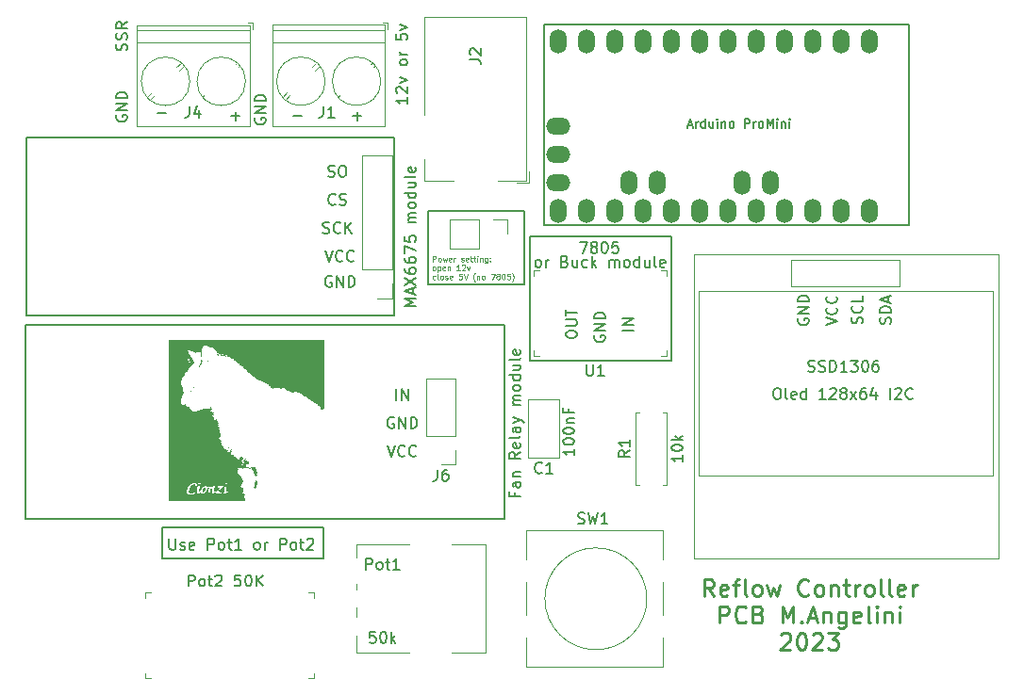
<source format=gbr>
%TF.GenerationSoftware,KiCad,Pcbnew,6.0.11-2627ca5db0~126~ubuntu20.04.1*%
%TF.CreationDate,2023-11-27T13:15:07+01:00*%
%TF.ProjectId,ironReflow,69726f6e-5265-4666-9c6f-772e6b696361,1.0*%
%TF.SameCoordinates,Original*%
%TF.FileFunction,Legend,Top*%
%TF.FilePolarity,Positive*%
%FSLAX46Y46*%
G04 Gerber Fmt 4.6, Leading zero omitted, Abs format (unit mm)*
G04 Created by KiCad (PCBNEW 6.0.11-2627ca5db0~126~ubuntu20.04.1) date 2023-11-27 13:15:07*
%MOMM*%
%LPD*%
G01*
G04 APERTURE LIST*
%ADD10C,0.150000*%
%ADD11C,0.250000*%
%ADD12C,0.125000*%
%ADD13C,0.300000*%
%ADD14C,0.160000*%
%ADD15C,0.120000*%
%ADD16C,0.100000*%
%ADD17O,1.501140X2.199640*%
%ADD18O,2.199640X1.501140*%
G04 APERTURE END LIST*
D10*
X146050000Y-120142000D02*
X158750000Y-120142000D01*
X158750000Y-120142000D02*
X158750000Y-131318000D01*
X158750000Y-131318000D02*
X146050000Y-131318000D01*
X146050000Y-131318000D02*
X146050000Y-120142000D01*
X146757142Y-122880380D02*
X146661904Y-122832761D01*
X146614285Y-122785142D01*
X146566666Y-122689904D01*
X146566666Y-122404190D01*
X146614285Y-122308952D01*
X146661904Y-122261333D01*
X146757142Y-122213714D01*
X146900000Y-122213714D01*
X146995238Y-122261333D01*
X147042857Y-122308952D01*
X147090476Y-122404190D01*
X147090476Y-122689904D01*
X147042857Y-122785142D01*
X146995238Y-122832761D01*
X146900000Y-122880380D01*
X146757142Y-122880380D01*
X147519047Y-122880380D02*
X147519047Y-122213714D01*
X147519047Y-122404190D02*
X147566666Y-122308952D01*
X147614285Y-122261333D01*
X147709523Y-122213714D01*
X147804761Y-122213714D01*
X149233333Y-122356571D02*
X149376190Y-122404190D01*
X149423809Y-122451809D01*
X149471428Y-122547047D01*
X149471428Y-122689904D01*
X149423809Y-122785142D01*
X149376190Y-122832761D01*
X149280952Y-122880380D01*
X148900000Y-122880380D01*
X148900000Y-121880380D01*
X149233333Y-121880380D01*
X149328571Y-121928000D01*
X149376190Y-121975619D01*
X149423809Y-122070857D01*
X149423809Y-122166095D01*
X149376190Y-122261333D01*
X149328571Y-122308952D01*
X149233333Y-122356571D01*
X148900000Y-122356571D01*
X150328571Y-122213714D02*
X150328571Y-122880380D01*
X149900000Y-122213714D02*
X149900000Y-122737523D01*
X149947619Y-122832761D01*
X150042857Y-122880380D01*
X150185714Y-122880380D01*
X150280952Y-122832761D01*
X150328571Y-122785142D01*
X151233333Y-122832761D02*
X151138095Y-122880380D01*
X150947619Y-122880380D01*
X150852380Y-122832761D01*
X150804761Y-122785142D01*
X150757142Y-122689904D01*
X150757142Y-122404190D01*
X150804761Y-122308952D01*
X150852380Y-122261333D01*
X150947619Y-122213714D01*
X151138095Y-122213714D01*
X151233333Y-122261333D01*
X151661904Y-122880380D02*
X151661904Y-121880380D01*
X151757142Y-122499428D02*
X152042857Y-122880380D01*
X152042857Y-122213714D02*
X151661904Y-122594666D01*
X153233333Y-122880380D02*
X153233333Y-122213714D01*
X153233333Y-122308952D02*
X153280952Y-122261333D01*
X153376190Y-122213714D01*
X153519047Y-122213714D01*
X153614285Y-122261333D01*
X153661904Y-122356571D01*
X153661904Y-122880380D01*
X153661904Y-122356571D02*
X153709523Y-122261333D01*
X153804761Y-122213714D01*
X153947619Y-122213714D01*
X154042857Y-122261333D01*
X154090476Y-122356571D01*
X154090476Y-122880380D01*
X154709523Y-122880380D02*
X154614285Y-122832761D01*
X154566666Y-122785142D01*
X154519047Y-122689904D01*
X154519047Y-122404190D01*
X154566666Y-122308952D01*
X154614285Y-122261333D01*
X154709523Y-122213714D01*
X154852380Y-122213714D01*
X154947619Y-122261333D01*
X154995238Y-122308952D01*
X155042857Y-122404190D01*
X155042857Y-122689904D01*
X154995238Y-122785142D01*
X154947619Y-122832761D01*
X154852380Y-122880380D01*
X154709523Y-122880380D01*
X155900000Y-122880380D02*
X155900000Y-121880380D01*
X155900000Y-122832761D02*
X155804761Y-122880380D01*
X155614285Y-122880380D01*
X155519047Y-122832761D01*
X155471428Y-122785142D01*
X155423809Y-122689904D01*
X155423809Y-122404190D01*
X155471428Y-122308952D01*
X155519047Y-122261333D01*
X155614285Y-122213714D01*
X155804761Y-122213714D01*
X155900000Y-122261333D01*
X156804761Y-122213714D02*
X156804761Y-122880380D01*
X156376190Y-122213714D02*
X156376190Y-122737523D01*
X156423809Y-122832761D01*
X156519047Y-122880380D01*
X156661904Y-122880380D01*
X156757142Y-122832761D01*
X156804761Y-122785142D01*
X157423809Y-122880380D02*
X157328571Y-122832761D01*
X157280952Y-122737523D01*
X157280952Y-121880380D01*
X158185714Y-122832761D02*
X158090476Y-122880380D01*
X157900000Y-122880380D01*
X157804761Y-122832761D01*
X157757142Y-122737523D01*
X157757142Y-122356571D01*
X157804761Y-122261333D01*
X157900000Y-122213714D01*
X158090476Y-122213714D01*
X158185714Y-122261333D01*
X158233333Y-122356571D01*
X158233333Y-122451809D01*
X157757142Y-122547047D01*
X136906000Y-117856000D02*
X145542000Y-117856000D01*
X145542000Y-117856000D02*
X145542000Y-124460000D01*
X145542000Y-124460000D02*
X136906000Y-124460000D01*
X136906000Y-124460000D02*
X136906000Y-117856000D01*
X113030000Y-146304000D02*
X127508000Y-146304000D01*
X127508000Y-146304000D02*
X127508000Y-149098000D01*
X127508000Y-149098000D02*
X113030000Y-149098000D01*
X113030000Y-149098000D02*
X113030000Y-146304000D01*
X113689619Y-147280380D02*
X113689619Y-148089904D01*
X113737238Y-148185142D01*
X113784857Y-148232761D01*
X113880095Y-148280380D01*
X114070571Y-148280380D01*
X114165809Y-148232761D01*
X114213428Y-148185142D01*
X114261047Y-148089904D01*
X114261047Y-147280380D01*
X114689619Y-148232761D02*
X114784857Y-148280380D01*
X114975333Y-148280380D01*
X115070571Y-148232761D01*
X115118190Y-148137523D01*
X115118190Y-148089904D01*
X115070571Y-147994666D01*
X114975333Y-147947047D01*
X114832476Y-147947047D01*
X114737238Y-147899428D01*
X114689619Y-147804190D01*
X114689619Y-147756571D01*
X114737238Y-147661333D01*
X114832476Y-147613714D01*
X114975333Y-147613714D01*
X115070571Y-147661333D01*
X115927714Y-148232761D02*
X115832476Y-148280380D01*
X115642000Y-148280380D01*
X115546761Y-148232761D01*
X115499142Y-148137523D01*
X115499142Y-147756571D01*
X115546761Y-147661333D01*
X115642000Y-147613714D01*
X115832476Y-147613714D01*
X115927714Y-147661333D01*
X115975333Y-147756571D01*
X115975333Y-147851809D01*
X115499142Y-147947047D01*
X117165809Y-148280380D02*
X117165809Y-147280380D01*
X117546761Y-147280380D01*
X117642000Y-147328000D01*
X117689619Y-147375619D01*
X117737238Y-147470857D01*
X117737238Y-147613714D01*
X117689619Y-147708952D01*
X117642000Y-147756571D01*
X117546761Y-147804190D01*
X117165809Y-147804190D01*
X118308666Y-148280380D02*
X118213428Y-148232761D01*
X118165809Y-148185142D01*
X118118190Y-148089904D01*
X118118190Y-147804190D01*
X118165809Y-147708952D01*
X118213428Y-147661333D01*
X118308666Y-147613714D01*
X118451523Y-147613714D01*
X118546761Y-147661333D01*
X118594380Y-147708952D01*
X118642000Y-147804190D01*
X118642000Y-148089904D01*
X118594380Y-148185142D01*
X118546761Y-148232761D01*
X118451523Y-148280380D01*
X118308666Y-148280380D01*
X118927714Y-147613714D02*
X119308666Y-147613714D01*
X119070571Y-147280380D02*
X119070571Y-148137523D01*
X119118190Y-148232761D01*
X119213428Y-148280380D01*
X119308666Y-148280380D01*
X120165809Y-148280380D02*
X119594380Y-148280380D01*
X119880095Y-148280380D02*
X119880095Y-147280380D01*
X119784857Y-147423238D01*
X119689619Y-147518476D01*
X119594380Y-147566095D01*
X121499142Y-148280380D02*
X121403904Y-148232761D01*
X121356285Y-148185142D01*
X121308666Y-148089904D01*
X121308666Y-147804190D01*
X121356285Y-147708952D01*
X121403904Y-147661333D01*
X121499142Y-147613714D01*
X121642000Y-147613714D01*
X121737238Y-147661333D01*
X121784857Y-147708952D01*
X121832476Y-147804190D01*
X121832476Y-148089904D01*
X121784857Y-148185142D01*
X121737238Y-148232761D01*
X121642000Y-148280380D01*
X121499142Y-148280380D01*
X122261047Y-148280380D02*
X122261047Y-147613714D01*
X122261047Y-147804190D02*
X122308666Y-147708952D01*
X122356285Y-147661333D01*
X122451523Y-147613714D01*
X122546761Y-147613714D01*
X123642000Y-148280380D02*
X123642000Y-147280380D01*
X124022952Y-147280380D01*
X124118190Y-147328000D01*
X124165809Y-147375619D01*
X124213428Y-147470857D01*
X124213428Y-147613714D01*
X124165809Y-147708952D01*
X124118190Y-147756571D01*
X124022952Y-147804190D01*
X123642000Y-147804190D01*
X124784857Y-148280380D02*
X124689619Y-148232761D01*
X124642000Y-148185142D01*
X124594380Y-148089904D01*
X124594380Y-147804190D01*
X124642000Y-147708952D01*
X124689619Y-147661333D01*
X124784857Y-147613714D01*
X124927714Y-147613714D01*
X125022952Y-147661333D01*
X125070571Y-147708952D01*
X125118190Y-147804190D01*
X125118190Y-148089904D01*
X125070571Y-148185142D01*
X125022952Y-148232761D01*
X124927714Y-148280380D01*
X124784857Y-148280380D01*
X125403904Y-147613714D02*
X125784857Y-147613714D01*
X125546761Y-147280380D02*
X125546761Y-148137523D01*
X125594380Y-148232761D01*
X125689619Y-148280380D01*
X125784857Y-148280380D01*
X126070571Y-147375619D02*
X126118190Y-147328000D01*
X126213428Y-147280380D01*
X126451523Y-147280380D01*
X126546761Y-147328000D01*
X126594380Y-147375619D01*
X126642000Y-147470857D01*
X126642000Y-147566095D01*
X126594380Y-147708952D01*
X126022952Y-148280380D01*
X126642000Y-148280380D01*
X178458761Y-127960285D02*
X178506380Y-127817428D01*
X178506380Y-127579333D01*
X178458761Y-127484095D01*
X178411142Y-127436476D01*
X178315904Y-127388857D01*
X178220666Y-127388857D01*
X178125428Y-127436476D01*
X178077809Y-127484095D01*
X178030190Y-127579333D01*
X177982571Y-127769809D01*
X177934952Y-127865047D01*
X177887333Y-127912666D01*
X177792095Y-127960285D01*
X177696857Y-127960285D01*
X177601619Y-127912666D01*
X177554000Y-127865047D01*
X177506380Y-127769809D01*
X177506380Y-127531714D01*
X177554000Y-127388857D01*
X178506380Y-126960285D02*
X177506380Y-126960285D01*
X177506380Y-126722190D01*
X177554000Y-126579333D01*
X177649238Y-126484095D01*
X177744476Y-126436476D01*
X177934952Y-126388857D01*
X178077809Y-126388857D01*
X178268285Y-126436476D01*
X178363523Y-126484095D01*
X178458761Y-126579333D01*
X178506380Y-126722190D01*
X178506380Y-126960285D01*
X178220666Y-126007904D02*
X178220666Y-125531714D01*
X178506380Y-126103142D02*
X177506380Y-125769809D01*
X178506380Y-125436476D01*
X175918761Y-127936476D02*
X175966380Y-127793619D01*
X175966380Y-127555523D01*
X175918761Y-127460285D01*
X175871142Y-127412666D01*
X175775904Y-127365047D01*
X175680666Y-127365047D01*
X175585428Y-127412666D01*
X175537809Y-127460285D01*
X175490190Y-127555523D01*
X175442571Y-127746000D01*
X175394952Y-127841238D01*
X175347333Y-127888857D01*
X175252095Y-127936476D01*
X175156857Y-127936476D01*
X175061619Y-127888857D01*
X175014000Y-127841238D01*
X174966380Y-127746000D01*
X174966380Y-127507904D01*
X175014000Y-127365047D01*
X175871142Y-126365047D02*
X175918761Y-126412666D01*
X175966380Y-126555523D01*
X175966380Y-126650761D01*
X175918761Y-126793619D01*
X175823523Y-126888857D01*
X175728285Y-126936476D01*
X175537809Y-126984095D01*
X175394952Y-126984095D01*
X175204476Y-126936476D01*
X175109238Y-126888857D01*
X175014000Y-126793619D01*
X174966380Y-126650761D01*
X174966380Y-126555523D01*
X175014000Y-126412666D01*
X175061619Y-126365047D01*
X175966380Y-125460285D02*
X175966380Y-125936476D01*
X174966380Y-125936476D01*
X172680380Y-128079333D02*
X173680380Y-127746000D01*
X172680380Y-127412666D01*
X173585142Y-126507904D02*
X173632761Y-126555523D01*
X173680380Y-126698380D01*
X173680380Y-126793619D01*
X173632761Y-126936476D01*
X173537523Y-127031714D01*
X173442285Y-127079333D01*
X173251809Y-127126952D01*
X173108952Y-127126952D01*
X172918476Y-127079333D01*
X172823238Y-127031714D01*
X172728000Y-126936476D01*
X172680380Y-126793619D01*
X172680380Y-126698380D01*
X172728000Y-126555523D01*
X172775619Y-126507904D01*
X173585142Y-125507904D02*
X173632761Y-125555523D01*
X173680380Y-125698380D01*
X173680380Y-125793619D01*
X173632761Y-125936476D01*
X173537523Y-126031714D01*
X173442285Y-126079333D01*
X173251809Y-126126952D01*
X173108952Y-126126952D01*
X172918476Y-126079333D01*
X172823238Y-126031714D01*
X172728000Y-125936476D01*
X172680380Y-125793619D01*
X172680380Y-125698380D01*
X172728000Y-125555523D01*
X172775619Y-125507904D01*
X170188000Y-127507904D02*
X170140380Y-127603142D01*
X170140380Y-127746000D01*
X170188000Y-127888857D01*
X170283238Y-127984095D01*
X170378476Y-128031714D01*
X170568952Y-128079333D01*
X170711809Y-128079333D01*
X170902285Y-128031714D01*
X170997523Y-127984095D01*
X171092761Y-127888857D01*
X171140380Y-127746000D01*
X171140380Y-127650761D01*
X171092761Y-127507904D01*
X171045142Y-127460285D01*
X170711809Y-127460285D01*
X170711809Y-127650761D01*
X171140380Y-127031714D02*
X170140380Y-127031714D01*
X171140380Y-126460285D01*
X170140380Y-126460285D01*
X171140380Y-125984095D02*
X170140380Y-125984095D01*
X170140380Y-125746000D01*
X170188000Y-125603142D01*
X170283238Y-125507904D01*
X170378476Y-125460285D01*
X170568952Y-125412666D01*
X170711809Y-125412666D01*
X170902285Y-125460285D01*
X170997523Y-125507904D01*
X171092761Y-125603142D01*
X171140380Y-125746000D01*
X171140380Y-125984095D01*
X134096190Y-134818380D02*
X134096190Y-133818380D01*
X134572380Y-134818380D02*
X134572380Y-133818380D01*
X135143809Y-134818380D01*
X135143809Y-133818380D01*
X133858095Y-136406000D02*
X133762857Y-136358380D01*
X133620000Y-136358380D01*
X133477142Y-136406000D01*
X133381904Y-136501238D01*
X133334285Y-136596476D01*
X133286666Y-136786952D01*
X133286666Y-136929809D01*
X133334285Y-137120285D01*
X133381904Y-137215523D01*
X133477142Y-137310761D01*
X133620000Y-137358380D01*
X133715238Y-137358380D01*
X133858095Y-137310761D01*
X133905714Y-137263142D01*
X133905714Y-136929809D01*
X133715238Y-136929809D01*
X134334285Y-137358380D02*
X134334285Y-136358380D01*
X134905714Y-137358380D01*
X134905714Y-136358380D01*
X135381904Y-137358380D02*
X135381904Y-136358380D01*
X135620000Y-136358380D01*
X135762857Y-136406000D01*
X135858095Y-136501238D01*
X135905714Y-136596476D01*
X135953333Y-136786952D01*
X135953333Y-136929809D01*
X135905714Y-137120285D01*
X135858095Y-137215523D01*
X135762857Y-137310761D01*
X135620000Y-137358380D01*
X135381904Y-137358380D01*
X133286666Y-138898380D02*
X133620000Y-139898380D01*
X133953333Y-138898380D01*
X134858095Y-139803142D02*
X134810476Y-139850761D01*
X134667619Y-139898380D01*
X134572380Y-139898380D01*
X134429523Y-139850761D01*
X134334285Y-139755523D01*
X134286666Y-139660285D01*
X134239047Y-139469809D01*
X134239047Y-139326952D01*
X134286666Y-139136476D01*
X134334285Y-139041238D01*
X134429523Y-138946000D01*
X134572380Y-138898380D01*
X134667619Y-138898380D01*
X134810476Y-138946000D01*
X134858095Y-138993619D01*
X135858095Y-139803142D02*
X135810476Y-139850761D01*
X135667619Y-139898380D01*
X135572380Y-139898380D01*
X135429523Y-139850761D01*
X135334285Y-139755523D01*
X135286666Y-139660285D01*
X135239047Y-139469809D01*
X135239047Y-139326952D01*
X135286666Y-139136476D01*
X135334285Y-139041238D01*
X135429523Y-138946000D01*
X135572380Y-138898380D01*
X135667619Y-138898380D01*
X135810476Y-138946000D01*
X135858095Y-138993619D01*
X127968476Y-114704761D02*
X128111333Y-114752380D01*
X128349428Y-114752380D01*
X128444666Y-114704761D01*
X128492285Y-114657142D01*
X128539904Y-114561904D01*
X128539904Y-114466666D01*
X128492285Y-114371428D01*
X128444666Y-114323809D01*
X128349428Y-114276190D01*
X128158952Y-114228571D01*
X128063714Y-114180952D01*
X128016095Y-114133333D01*
X127968476Y-114038095D01*
X127968476Y-113942857D01*
X128016095Y-113847619D01*
X128063714Y-113800000D01*
X128158952Y-113752380D01*
X128397047Y-113752380D01*
X128539904Y-113800000D01*
X129158952Y-113752380D02*
X129349428Y-113752380D01*
X129444666Y-113800000D01*
X129539904Y-113895238D01*
X129587523Y-114085714D01*
X129587523Y-114419047D01*
X129539904Y-114609523D01*
X129444666Y-114704761D01*
X129349428Y-114752380D01*
X129158952Y-114752380D01*
X129063714Y-114704761D01*
X128968476Y-114609523D01*
X128920857Y-114419047D01*
X128920857Y-114085714D01*
X128968476Y-113895238D01*
X129063714Y-113800000D01*
X129158952Y-113752380D01*
X128611333Y-117197142D02*
X128563714Y-117244761D01*
X128420857Y-117292380D01*
X128325619Y-117292380D01*
X128182761Y-117244761D01*
X128087523Y-117149523D01*
X128039904Y-117054285D01*
X127992285Y-116863809D01*
X127992285Y-116720952D01*
X128039904Y-116530476D01*
X128087523Y-116435238D01*
X128182761Y-116340000D01*
X128325619Y-116292380D01*
X128420857Y-116292380D01*
X128563714Y-116340000D01*
X128611333Y-116387619D01*
X128992285Y-117244761D02*
X129135142Y-117292380D01*
X129373238Y-117292380D01*
X129468476Y-117244761D01*
X129516095Y-117197142D01*
X129563714Y-117101904D01*
X129563714Y-117006666D01*
X129516095Y-116911428D01*
X129468476Y-116863809D01*
X129373238Y-116816190D01*
X129182761Y-116768571D01*
X129087523Y-116720952D01*
X129039904Y-116673333D01*
X128992285Y-116578095D01*
X128992285Y-116482857D01*
X129039904Y-116387619D01*
X129087523Y-116340000D01*
X129182761Y-116292380D01*
X129420857Y-116292380D01*
X129563714Y-116340000D01*
X127492285Y-119784761D02*
X127635142Y-119832380D01*
X127873238Y-119832380D01*
X127968476Y-119784761D01*
X128016095Y-119737142D01*
X128063714Y-119641904D01*
X128063714Y-119546666D01*
X128016095Y-119451428D01*
X127968476Y-119403809D01*
X127873238Y-119356190D01*
X127682761Y-119308571D01*
X127587523Y-119260952D01*
X127539904Y-119213333D01*
X127492285Y-119118095D01*
X127492285Y-119022857D01*
X127539904Y-118927619D01*
X127587523Y-118880000D01*
X127682761Y-118832380D01*
X127920857Y-118832380D01*
X128063714Y-118880000D01*
X129063714Y-119737142D02*
X129016095Y-119784761D01*
X128873238Y-119832380D01*
X128778000Y-119832380D01*
X128635142Y-119784761D01*
X128539904Y-119689523D01*
X128492285Y-119594285D01*
X128444666Y-119403809D01*
X128444666Y-119260952D01*
X128492285Y-119070476D01*
X128539904Y-118975238D01*
X128635142Y-118880000D01*
X128778000Y-118832380D01*
X128873238Y-118832380D01*
X129016095Y-118880000D01*
X129063714Y-118927619D01*
X129492285Y-119832380D02*
X129492285Y-118832380D01*
X130063714Y-119832380D02*
X129635142Y-119260952D01*
X130063714Y-118832380D02*
X129492285Y-119403809D01*
X127698666Y-121372380D02*
X128032000Y-122372380D01*
X128365333Y-121372380D01*
X129270095Y-122277142D02*
X129222476Y-122324761D01*
X129079619Y-122372380D01*
X128984380Y-122372380D01*
X128841523Y-122324761D01*
X128746285Y-122229523D01*
X128698666Y-122134285D01*
X128651047Y-121943809D01*
X128651047Y-121800952D01*
X128698666Y-121610476D01*
X128746285Y-121515238D01*
X128841523Y-121420000D01*
X128984380Y-121372380D01*
X129079619Y-121372380D01*
X129222476Y-121420000D01*
X129270095Y-121467619D01*
X130270095Y-122277142D02*
X130222476Y-122324761D01*
X130079619Y-122372380D01*
X129984380Y-122372380D01*
X129841523Y-122324761D01*
X129746285Y-122229523D01*
X129698666Y-122134285D01*
X129651047Y-121943809D01*
X129651047Y-121800952D01*
X129698666Y-121610476D01*
X129746285Y-121515238D01*
X129841523Y-121420000D01*
X129984380Y-121372380D01*
X130079619Y-121372380D01*
X130222476Y-121420000D01*
X130270095Y-121467619D01*
X128270095Y-123706000D02*
X128174857Y-123658380D01*
X128032000Y-123658380D01*
X127889142Y-123706000D01*
X127793904Y-123801238D01*
X127746285Y-123896476D01*
X127698666Y-124086952D01*
X127698666Y-124229809D01*
X127746285Y-124420285D01*
X127793904Y-124515523D01*
X127889142Y-124610761D01*
X128032000Y-124658380D01*
X128127238Y-124658380D01*
X128270095Y-124610761D01*
X128317714Y-124563142D01*
X128317714Y-124229809D01*
X128127238Y-124229809D01*
X128746285Y-124658380D02*
X128746285Y-123658380D01*
X129317714Y-124658380D01*
X129317714Y-123658380D01*
X129793904Y-124658380D02*
X129793904Y-123658380D01*
X130032000Y-123658380D01*
X130174857Y-123706000D01*
X130270095Y-123801238D01*
X130317714Y-123896476D01*
X130365333Y-124086952D01*
X130365333Y-124229809D01*
X130317714Y-124420285D01*
X130270095Y-124515523D01*
X130174857Y-124610761D01*
X130032000Y-124658380D01*
X129793904Y-124658380D01*
X151900000Y-129031904D02*
X151852380Y-129127142D01*
X151852380Y-129270000D01*
X151900000Y-129412857D01*
X151995238Y-129508095D01*
X152090476Y-129555714D01*
X152280952Y-129603333D01*
X152423809Y-129603333D01*
X152614285Y-129555714D01*
X152709523Y-129508095D01*
X152804761Y-129412857D01*
X152852380Y-129270000D01*
X152852380Y-129174761D01*
X152804761Y-129031904D01*
X152757142Y-128984285D01*
X152423809Y-128984285D01*
X152423809Y-129174761D01*
X152852380Y-128555714D02*
X151852380Y-128555714D01*
X152852380Y-127984285D01*
X151852380Y-127984285D01*
X152852380Y-127508095D02*
X151852380Y-127508095D01*
X151852380Y-127270000D01*
X151900000Y-127127142D01*
X151995238Y-127031904D01*
X152090476Y-126984285D01*
X152280952Y-126936666D01*
X152423809Y-126936666D01*
X152614285Y-126984285D01*
X152709523Y-127031904D01*
X152804761Y-127127142D01*
X152852380Y-127270000D01*
X152852380Y-127508095D01*
X149312380Y-129016000D02*
X149312380Y-128825523D01*
X149360000Y-128730285D01*
X149455238Y-128635047D01*
X149645714Y-128587428D01*
X149979047Y-128587428D01*
X150169523Y-128635047D01*
X150264761Y-128730285D01*
X150312380Y-128825523D01*
X150312380Y-129016000D01*
X150264761Y-129111238D01*
X150169523Y-129206476D01*
X149979047Y-129254095D01*
X149645714Y-129254095D01*
X149455238Y-129206476D01*
X149360000Y-129111238D01*
X149312380Y-129016000D01*
X149312380Y-128158857D02*
X150121904Y-128158857D01*
X150217142Y-128111238D01*
X150264761Y-128063619D01*
X150312380Y-127968380D01*
X150312380Y-127777904D01*
X150264761Y-127682666D01*
X150217142Y-127635047D01*
X150121904Y-127587428D01*
X149312380Y-127587428D01*
X149312380Y-127254095D02*
X149312380Y-126682666D01*
X150312380Y-126968380D02*
X149312380Y-126968380D01*
X155392380Y-128539809D02*
X154392380Y-128539809D01*
X155392380Y-128063619D02*
X154392380Y-128063619D01*
X155392380Y-127492190D01*
X154392380Y-127492190D01*
X130175047Y-109291428D02*
X130936952Y-109291428D01*
X130556000Y-109672380D02*
X130556000Y-108910476D01*
X124841047Y-109291428D02*
X125602952Y-109291428D01*
X121420000Y-109473904D02*
X121372380Y-109569142D01*
X121372380Y-109712000D01*
X121420000Y-109854857D01*
X121515238Y-109950095D01*
X121610476Y-109997714D01*
X121800952Y-110045333D01*
X121943809Y-110045333D01*
X122134285Y-109997714D01*
X122229523Y-109950095D01*
X122324761Y-109854857D01*
X122372380Y-109712000D01*
X122372380Y-109616761D01*
X122324761Y-109473904D01*
X122277142Y-109426285D01*
X121943809Y-109426285D01*
X121943809Y-109616761D01*
X122372380Y-108997714D02*
X121372380Y-108997714D01*
X122372380Y-108426285D01*
X121372380Y-108426285D01*
X122372380Y-107950095D02*
X121372380Y-107950095D01*
X121372380Y-107712000D01*
X121420000Y-107569142D01*
X121515238Y-107473904D01*
X121610476Y-107426285D01*
X121800952Y-107378666D01*
X121943809Y-107378666D01*
X122134285Y-107426285D01*
X122229523Y-107473904D01*
X122324761Y-107569142D01*
X122372380Y-107712000D01*
X122372380Y-107950095D01*
X112649047Y-109037428D02*
X113410952Y-109037428D01*
X108974000Y-109219904D02*
X108926380Y-109315142D01*
X108926380Y-109458000D01*
X108974000Y-109600857D01*
X109069238Y-109696095D01*
X109164476Y-109743714D01*
X109354952Y-109791333D01*
X109497809Y-109791333D01*
X109688285Y-109743714D01*
X109783523Y-109696095D01*
X109878761Y-109600857D01*
X109926380Y-109458000D01*
X109926380Y-109362761D01*
X109878761Y-109219904D01*
X109831142Y-109172285D01*
X109497809Y-109172285D01*
X109497809Y-109362761D01*
X109926380Y-108743714D02*
X108926380Y-108743714D01*
X109926380Y-108172285D01*
X108926380Y-108172285D01*
X109926380Y-107696095D02*
X108926380Y-107696095D01*
X108926380Y-107458000D01*
X108974000Y-107315142D01*
X109069238Y-107219904D01*
X109164476Y-107172285D01*
X109354952Y-107124666D01*
X109497809Y-107124666D01*
X109688285Y-107172285D01*
X109783523Y-107219904D01*
X109878761Y-107315142D01*
X109926380Y-107458000D01*
X109926380Y-107696095D01*
X119253047Y-109291428D02*
X120014952Y-109291428D01*
X119634000Y-109672380D02*
X119634000Y-108910476D01*
D11*
X162588857Y-152441571D02*
X162088857Y-151727285D01*
X161731714Y-152441571D02*
X161731714Y-150941571D01*
X162303142Y-150941571D01*
X162446000Y-151013000D01*
X162517428Y-151084428D01*
X162588857Y-151227285D01*
X162588857Y-151441571D01*
X162517428Y-151584428D01*
X162446000Y-151655857D01*
X162303142Y-151727285D01*
X161731714Y-151727285D01*
X163803142Y-152370142D02*
X163660285Y-152441571D01*
X163374571Y-152441571D01*
X163231714Y-152370142D01*
X163160285Y-152227285D01*
X163160285Y-151655857D01*
X163231714Y-151513000D01*
X163374571Y-151441571D01*
X163660285Y-151441571D01*
X163803142Y-151513000D01*
X163874571Y-151655857D01*
X163874571Y-151798714D01*
X163160285Y-151941571D01*
X164303142Y-151441571D02*
X164874571Y-151441571D01*
X164517428Y-152441571D02*
X164517428Y-151155857D01*
X164588857Y-151013000D01*
X164731714Y-150941571D01*
X164874571Y-150941571D01*
X165588857Y-152441571D02*
X165446000Y-152370142D01*
X165374571Y-152227285D01*
X165374571Y-150941571D01*
X166374571Y-152441571D02*
X166231714Y-152370142D01*
X166160285Y-152298714D01*
X166088857Y-152155857D01*
X166088857Y-151727285D01*
X166160285Y-151584428D01*
X166231714Y-151513000D01*
X166374571Y-151441571D01*
X166588857Y-151441571D01*
X166731714Y-151513000D01*
X166803142Y-151584428D01*
X166874571Y-151727285D01*
X166874571Y-152155857D01*
X166803142Y-152298714D01*
X166731714Y-152370142D01*
X166588857Y-152441571D01*
X166374571Y-152441571D01*
X167374571Y-151441571D02*
X167660285Y-152441571D01*
X167946000Y-151727285D01*
X168231714Y-152441571D01*
X168517428Y-151441571D01*
X171088857Y-152298714D02*
X171017428Y-152370142D01*
X170803142Y-152441571D01*
X170660285Y-152441571D01*
X170446000Y-152370142D01*
X170303142Y-152227285D01*
X170231714Y-152084428D01*
X170160285Y-151798714D01*
X170160285Y-151584428D01*
X170231714Y-151298714D01*
X170303142Y-151155857D01*
X170446000Y-151013000D01*
X170660285Y-150941571D01*
X170803142Y-150941571D01*
X171017428Y-151013000D01*
X171088857Y-151084428D01*
X171946000Y-152441571D02*
X171803142Y-152370142D01*
X171731714Y-152298714D01*
X171660285Y-152155857D01*
X171660285Y-151727285D01*
X171731714Y-151584428D01*
X171803142Y-151513000D01*
X171946000Y-151441571D01*
X172160285Y-151441571D01*
X172303142Y-151513000D01*
X172374571Y-151584428D01*
X172446000Y-151727285D01*
X172446000Y-152155857D01*
X172374571Y-152298714D01*
X172303142Y-152370142D01*
X172160285Y-152441571D01*
X171946000Y-152441571D01*
X173088857Y-151441571D02*
X173088857Y-152441571D01*
X173088857Y-151584428D02*
X173160285Y-151513000D01*
X173303142Y-151441571D01*
X173517428Y-151441571D01*
X173660285Y-151513000D01*
X173731714Y-151655857D01*
X173731714Y-152441571D01*
X174231714Y-151441571D02*
X174803142Y-151441571D01*
X174446000Y-150941571D02*
X174446000Y-152227285D01*
X174517428Y-152370142D01*
X174660285Y-152441571D01*
X174803142Y-152441571D01*
X175303142Y-152441571D02*
X175303142Y-151441571D01*
X175303142Y-151727285D02*
X175374571Y-151584428D01*
X175446000Y-151513000D01*
X175588857Y-151441571D01*
X175731714Y-151441571D01*
X176446000Y-152441571D02*
X176303142Y-152370142D01*
X176231714Y-152298714D01*
X176160285Y-152155857D01*
X176160285Y-151727285D01*
X176231714Y-151584428D01*
X176303142Y-151513000D01*
X176446000Y-151441571D01*
X176660285Y-151441571D01*
X176803142Y-151513000D01*
X176874571Y-151584428D01*
X176946000Y-151727285D01*
X176946000Y-152155857D01*
X176874571Y-152298714D01*
X176803142Y-152370142D01*
X176660285Y-152441571D01*
X176446000Y-152441571D01*
X177803142Y-152441571D02*
X177660285Y-152370142D01*
X177588857Y-152227285D01*
X177588857Y-150941571D01*
X178588857Y-152441571D02*
X178446000Y-152370142D01*
X178374571Y-152227285D01*
X178374571Y-150941571D01*
X179731714Y-152370142D02*
X179588857Y-152441571D01*
X179303142Y-152441571D01*
X179160285Y-152370142D01*
X179088857Y-152227285D01*
X179088857Y-151655857D01*
X179160285Y-151513000D01*
X179303142Y-151441571D01*
X179588857Y-151441571D01*
X179731714Y-151513000D01*
X179803142Y-151655857D01*
X179803142Y-151798714D01*
X179088857Y-151941571D01*
X180446000Y-152441571D02*
X180446000Y-151441571D01*
X180446000Y-151727285D02*
X180517428Y-151584428D01*
X180588857Y-151513000D01*
X180731714Y-151441571D01*
X180874571Y-151441571D01*
X163088857Y-154856571D02*
X163088857Y-153356571D01*
X163660285Y-153356571D01*
X163803142Y-153428000D01*
X163874571Y-153499428D01*
X163946000Y-153642285D01*
X163946000Y-153856571D01*
X163874571Y-153999428D01*
X163803142Y-154070857D01*
X163660285Y-154142285D01*
X163088857Y-154142285D01*
X165446000Y-154713714D02*
X165374571Y-154785142D01*
X165160285Y-154856571D01*
X165017428Y-154856571D01*
X164803142Y-154785142D01*
X164660285Y-154642285D01*
X164588857Y-154499428D01*
X164517428Y-154213714D01*
X164517428Y-153999428D01*
X164588857Y-153713714D01*
X164660285Y-153570857D01*
X164803142Y-153428000D01*
X165017428Y-153356571D01*
X165160285Y-153356571D01*
X165374571Y-153428000D01*
X165446000Y-153499428D01*
X166588857Y-154070857D02*
X166803142Y-154142285D01*
X166874571Y-154213714D01*
X166946000Y-154356571D01*
X166946000Y-154570857D01*
X166874571Y-154713714D01*
X166803142Y-154785142D01*
X166660285Y-154856571D01*
X166088857Y-154856571D01*
X166088857Y-153356571D01*
X166588857Y-153356571D01*
X166731714Y-153428000D01*
X166803142Y-153499428D01*
X166874571Y-153642285D01*
X166874571Y-153785142D01*
X166803142Y-153928000D01*
X166731714Y-153999428D01*
X166588857Y-154070857D01*
X166088857Y-154070857D01*
X168731714Y-154856571D02*
X168731714Y-153356571D01*
X169231714Y-154428000D01*
X169731714Y-153356571D01*
X169731714Y-154856571D01*
X170446000Y-154713714D02*
X170517428Y-154785142D01*
X170446000Y-154856571D01*
X170374571Y-154785142D01*
X170446000Y-154713714D01*
X170446000Y-154856571D01*
X171088857Y-154428000D02*
X171803142Y-154428000D01*
X170946000Y-154856571D02*
X171446000Y-153356571D01*
X171946000Y-154856571D01*
X172446000Y-153856571D02*
X172446000Y-154856571D01*
X172446000Y-153999428D02*
X172517428Y-153928000D01*
X172660285Y-153856571D01*
X172874571Y-153856571D01*
X173017428Y-153928000D01*
X173088857Y-154070857D01*
X173088857Y-154856571D01*
X174446000Y-153856571D02*
X174446000Y-155070857D01*
X174374571Y-155213714D01*
X174303142Y-155285142D01*
X174160285Y-155356571D01*
X173946000Y-155356571D01*
X173803142Y-155285142D01*
X174446000Y-154785142D02*
X174303142Y-154856571D01*
X174017428Y-154856571D01*
X173874571Y-154785142D01*
X173803142Y-154713714D01*
X173731714Y-154570857D01*
X173731714Y-154142285D01*
X173803142Y-153999428D01*
X173874571Y-153928000D01*
X174017428Y-153856571D01*
X174303142Y-153856571D01*
X174446000Y-153928000D01*
X175731714Y-154785142D02*
X175588857Y-154856571D01*
X175303142Y-154856571D01*
X175160285Y-154785142D01*
X175088857Y-154642285D01*
X175088857Y-154070857D01*
X175160285Y-153928000D01*
X175303142Y-153856571D01*
X175588857Y-153856571D01*
X175731714Y-153928000D01*
X175803142Y-154070857D01*
X175803142Y-154213714D01*
X175088857Y-154356571D01*
X176660285Y-154856571D02*
X176517428Y-154785142D01*
X176446000Y-154642285D01*
X176446000Y-153356571D01*
X177231714Y-154856571D02*
X177231714Y-153856571D01*
X177231714Y-153356571D02*
X177160285Y-153428000D01*
X177231714Y-153499428D01*
X177303142Y-153428000D01*
X177231714Y-153356571D01*
X177231714Y-153499428D01*
X177946000Y-153856571D02*
X177946000Y-154856571D01*
X177946000Y-153999428D02*
X178017428Y-153928000D01*
X178160285Y-153856571D01*
X178374571Y-153856571D01*
X178517428Y-153928000D01*
X178588857Y-154070857D01*
X178588857Y-154856571D01*
X179303142Y-154856571D02*
X179303142Y-153856571D01*
X179303142Y-153356571D02*
X179231714Y-153428000D01*
X179303142Y-153499428D01*
X179374571Y-153428000D01*
X179303142Y-153356571D01*
X179303142Y-153499428D01*
X168624571Y-155914428D02*
X168696000Y-155843000D01*
X168838857Y-155771571D01*
X169196000Y-155771571D01*
X169338857Y-155843000D01*
X169410285Y-155914428D01*
X169481714Y-156057285D01*
X169481714Y-156200142D01*
X169410285Y-156414428D01*
X168553142Y-157271571D01*
X169481714Y-157271571D01*
X170410285Y-155771571D02*
X170553142Y-155771571D01*
X170696000Y-155843000D01*
X170767428Y-155914428D01*
X170838857Y-156057285D01*
X170910285Y-156343000D01*
X170910285Y-156700142D01*
X170838857Y-156985857D01*
X170767428Y-157128714D01*
X170696000Y-157200142D01*
X170553142Y-157271571D01*
X170410285Y-157271571D01*
X170267428Y-157200142D01*
X170196000Y-157128714D01*
X170124571Y-156985857D01*
X170053142Y-156700142D01*
X170053142Y-156343000D01*
X170124571Y-156057285D01*
X170196000Y-155914428D01*
X170267428Y-155843000D01*
X170410285Y-155771571D01*
X171481714Y-155914428D02*
X171553142Y-155843000D01*
X171696000Y-155771571D01*
X172053142Y-155771571D01*
X172196000Y-155843000D01*
X172267428Y-155914428D01*
X172338857Y-156057285D01*
X172338857Y-156200142D01*
X172267428Y-156414428D01*
X171410285Y-157271571D01*
X172338857Y-157271571D01*
X172838857Y-155771571D02*
X173767428Y-155771571D01*
X173267428Y-156343000D01*
X173481714Y-156343000D01*
X173624571Y-156414428D01*
X173696000Y-156485857D01*
X173767428Y-156628714D01*
X173767428Y-156985857D01*
X173696000Y-157128714D01*
X173624571Y-157200142D01*
X173481714Y-157271571D01*
X173053142Y-157271571D01*
X172910285Y-157200142D01*
X172838857Y-157128714D01*
D12*
X137360297Y-122357190D02*
X137360297Y-121857190D01*
X137550773Y-121857190D01*
X137598392Y-121881000D01*
X137622202Y-121904809D01*
X137646011Y-121952428D01*
X137646011Y-122023857D01*
X137622202Y-122071476D01*
X137598392Y-122095285D01*
X137550773Y-122119095D01*
X137360297Y-122119095D01*
X137931726Y-122357190D02*
X137884107Y-122333380D01*
X137860297Y-122309571D01*
X137836488Y-122261952D01*
X137836488Y-122119095D01*
X137860297Y-122071476D01*
X137884107Y-122047666D01*
X137931726Y-122023857D01*
X138003154Y-122023857D01*
X138050773Y-122047666D01*
X138074583Y-122071476D01*
X138098392Y-122119095D01*
X138098392Y-122261952D01*
X138074583Y-122309571D01*
X138050773Y-122333380D01*
X138003154Y-122357190D01*
X137931726Y-122357190D01*
X138265059Y-122023857D02*
X138360297Y-122357190D01*
X138455535Y-122119095D01*
X138550773Y-122357190D01*
X138646011Y-122023857D01*
X139026964Y-122333380D02*
X138979345Y-122357190D01*
X138884107Y-122357190D01*
X138836488Y-122333380D01*
X138812678Y-122285761D01*
X138812678Y-122095285D01*
X138836488Y-122047666D01*
X138884107Y-122023857D01*
X138979345Y-122023857D01*
X139026964Y-122047666D01*
X139050773Y-122095285D01*
X139050773Y-122142904D01*
X138812678Y-122190523D01*
X139265059Y-122357190D02*
X139265059Y-122023857D01*
X139265059Y-122119095D02*
X139288869Y-122071476D01*
X139312678Y-122047666D01*
X139360297Y-122023857D01*
X139407916Y-122023857D01*
X139931726Y-122333380D02*
X139979345Y-122357190D01*
X140074583Y-122357190D01*
X140122202Y-122333380D01*
X140146011Y-122285761D01*
X140146011Y-122261952D01*
X140122202Y-122214333D01*
X140074583Y-122190523D01*
X140003154Y-122190523D01*
X139955535Y-122166714D01*
X139931726Y-122119095D01*
X139931726Y-122095285D01*
X139955535Y-122047666D01*
X140003154Y-122023857D01*
X140074583Y-122023857D01*
X140122202Y-122047666D01*
X140550773Y-122333380D02*
X140503154Y-122357190D01*
X140407916Y-122357190D01*
X140360297Y-122333380D01*
X140336488Y-122285761D01*
X140336488Y-122095285D01*
X140360297Y-122047666D01*
X140407916Y-122023857D01*
X140503154Y-122023857D01*
X140550773Y-122047666D01*
X140574583Y-122095285D01*
X140574583Y-122142904D01*
X140336488Y-122190523D01*
X140717440Y-122023857D02*
X140907916Y-122023857D01*
X140788869Y-121857190D02*
X140788869Y-122285761D01*
X140812678Y-122333380D01*
X140860297Y-122357190D01*
X140907916Y-122357190D01*
X141003154Y-122023857D02*
X141193630Y-122023857D01*
X141074583Y-121857190D02*
X141074583Y-122285761D01*
X141098392Y-122333380D01*
X141146011Y-122357190D01*
X141193630Y-122357190D01*
X141360297Y-122357190D02*
X141360297Y-122023857D01*
X141360297Y-121857190D02*
X141336488Y-121881000D01*
X141360297Y-121904809D01*
X141384107Y-121881000D01*
X141360297Y-121857190D01*
X141360297Y-121904809D01*
X141598392Y-122023857D02*
X141598392Y-122357190D01*
X141598392Y-122071476D02*
X141622202Y-122047666D01*
X141669821Y-122023857D01*
X141741250Y-122023857D01*
X141788869Y-122047666D01*
X141812678Y-122095285D01*
X141812678Y-122357190D01*
X142265059Y-122023857D02*
X142265059Y-122428619D01*
X142241250Y-122476238D01*
X142217440Y-122500047D01*
X142169821Y-122523857D01*
X142098392Y-122523857D01*
X142050773Y-122500047D01*
X142265059Y-122333380D02*
X142217440Y-122357190D01*
X142122202Y-122357190D01*
X142074583Y-122333380D01*
X142050773Y-122309571D01*
X142026964Y-122261952D01*
X142026964Y-122119095D01*
X142050773Y-122071476D01*
X142074583Y-122047666D01*
X142122202Y-122023857D01*
X142217440Y-122023857D01*
X142265059Y-122047666D01*
X142503154Y-122309571D02*
X142526964Y-122333380D01*
X142503154Y-122357190D01*
X142479345Y-122333380D01*
X142503154Y-122309571D01*
X142503154Y-122357190D01*
X142503154Y-122047666D02*
X142526964Y-122071476D01*
X142503154Y-122095285D01*
X142479345Y-122071476D01*
X142503154Y-122047666D01*
X142503154Y-122095285D01*
X137431726Y-123162190D02*
X137384107Y-123138380D01*
X137360297Y-123114571D01*
X137336488Y-123066952D01*
X137336488Y-122924095D01*
X137360297Y-122876476D01*
X137384107Y-122852666D01*
X137431726Y-122828857D01*
X137503154Y-122828857D01*
X137550773Y-122852666D01*
X137574583Y-122876476D01*
X137598392Y-122924095D01*
X137598392Y-123066952D01*
X137574583Y-123114571D01*
X137550773Y-123138380D01*
X137503154Y-123162190D01*
X137431726Y-123162190D01*
X137812678Y-122828857D02*
X137812678Y-123328857D01*
X137812678Y-122852666D02*
X137860297Y-122828857D01*
X137955535Y-122828857D01*
X138003154Y-122852666D01*
X138026964Y-122876476D01*
X138050773Y-122924095D01*
X138050773Y-123066952D01*
X138026964Y-123114571D01*
X138003154Y-123138380D01*
X137955535Y-123162190D01*
X137860297Y-123162190D01*
X137812678Y-123138380D01*
X138455535Y-123138380D02*
X138407916Y-123162190D01*
X138312678Y-123162190D01*
X138265059Y-123138380D01*
X138241250Y-123090761D01*
X138241250Y-122900285D01*
X138265059Y-122852666D01*
X138312678Y-122828857D01*
X138407916Y-122828857D01*
X138455535Y-122852666D01*
X138479345Y-122900285D01*
X138479345Y-122947904D01*
X138241250Y-122995523D01*
X138693630Y-122828857D02*
X138693630Y-123162190D01*
X138693630Y-122876476D02*
X138717440Y-122852666D01*
X138765059Y-122828857D01*
X138836488Y-122828857D01*
X138884107Y-122852666D01*
X138907916Y-122900285D01*
X138907916Y-123162190D01*
X139788869Y-123162190D02*
X139503154Y-123162190D01*
X139646011Y-123162190D02*
X139646011Y-122662190D01*
X139598392Y-122733619D01*
X139550773Y-122781238D01*
X139503154Y-122805047D01*
X139979345Y-122709809D02*
X140003154Y-122686000D01*
X140050773Y-122662190D01*
X140169821Y-122662190D01*
X140217440Y-122686000D01*
X140241250Y-122709809D01*
X140265059Y-122757428D01*
X140265059Y-122805047D01*
X140241250Y-122876476D01*
X139955535Y-123162190D01*
X140265059Y-123162190D01*
X140431726Y-122828857D02*
X140550773Y-123162190D01*
X140669821Y-122828857D01*
X137574583Y-123943380D02*
X137526964Y-123967190D01*
X137431726Y-123967190D01*
X137384107Y-123943380D01*
X137360297Y-123919571D01*
X137336488Y-123871952D01*
X137336488Y-123729095D01*
X137360297Y-123681476D01*
X137384107Y-123657666D01*
X137431726Y-123633857D01*
X137526964Y-123633857D01*
X137574583Y-123657666D01*
X137860297Y-123967190D02*
X137812678Y-123943380D01*
X137788869Y-123895761D01*
X137788869Y-123467190D01*
X138122202Y-123967190D02*
X138074583Y-123943380D01*
X138050773Y-123919571D01*
X138026964Y-123871952D01*
X138026964Y-123729095D01*
X138050773Y-123681476D01*
X138074583Y-123657666D01*
X138122202Y-123633857D01*
X138193630Y-123633857D01*
X138241250Y-123657666D01*
X138265059Y-123681476D01*
X138288869Y-123729095D01*
X138288869Y-123871952D01*
X138265059Y-123919571D01*
X138241250Y-123943380D01*
X138193630Y-123967190D01*
X138122202Y-123967190D01*
X138479345Y-123943380D02*
X138526964Y-123967190D01*
X138622202Y-123967190D01*
X138669821Y-123943380D01*
X138693630Y-123895761D01*
X138693630Y-123871952D01*
X138669821Y-123824333D01*
X138622202Y-123800523D01*
X138550773Y-123800523D01*
X138503154Y-123776714D01*
X138479345Y-123729095D01*
X138479345Y-123705285D01*
X138503154Y-123657666D01*
X138550773Y-123633857D01*
X138622202Y-123633857D01*
X138669821Y-123657666D01*
X139098392Y-123943380D02*
X139050773Y-123967190D01*
X138955535Y-123967190D01*
X138907916Y-123943380D01*
X138884107Y-123895761D01*
X138884107Y-123705285D01*
X138907916Y-123657666D01*
X138955535Y-123633857D01*
X139050773Y-123633857D01*
X139098392Y-123657666D01*
X139122202Y-123705285D01*
X139122202Y-123752904D01*
X138884107Y-123800523D01*
X139955535Y-123467190D02*
X139717440Y-123467190D01*
X139693630Y-123705285D01*
X139717440Y-123681476D01*
X139765059Y-123657666D01*
X139884107Y-123657666D01*
X139931726Y-123681476D01*
X139955535Y-123705285D01*
X139979345Y-123752904D01*
X139979345Y-123871952D01*
X139955535Y-123919571D01*
X139931726Y-123943380D01*
X139884107Y-123967190D01*
X139765059Y-123967190D01*
X139717440Y-123943380D01*
X139693630Y-123919571D01*
X140122202Y-123467190D02*
X140288869Y-123967190D01*
X140455535Y-123467190D01*
X141146011Y-124157666D02*
X141122202Y-124133857D01*
X141074583Y-124062428D01*
X141050773Y-124014809D01*
X141026964Y-123943380D01*
X141003154Y-123824333D01*
X141003154Y-123729095D01*
X141026964Y-123610047D01*
X141050773Y-123538619D01*
X141074583Y-123491000D01*
X141122202Y-123419571D01*
X141146011Y-123395761D01*
X141336488Y-123633857D02*
X141336488Y-123967190D01*
X141336488Y-123681476D02*
X141360297Y-123657666D01*
X141407916Y-123633857D01*
X141479345Y-123633857D01*
X141526964Y-123657666D01*
X141550773Y-123705285D01*
X141550773Y-123967190D01*
X141860297Y-123967190D02*
X141812678Y-123943380D01*
X141788869Y-123919571D01*
X141765059Y-123871952D01*
X141765059Y-123729095D01*
X141788869Y-123681476D01*
X141812678Y-123657666D01*
X141860297Y-123633857D01*
X141931726Y-123633857D01*
X141979345Y-123657666D01*
X142003154Y-123681476D01*
X142026964Y-123729095D01*
X142026964Y-123871952D01*
X142003154Y-123919571D01*
X141979345Y-123943380D01*
X141931726Y-123967190D01*
X141860297Y-123967190D01*
X142574583Y-123467190D02*
X142907916Y-123467190D01*
X142693630Y-123967190D01*
X143169821Y-123681476D02*
X143122202Y-123657666D01*
X143098392Y-123633857D01*
X143074583Y-123586238D01*
X143074583Y-123562428D01*
X143098392Y-123514809D01*
X143122202Y-123491000D01*
X143169821Y-123467190D01*
X143265059Y-123467190D01*
X143312678Y-123491000D01*
X143336488Y-123514809D01*
X143360297Y-123562428D01*
X143360297Y-123586238D01*
X143336488Y-123633857D01*
X143312678Y-123657666D01*
X143265059Y-123681476D01*
X143169821Y-123681476D01*
X143122202Y-123705285D01*
X143098392Y-123729095D01*
X143074583Y-123776714D01*
X143074583Y-123871952D01*
X143098392Y-123919571D01*
X143122202Y-123943380D01*
X143169821Y-123967190D01*
X143265059Y-123967190D01*
X143312678Y-123943380D01*
X143336488Y-123919571D01*
X143360297Y-123871952D01*
X143360297Y-123776714D01*
X143336488Y-123729095D01*
X143312678Y-123705285D01*
X143265059Y-123681476D01*
X143669821Y-123467190D02*
X143717440Y-123467190D01*
X143765059Y-123491000D01*
X143788869Y-123514809D01*
X143812678Y-123562428D01*
X143836488Y-123657666D01*
X143836488Y-123776714D01*
X143812678Y-123871952D01*
X143788869Y-123919571D01*
X143765059Y-123943380D01*
X143717440Y-123967190D01*
X143669821Y-123967190D01*
X143622202Y-123943380D01*
X143598392Y-123919571D01*
X143574583Y-123871952D01*
X143550773Y-123776714D01*
X143550773Y-123657666D01*
X143574583Y-123562428D01*
X143598392Y-123514809D01*
X143622202Y-123491000D01*
X143669821Y-123467190D01*
X144288869Y-123467190D02*
X144050773Y-123467190D01*
X144026964Y-123705285D01*
X144050773Y-123681476D01*
X144098392Y-123657666D01*
X144217440Y-123657666D01*
X144265059Y-123681476D01*
X144288869Y-123705285D01*
X144312678Y-123752904D01*
X144312678Y-123871952D01*
X144288869Y-123919571D01*
X144265059Y-123943380D01*
X144217440Y-123967190D01*
X144098392Y-123967190D01*
X144050773Y-123943380D01*
X144026964Y-123919571D01*
X144479345Y-124157666D02*
X144503154Y-124133857D01*
X144550773Y-124062428D01*
X144574583Y-124014809D01*
X144598392Y-123943380D01*
X144622202Y-123824333D01*
X144622202Y-123729095D01*
X144598392Y-123610047D01*
X144574583Y-123538619D01*
X144550773Y-123491000D01*
X144503154Y-123419571D01*
X144479345Y-123395761D01*
D10*
X100858000Y-127254000D02*
X133858000Y-127254000D01*
X133858000Y-127254000D02*
X133858000Y-111254000D01*
X133858000Y-111254000D02*
X100858000Y-111254000D01*
X100858000Y-111254000D02*
X100858000Y-127254000D01*
X100764000Y-145542000D02*
X143764000Y-145542000D01*
X143764000Y-145542000D02*
X143764000Y-128042000D01*
X143764000Y-128042000D02*
X100764000Y-128042000D01*
X100764000Y-128042000D02*
X100764000Y-145542000D01*
%TO.C,SW1*%
X150398666Y-145898761D02*
X150541523Y-145946380D01*
X150779619Y-145946380D01*
X150874857Y-145898761D01*
X150922476Y-145851142D01*
X150970095Y-145755904D01*
X150970095Y-145660666D01*
X150922476Y-145565428D01*
X150874857Y-145517809D01*
X150779619Y-145470190D01*
X150589142Y-145422571D01*
X150493904Y-145374952D01*
X150446285Y-145327333D01*
X150398666Y-145232095D01*
X150398666Y-145136857D01*
X150446285Y-145041619D01*
X150493904Y-144994000D01*
X150589142Y-144946380D01*
X150827238Y-144946380D01*
X150970095Y-144994000D01*
X151303428Y-144946380D02*
X151541523Y-145946380D01*
X151732000Y-145232095D01*
X151922476Y-145946380D01*
X152160571Y-144946380D01*
X153065333Y-145946380D02*
X152493904Y-145946380D01*
X152779619Y-145946380D02*
X152779619Y-144946380D01*
X152684380Y-145089238D01*
X152589142Y-145184476D01*
X152493904Y-145232095D01*
D13*
%TO.C, *%
D10*
%TO.C,J1*%
X127518666Y-108418380D02*
X127518666Y-109132666D01*
X127471047Y-109275523D01*
X127375809Y-109370761D01*
X127232952Y-109418380D01*
X127137714Y-109418380D01*
X128518666Y-109418380D02*
X127947238Y-109418380D01*
X128232952Y-109418380D02*
X128232952Y-108418380D01*
X128137714Y-108561238D01*
X128042476Y-108656476D01*
X127947238Y-108704095D01*
X135072380Y-107600380D02*
X135072380Y-108171809D01*
X135072380Y-107886095D02*
X134072380Y-107886095D01*
X134215238Y-107981333D01*
X134310476Y-108076571D01*
X134358095Y-108171809D01*
X134167619Y-107219428D02*
X134120000Y-107171809D01*
X134072380Y-107076571D01*
X134072380Y-106838476D01*
X134120000Y-106743238D01*
X134167619Y-106695619D01*
X134262857Y-106648000D01*
X134358095Y-106648000D01*
X134500952Y-106695619D01*
X135072380Y-107267047D01*
X135072380Y-106648000D01*
X134405714Y-106314666D02*
X135072380Y-106076571D01*
X134405714Y-105838476D01*
X135072380Y-104552761D02*
X135024761Y-104648000D01*
X134977142Y-104695619D01*
X134881904Y-104743238D01*
X134596190Y-104743238D01*
X134500952Y-104695619D01*
X134453333Y-104648000D01*
X134405714Y-104552761D01*
X134405714Y-104409904D01*
X134453333Y-104314666D01*
X134500952Y-104267047D01*
X134596190Y-104219428D01*
X134881904Y-104219428D01*
X134977142Y-104267047D01*
X135024761Y-104314666D01*
X135072380Y-104409904D01*
X135072380Y-104552761D01*
X135072380Y-103790857D02*
X134405714Y-103790857D01*
X134596190Y-103790857D02*
X134500952Y-103743238D01*
X134453333Y-103695619D01*
X134405714Y-103600380D01*
X134405714Y-103505142D01*
X134072380Y-101933714D02*
X134072380Y-102409904D01*
X134548571Y-102457523D01*
X134500952Y-102409904D01*
X134453333Y-102314666D01*
X134453333Y-102076571D01*
X134500952Y-101981333D01*
X134548571Y-101933714D01*
X134643809Y-101886095D01*
X134881904Y-101886095D01*
X134977142Y-101933714D01*
X135024761Y-101981333D01*
X135072380Y-102076571D01*
X135072380Y-102314666D01*
X135024761Y-102409904D01*
X134977142Y-102457523D01*
X134405714Y-101552761D02*
X135072380Y-101314666D01*
X134405714Y-101076571D01*
%TO.C,J7*%
X115416476Y-151558380D02*
X115416476Y-150558380D01*
X115797428Y-150558380D01*
X115892666Y-150606000D01*
X115940285Y-150653619D01*
X115987904Y-150748857D01*
X115987904Y-150891714D01*
X115940285Y-150986952D01*
X115892666Y-151034571D01*
X115797428Y-151082190D01*
X115416476Y-151082190D01*
X116559333Y-151558380D02*
X116464095Y-151510761D01*
X116416476Y-151463142D01*
X116368857Y-151367904D01*
X116368857Y-151082190D01*
X116416476Y-150986952D01*
X116464095Y-150939333D01*
X116559333Y-150891714D01*
X116702190Y-150891714D01*
X116797428Y-150939333D01*
X116845047Y-150986952D01*
X116892666Y-151082190D01*
X116892666Y-151367904D01*
X116845047Y-151463142D01*
X116797428Y-151510761D01*
X116702190Y-151558380D01*
X116559333Y-151558380D01*
X117178380Y-150891714D02*
X117559333Y-150891714D01*
X117321238Y-150558380D02*
X117321238Y-151415523D01*
X117368857Y-151510761D01*
X117464095Y-151558380D01*
X117559333Y-151558380D01*
X117845047Y-150653619D02*
X117892666Y-150606000D01*
X117987904Y-150558380D01*
X118226000Y-150558380D01*
X118321238Y-150606000D01*
X118368857Y-150653619D01*
X118416476Y-150748857D01*
X118416476Y-150844095D01*
X118368857Y-150986952D01*
X117797428Y-151558380D01*
X118416476Y-151558380D01*
X120083142Y-150558380D02*
X119606952Y-150558380D01*
X119559333Y-151034571D01*
X119606952Y-150986952D01*
X119702190Y-150939333D01*
X119940285Y-150939333D01*
X120035523Y-150986952D01*
X120083142Y-151034571D01*
X120130761Y-151129809D01*
X120130761Y-151367904D01*
X120083142Y-151463142D01*
X120035523Y-151510761D01*
X119940285Y-151558380D01*
X119702190Y-151558380D01*
X119606952Y-151510761D01*
X119559333Y-151463142D01*
X120749809Y-150558380D02*
X120845047Y-150558380D01*
X120940285Y-150606000D01*
X120987904Y-150653619D01*
X121035523Y-150748857D01*
X121083142Y-150939333D01*
X121083142Y-151177428D01*
X121035523Y-151367904D01*
X120987904Y-151463142D01*
X120940285Y-151510761D01*
X120845047Y-151558380D01*
X120749809Y-151558380D01*
X120654571Y-151510761D01*
X120606952Y-151463142D01*
X120559333Y-151367904D01*
X120511714Y-151177428D01*
X120511714Y-150939333D01*
X120559333Y-150748857D01*
X120606952Y-150653619D01*
X120654571Y-150606000D01*
X120749809Y-150558380D01*
X121511714Y-151558380D02*
X121511714Y-150558380D01*
X122083142Y-151558380D02*
X121654571Y-150986952D01*
X122083142Y-150558380D02*
X121511714Y-151129809D01*
%TO.C,J6*%
X137768666Y-141084380D02*
X137768666Y-141798666D01*
X137721047Y-141941523D01*
X137625809Y-142036761D01*
X137482952Y-142084380D01*
X137387714Y-142084380D01*
X138673428Y-141084380D02*
X138482952Y-141084380D01*
X138387714Y-141132000D01*
X138340095Y-141179619D01*
X138244857Y-141322476D01*
X138197238Y-141512952D01*
X138197238Y-141893904D01*
X138244857Y-141989142D01*
X138292476Y-142036761D01*
X138387714Y-142084380D01*
X138578190Y-142084380D01*
X138673428Y-142036761D01*
X138721047Y-141989142D01*
X138768666Y-141893904D01*
X138768666Y-141655809D01*
X138721047Y-141560571D01*
X138673428Y-141512952D01*
X138578190Y-141465333D01*
X138387714Y-141465333D01*
X138292476Y-141512952D01*
X138244857Y-141560571D01*
X138197238Y-141655809D01*
X144708571Y-143167904D02*
X144708571Y-143501238D01*
X145232380Y-143501238D02*
X144232380Y-143501238D01*
X144232380Y-143025047D01*
X145232380Y-142215523D02*
X144708571Y-142215523D01*
X144613333Y-142263142D01*
X144565714Y-142358380D01*
X144565714Y-142548857D01*
X144613333Y-142644095D01*
X145184761Y-142215523D02*
X145232380Y-142310761D01*
X145232380Y-142548857D01*
X145184761Y-142644095D01*
X145089523Y-142691714D01*
X144994285Y-142691714D01*
X144899047Y-142644095D01*
X144851428Y-142548857D01*
X144851428Y-142310761D01*
X144803809Y-142215523D01*
X144565714Y-141739333D02*
X145232380Y-141739333D01*
X144660952Y-141739333D02*
X144613333Y-141691714D01*
X144565714Y-141596476D01*
X144565714Y-141453619D01*
X144613333Y-141358380D01*
X144708571Y-141310761D01*
X145232380Y-141310761D01*
X145232380Y-139501238D02*
X144756190Y-139834571D01*
X145232380Y-140072666D02*
X144232380Y-140072666D01*
X144232380Y-139691714D01*
X144280000Y-139596476D01*
X144327619Y-139548857D01*
X144422857Y-139501238D01*
X144565714Y-139501238D01*
X144660952Y-139548857D01*
X144708571Y-139596476D01*
X144756190Y-139691714D01*
X144756190Y-140072666D01*
X145184761Y-138691714D02*
X145232380Y-138786952D01*
X145232380Y-138977428D01*
X145184761Y-139072666D01*
X145089523Y-139120285D01*
X144708571Y-139120285D01*
X144613333Y-139072666D01*
X144565714Y-138977428D01*
X144565714Y-138786952D01*
X144613333Y-138691714D01*
X144708571Y-138644095D01*
X144803809Y-138644095D01*
X144899047Y-139120285D01*
X145232380Y-138072666D02*
X145184761Y-138167904D01*
X145089523Y-138215523D01*
X144232380Y-138215523D01*
X145232380Y-137263142D02*
X144708571Y-137263142D01*
X144613333Y-137310761D01*
X144565714Y-137406000D01*
X144565714Y-137596476D01*
X144613333Y-137691714D01*
X145184761Y-137263142D02*
X145232380Y-137358380D01*
X145232380Y-137596476D01*
X145184761Y-137691714D01*
X145089523Y-137739333D01*
X144994285Y-137739333D01*
X144899047Y-137691714D01*
X144851428Y-137596476D01*
X144851428Y-137358380D01*
X144803809Y-137263142D01*
X144565714Y-136882190D02*
X145232380Y-136644095D01*
X144565714Y-136406000D02*
X145232380Y-136644095D01*
X145470476Y-136739333D01*
X145518095Y-136786952D01*
X145565714Y-136882190D01*
X145232380Y-135263142D02*
X144565714Y-135263142D01*
X144660952Y-135263142D02*
X144613333Y-135215523D01*
X144565714Y-135120285D01*
X144565714Y-134977428D01*
X144613333Y-134882190D01*
X144708571Y-134834571D01*
X145232380Y-134834571D01*
X144708571Y-134834571D02*
X144613333Y-134786952D01*
X144565714Y-134691714D01*
X144565714Y-134548857D01*
X144613333Y-134453619D01*
X144708571Y-134406000D01*
X145232380Y-134406000D01*
X145232380Y-133786952D02*
X145184761Y-133882190D01*
X145137142Y-133929809D01*
X145041904Y-133977428D01*
X144756190Y-133977428D01*
X144660952Y-133929809D01*
X144613333Y-133882190D01*
X144565714Y-133786952D01*
X144565714Y-133644095D01*
X144613333Y-133548857D01*
X144660952Y-133501238D01*
X144756190Y-133453619D01*
X145041904Y-133453619D01*
X145137142Y-133501238D01*
X145184761Y-133548857D01*
X145232380Y-133644095D01*
X145232380Y-133786952D01*
X145232380Y-132596476D02*
X144232380Y-132596476D01*
X145184761Y-132596476D02*
X145232380Y-132691714D01*
X145232380Y-132882190D01*
X145184761Y-132977428D01*
X145137142Y-133025047D01*
X145041904Y-133072666D01*
X144756190Y-133072666D01*
X144660952Y-133025047D01*
X144613333Y-132977428D01*
X144565714Y-132882190D01*
X144565714Y-132691714D01*
X144613333Y-132596476D01*
X144565714Y-131691714D02*
X145232380Y-131691714D01*
X144565714Y-132120285D02*
X145089523Y-132120285D01*
X145184761Y-132072666D01*
X145232380Y-131977428D01*
X145232380Y-131834571D01*
X145184761Y-131739333D01*
X145137142Y-131691714D01*
X145232380Y-131072666D02*
X145184761Y-131167904D01*
X145089523Y-131215523D01*
X144232380Y-131215523D01*
X145184761Y-130310761D02*
X145232380Y-130406000D01*
X145232380Y-130596476D01*
X145184761Y-130691714D01*
X145089523Y-130739333D01*
X144708571Y-130739333D01*
X144613333Y-130691714D01*
X144565714Y-130596476D01*
X144565714Y-130406000D01*
X144613333Y-130310761D01*
X144708571Y-130263142D01*
X144803809Y-130263142D01*
X144899047Y-130739333D01*
%TO.C,J5*%
X135834380Y-126380095D02*
X134834380Y-126380095D01*
X135548666Y-126046761D01*
X134834380Y-125713428D01*
X135834380Y-125713428D01*
X135548666Y-125284857D02*
X135548666Y-124808666D01*
X135834380Y-125380095D02*
X134834380Y-125046761D01*
X135834380Y-124713428D01*
X134834380Y-124475333D02*
X135834380Y-123808666D01*
X134834380Y-123808666D02*
X135834380Y-124475333D01*
X134834380Y-122999142D02*
X134834380Y-123189619D01*
X134882000Y-123284857D01*
X134929619Y-123332476D01*
X135072476Y-123427714D01*
X135262952Y-123475333D01*
X135643904Y-123475333D01*
X135739142Y-123427714D01*
X135786761Y-123380095D01*
X135834380Y-123284857D01*
X135834380Y-123094380D01*
X135786761Y-122999142D01*
X135739142Y-122951523D01*
X135643904Y-122903904D01*
X135405809Y-122903904D01*
X135310571Y-122951523D01*
X135262952Y-122999142D01*
X135215333Y-123094380D01*
X135215333Y-123284857D01*
X135262952Y-123380095D01*
X135310571Y-123427714D01*
X135405809Y-123475333D01*
X134834380Y-122046761D02*
X134834380Y-122237238D01*
X134882000Y-122332476D01*
X134929619Y-122380095D01*
X135072476Y-122475333D01*
X135262952Y-122522952D01*
X135643904Y-122522952D01*
X135739142Y-122475333D01*
X135786761Y-122427714D01*
X135834380Y-122332476D01*
X135834380Y-122142000D01*
X135786761Y-122046761D01*
X135739142Y-121999142D01*
X135643904Y-121951523D01*
X135405809Y-121951523D01*
X135310571Y-121999142D01*
X135262952Y-122046761D01*
X135215333Y-122142000D01*
X135215333Y-122332476D01*
X135262952Y-122427714D01*
X135310571Y-122475333D01*
X135405809Y-122522952D01*
X134834380Y-121618190D02*
X134834380Y-120951523D01*
X135834380Y-121380095D01*
X134834380Y-120094380D02*
X134834380Y-120570571D01*
X135310571Y-120618190D01*
X135262952Y-120570571D01*
X135215333Y-120475333D01*
X135215333Y-120237238D01*
X135262952Y-120142000D01*
X135310571Y-120094380D01*
X135405809Y-120046761D01*
X135643904Y-120046761D01*
X135739142Y-120094380D01*
X135786761Y-120142000D01*
X135834380Y-120237238D01*
X135834380Y-120475333D01*
X135786761Y-120570571D01*
X135739142Y-120618190D01*
X135834380Y-118856285D02*
X135167714Y-118856285D01*
X135262952Y-118856285D02*
X135215333Y-118808666D01*
X135167714Y-118713428D01*
X135167714Y-118570571D01*
X135215333Y-118475333D01*
X135310571Y-118427714D01*
X135834380Y-118427714D01*
X135310571Y-118427714D02*
X135215333Y-118380095D01*
X135167714Y-118284857D01*
X135167714Y-118142000D01*
X135215333Y-118046761D01*
X135310571Y-117999142D01*
X135834380Y-117999142D01*
X135834380Y-117380095D02*
X135786761Y-117475333D01*
X135739142Y-117522952D01*
X135643904Y-117570571D01*
X135358190Y-117570571D01*
X135262952Y-117522952D01*
X135215333Y-117475333D01*
X135167714Y-117380095D01*
X135167714Y-117237238D01*
X135215333Y-117142000D01*
X135262952Y-117094380D01*
X135358190Y-117046761D01*
X135643904Y-117046761D01*
X135739142Y-117094380D01*
X135786761Y-117142000D01*
X135834380Y-117237238D01*
X135834380Y-117380095D01*
X135834380Y-116189619D02*
X134834380Y-116189619D01*
X135786761Y-116189619D02*
X135834380Y-116284857D01*
X135834380Y-116475333D01*
X135786761Y-116570571D01*
X135739142Y-116618190D01*
X135643904Y-116665809D01*
X135358190Y-116665809D01*
X135262952Y-116618190D01*
X135215333Y-116570571D01*
X135167714Y-116475333D01*
X135167714Y-116284857D01*
X135215333Y-116189619D01*
X135167714Y-115284857D02*
X135834380Y-115284857D01*
X135167714Y-115713428D02*
X135691523Y-115713428D01*
X135786761Y-115665809D01*
X135834380Y-115570571D01*
X135834380Y-115427714D01*
X135786761Y-115332476D01*
X135739142Y-115284857D01*
X135834380Y-114665809D02*
X135786761Y-114761047D01*
X135691523Y-114808666D01*
X134834380Y-114808666D01*
X135786761Y-113903904D02*
X135834380Y-113999142D01*
X135834380Y-114189619D01*
X135786761Y-114284857D01*
X135691523Y-114332476D01*
X135310571Y-114332476D01*
X135215333Y-114284857D01*
X135167714Y-114189619D01*
X135167714Y-113999142D01*
X135215333Y-113903904D01*
X135310571Y-113856285D01*
X135405809Y-113856285D01*
X135501047Y-114332476D01*
%TO.C,J4*%
X115490666Y-108418380D02*
X115490666Y-109132666D01*
X115443047Y-109275523D01*
X115347809Y-109370761D01*
X115204952Y-109418380D01*
X115109714Y-109418380D01*
X116395428Y-108751714D02*
X116395428Y-109418380D01*
X116157333Y-108370761D02*
X115919238Y-109085047D01*
X116538285Y-109085047D01*
X109878761Y-103369904D02*
X109926380Y-103227047D01*
X109926380Y-102988952D01*
X109878761Y-102893714D01*
X109831142Y-102846095D01*
X109735904Y-102798476D01*
X109640666Y-102798476D01*
X109545428Y-102846095D01*
X109497809Y-102893714D01*
X109450190Y-102988952D01*
X109402571Y-103179428D01*
X109354952Y-103274666D01*
X109307333Y-103322285D01*
X109212095Y-103369904D01*
X109116857Y-103369904D01*
X109021619Y-103322285D01*
X108974000Y-103274666D01*
X108926380Y-103179428D01*
X108926380Y-102941333D01*
X108974000Y-102798476D01*
X109878761Y-102417523D02*
X109926380Y-102274666D01*
X109926380Y-102036571D01*
X109878761Y-101941333D01*
X109831142Y-101893714D01*
X109735904Y-101846095D01*
X109640666Y-101846095D01*
X109545428Y-101893714D01*
X109497809Y-101941333D01*
X109450190Y-102036571D01*
X109402571Y-102227047D01*
X109354952Y-102322285D01*
X109307333Y-102369904D01*
X109212095Y-102417523D01*
X109116857Y-102417523D01*
X109021619Y-102369904D01*
X108974000Y-102322285D01*
X108926380Y-102227047D01*
X108926380Y-101988952D01*
X108974000Y-101846095D01*
X109926380Y-100846095D02*
X109450190Y-101179428D01*
X109926380Y-101417523D02*
X108926380Y-101417523D01*
X108926380Y-101036571D01*
X108974000Y-100941333D01*
X109021619Y-100893714D01*
X109116857Y-100846095D01*
X109259714Y-100846095D01*
X109354952Y-100893714D01*
X109402571Y-100941333D01*
X109450190Y-101036571D01*
X109450190Y-101417523D01*
%TO.C,R1*%
X155054380Y-139358666D02*
X154578190Y-139692000D01*
X155054380Y-139930095D02*
X154054380Y-139930095D01*
X154054380Y-139549142D01*
X154102000Y-139453904D01*
X154149619Y-139406285D01*
X154244857Y-139358666D01*
X154387714Y-139358666D01*
X154482952Y-139406285D01*
X154530571Y-139453904D01*
X154578190Y-139549142D01*
X154578190Y-139930095D01*
X155054380Y-138406285D02*
X155054380Y-138977714D01*
X155054380Y-138692000D02*
X154054380Y-138692000D01*
X154197238Y-138787238D01*
X154292476Y-138882476D01*
X154340095Y-138977714D01*
X159794380Y-139787238D02*
X159794380Y-140358666D01*
X159794380Y-140072952D02*
X158794380Y-140072952D01*
X158937238Y-140168190D01*
X159032476Y-140263428D01*
X159080095Y-140358666D01*
X158794380Y-139168190D02*
X158794380Y-139072952D01*
X158842000Y-138977714D01*
X158889619Y-138930095D01*
X158984857Y-138882476D01*
X159175333Y-138834857D01*
X159413428Y-138834857D01*
X159603904Y-138882476D01*
X159699142Y-138930095D01*
X159746761Y-138977714D01*
X159794380Y-139072952D01*
X159794380Y-139168190D01*
X159746761Y-139263428D01*
X159699142Y-139311047D01*
X159603904Y-139358666D01*
X159413428Y-139406285D01*
X159175333Y-139406285D01*
X158984857Y-139358666D01*
X158889619Y-139311047D01*
X158842000Y-139263428D01*
X158794380Y-139168190D01*
X159794380Y-138406285D02*
X158794380Y-138406285D01*
X159413428Y-138311047D02*
X159794380Y-138025333D01*
X159127714Y-138025333D02*
X159508666Y-138406285D01*
%TO.C,C1*%
X147153333Y-141327142D02*
X147105714Y-141374761D01*
X146962857Y-141422380D01*
X146867619Y-141422380D01*
X146724761Y-141374761D01*
X146629523Y-141279523D01*
X146581904Y-141184285D01*
X146534285Y-140993809D01*
X146534285Y-140850952D01*
X146581904Y-140660476D01*
X146629523Y-140565238D01*
X146724761Y-140470000D01*
X146867619Y-140422380D01*
X146962857Y-140422380D01*
X147105714Y-140470000D01*
X147153333Y-140517619D01*
X148105714Y-141422380D02*
X147534285Y-141422380D01*
X147820000Y-141422380D02*
X147820000Y-140422380D01*
X147724761Y-140565238D01*
X147629523Y-140660476D01*
X147534285Y-140708095D01*
X150058380Y-139215619D02*
X150058380Y-139787047D01*
X150058380Y-139501333D02*
X149058380Y-139501333D01*
X149201238Y-139596571D01*
X149296476Y-139691809D01*
X149344095Y-139787047D01*
X149058380Y-138596571D02*
X149058380Y-138501333D01*
X149106000Y-138406095D01*
X149153619Y-138358476D01*
X149248857Y-138310857D01*
X149439333Y-138263238D01*
X149677428Y-138263238D01*
X149867904Y-138310857D01*
X149963142Y-138358476D01*
X150010761Y-138406095D01*
X150058380Y-138501333D01*
X150058380Y-138596571D01*
X150010761Y-138691809D01*
X149963142Y-138739428D01*
X149867904Y-138787047D01*
X149677428Y-138834666D01*
X149439333Y-138834666D01*
X149248857Y-138787047D01*
X149153619Y-138739428D01*
X149106000Y-138691809D01*
X149058380Y-138596571D01*
X149058380Y-137644190D02*
X149058380Y-137548952D01*
X149106000Y-137453714D01*
X149153619Y-137406095D01*
X149248857Y-137358476D01*
X149439333Y-137310857D01*
X149677428Y-137310857D01*
X149867904Y-137358476D01*
X149963142Y-137406095D01*
X150010761Y-137453714D01*
X150058380Y-137548952D01*
X150058380Y-137644190D01*
X150010761Y-137739428D01*
X149963142Y-137787047D01*
X149867904Y-137834666D01*
X149677428Y-137882285D01*
X149439333Y-137882285D01*
X149248857Y-137834666D01*
X149153619Y-137787047D01*
X149106000Y-137739428D01*
X149058380Y-137644190D01*
X149391714Y-136882285D02*
X150058380Y-136882285D01*
X149486952Y-136882285D02*
X149439333Y-136834666D01*
X149391714Y-136739428D01*
X149391714Y-136596571D01*
X149439333Y-136501333D01*
X149534571Y-136453714D01*
X150058380Y-136453714D01*
X149534571Y-135644190D02*
X149534571Y-135977523D01*
X150058380Y-135977523D02*
X149058380Y-135977523D01*
X149058380Y-135501333D01*
%TO.C,Oled 128x64 I2C*%
X168198000Y-133738380D02*
X168388476Y-133738380D01*
X168483714Y-133786000D01*
X168578952Y-133881238D01*
X168626571Y-134071714D01*
X168626571Y-134405047D01*
X168578952Y-134595523D01*
X168483714Y-134690761D01*
X168388476Y-134738380D01*
X168198000Y-134738380D01*
X168102761Y-134690761D01*
X168007523Y-134595523D01*
X167959904Y-134405047D01*
X167959904Y-134071714D01*
X168007523Y-133881238D01*
X168102761Y-133786000D01*
X168198000Y-133738380D01*
X169198000Y-134738380D02*
X169102761Y-134690761D01*
X169055142Y-134595523D01*
X169055142Y-133738380D01*
X169959904Y-134690761D02*
X169864666Y-134738380D01*
X169674190Y-134738380D01*
X169578952Y-134690761D01*
X169531333Y-134595523D01*
X169531333Y-134214571D01*
X169578952Y-134119333D01*
X169674190Y-134071714D01*
X169864666Y-134071714D01*
X169959904Y-134119333D01*
X170007523Y-134214571D01*
X170007523Y-134309809D01*
X169531333Y-134405047D01*
X170864666Y-134738380D02*
X170864666Y-133738380D01*
X170864666Y-134690761D02*
X170769428Y-134738380D01*
X170578952Y-134738380D01*
X170483714Y-134690761D01*
X170436095Y-134643142D01*
X170388476Y-134547904D01*
X170388476Y-134262190D01*
X170436095Y-134166952D01*
X170483714Y-134119333D01*
X170578952Y-134071714D01*
X170769428Y-134071714D01*
X170864666Y-134119333D01*
X172626571Y-134738380D02*
X172055142Y-134738380D01*
X172340857Y-134738380D02*
X172340857Y-133738380D01*
X172245619Y-133881238D01*
X172150380Y-133976476D01*
X172055142Y-134024095D01*
X173007523Y-133833619D02*
X173055142Y-133786000D01*
X173150380Y-133738380D01*
X173388476Y-133738380D01*
X173483714Y-133786000D01*
X173531333Y-133833619D01*
X173578952Y-133928857D01*
X173578952Y-134024095D01*
X173531333Y-134166952D01*
X172959904Y-134738380D01*
X173578952Y-134738380D01*
X174150380Y-134166952D02*
X174055142Y-134119333D01*
X174007523Y-134071714D01*
X173959904Y-133976476D01*
X173959904Y-133928857D01*
X174007523Y-133833619D01*
X174055142Y-133786000D01*
X174150380Y-133738380D01*
X174340857Y-133738380D01*
X174436095Y-133786000D01*
X174483714Y-133833619D01*
X174531333Y-133928857D01*
X174531333Y-133976476D01*
X174483714Y-134071714D01*
X174436095Y-134119333D01*
X174340857Y-134166952D01*
X174150380Y-134166952D01*
X174055142Y-134214571D01*
X174007523Y-134262190D01*
X173959904Y-134357428D01*
X173959904Y-134547904D01*
X174007523Y-134643142D01*
X174055142Y-134690761D01*
X174150380Y-134738380D01*
X174340857Y-134738380D01*
X174436095Y-134690761D01*
X174483714Y-134643142D01*
X174531333Y-134547904D01*
X174531333Y-134357428D01*
X174483714Y-134262190D01*
X174436095Y-134214571D01*
X174340857Y-134166952D01*
X174864666Y-134738380D02*
X175388476Y-134071714D01*
X174864666Y-134071714D02*
X175388476Y-134738380D01*
X176198000Y-133738380D02*
X176007523Y-133738380D01*
X175912285Y-133786000D01*
X175864666Y-133833619D01*
X175769428Y-133976476D01*
X175721809Y-134166952D01*
X175721809Y-134547904D01*
X175769428Y-134643142D01*
X175817047Y-134690761D01*
X175912285Y-134738380D01*
X176102761Y-134738380D01*
X176198000Y-134690761D01*
X176245619Y-134643142D01*
X176293238Y-134547904D01*
X176293238Y-134309809D01*
X176245619Y-134214571D01*
X176198000Y-134166952D01*
X176102761Y-134119333D01*
X175912285Y-134119333D01*
X175817047Y-134166952D01*
X175769428Y-134214571D01*
X175721809Y-134309809D01*
X177150380Y-134071714D02*
X177150380Y-134738380D01*
X176912285Y-133690761D02*
X176674190Y-134405047D01*
X177293238Y-134405047D01*
X178436095Y-134738380D02*
X178436095Y-133738380D01*
X178864666Y-133833619D02*
X178912285Y-133786000D01*
X179007523Y-133738380D01*
X179245619Y-133738380D01*
X179340857Y-133786000D01*
X179388476Y-133833619D01*
X179436095Y-133928857D01*
X179436095Y-134024095D01*
X179388476Y-134166952D01*
X178817047Y-134738380D01*
X179436095Y-134738380D01*
X180436095Y-134643142D02*
X180388476Y-134690761D01*
X180245619Y-134738380D01*
X180150380Y-134738380D01*
X180007523Y-134690761D01*
X179912285Y-134595523D01*
X179864666Y-134500285D01*
X179817047Y-134309809D01*
X179817047Y-134166952D01*
X179864666Y-133976476D01*
X179912285Y-133881238D01*
X180007523Y-133786000D01*
X180150380Y-133738380D01*
X180245619Y-133738380D01*
X180388476Y-133786000D01*
X180436095Y-133833619D01*
X171077333Y-132230761D02*
X171220190Y-132278380D01*
X171458285Y-132278380D01*
X171553523Y-132230761D01*
X171601142Y-132183142D01*
X171648761Y-132087904D01*
X171648761Y-131992666D01*
X171601142Y-131897428D01*
X171553523Y-131849809D01*
X171458285Y-131802190D01*
X171267809Y-131754571D01*
X171172571Y-131706952D01*
X171124952Y-131659333D01*
X171077333Y-131564095D01*
X171077333Y-131468857D01*
X171124952Y-131373619D01*
X171172571Y-131326000D01*
X171267809Y-131278380D01*
X171505904Y-131278380D01*
X171648761Y-131326000D01*
X172029714Y-132230761D02*
X172172571Y-132278380D01*
X172410666Y-132278380D01*
X172505904Y-132230761D01*
X172553523Y-132183142D01*
X172601142Y-132087904D01*
X172601142Y-131992666D01*
X172553523Y-131897428D01*
X172505904Y-131849809D01*
X172410666Y-131802190D01*
X172220190Y-131754571D01*
X172124952Y-131706952D01*
X172077333Y-131659333D01*
X172029714Y-131564095D01*
X172029714Y-131468857D01*
X172077333Y-131373619D01*
X172124952Y-131326000D01*
X172220190Y-131278380D01*
X172458285Y-131278380D01*
X172601142Y-131326000D01*
X173029714Y-132278380D02*
X173029714Y-131278380D01*
X173267809Y-131278380D01*
X173410666Y-131326000D01*
X173505904Y-131421238D01*
X173553523Y-131516476D01*
X173601142Y-131706952D01*
X173601142Y-131849809D01*
X173553523Y-132040285D01*
X173505904Y-132135523D01*
X173410666Y-132230761D01*
X173267809Y-132278380D01*
X173029714Y-132278380D01*
X174553523Y-132278380D02*
X173982095Y-132278380D01*
X174267809Y-132278380D02*
X174267809Y-131278380D01*
X174172571Y-131421238D01*
X174077333Y-131516476D01*
X173982095Y-131564095D01*
X174886857Y-131278380D02*
X175505904Y-131278380D01*
X175172571Y-131659333D01*
X175315428Y-131659333D01*
X175410666Y-131706952D01*
X175458285Y-131754571D01*
X175505904Y-131849809D01*
X175505904Y-132087904D01*
X175458285Y-132183142D01*
X175410666Y-132230761D01*
X175315428Y-132278380D01*
X175029714Y-132278380D01*
X174934476Y-132230761D01*
X174886857Y-132183142D01*
X176124952Y-131278380D02*
X176220190Y-131278380D01*
X176315428Y-131326000D01*
X176363047Y-131373619D01*
X176410666Y-131468857D01*
X176458285Y-131659333D01*
X176458285Y-131897428D01*
X176410666Y-132087904D01*
X176363047Y-132183142D01*
X176315428Y-132230761D01*
X176220190Y-132278380D01*
X176124952Y-132278380D01*
X176029714Y-132230761D01*
X175982095Y-132183142D01*
X175934476Y-132087904D01*
X175886857Y-131897428D01*
X175886857Y-131659333D01*
X175934476Y-131468857D01*
X175982095Y-131373619D01*
X176029714Y-131326000D01*
X176124952Y-131278380D01*
X177315428Y-131278380D02*
X177124952Y-131278380D01*
X177029714Y-131326000D01*
X176982095Y-131373619D01*
X176886857Y-131516476D01*
X176839238Y-131706952D01*
X176839238Y-132087904D01*
X176886857Y-132183142D01*
X176934476Y-132230761D01*
X177029714Y-132278380D01*
X177220190Y-132278380D01*
X177315428Y-132230761D01*
X177363047Y-132183142D01*
X177410666Y-132087904D01*
X177410666Y-131849809D01*
X177363047Y-131754571D01*
X177315428Y-131706952D01*
X177220190Y-131659333D01*
X177029714Y-131659333D01*
X176934476Y-131706952D01*
X176886857Y-131754571D01*
X176839238Y-131849809D01*
%TO.C,J2*%
X140676380Y-104219333D02*
X141390666Y-104219333D01*
X141533523Y-104266952D01*
X141628761Y-104362190D01*
X141676380Y-104505047D01*
X141676380Y-104600285D01*
X140771619Y-103790761D02*
X140724000Y-103743142D01*
X140676380Y-103647904D01*
X140676380Y-103409809D01*
X140724000Y-103314571D01*
X140771619Y-103266952D01*
X140866857Y-103219333D01*
X140962095Y-103219333D01*
X141104952Y-103266952D01*
X141676380Y-103838380D01*
X141676380Y-103219333D01*
D14*
%TO.C,Arduino ProMini*%
X160255523Y-110115333D02*
X160636476Y-110115333D01*
X160179333Y-110343904D02*
X160446000Y-109543904D01*
X160712666Y-110343904D01*
X160979333Y-110343904D02*
X160979333Y-109810571D01*
X160979333Y-109962952D02*
X161017428Y-109886761D01*
X161055523Y-109848666D01*
X161131714Y-109810571D01*
X161207904Y-109810571D01*
X161817428Y-110343904D02*
X161817428Y-109543904D01*
X161817428Y-110305809D02*
X161741238Y-110343904D01*
X161588857Y-110343904D01*
X161512666Y-110305809D01*
X161474571Y-110267714D01*
X161436476Y-110191523D01*
X161436476Y-109962952D01*
X161474571Y-109886761D01*
X161512666Y-109848666D01*
X161588857Y-109810571D01*
X161741238Y-109810571D01*
X161817428Y-109848666D01*
X162541238Y-109810571D02*
X162541238Y-110343904D01*
X162198380Y-109810571D02*
X162198380Y-110229619D01*
X162236476Y-110305809D01*
X162312666Y-110343904D01*
X162426952Y-110343904D01*
X162503142Y-110305809D01*
X162541238Y-110267714D01*
X162922190Y-110343904D02*
X162922190Y-109810571D01*
X162922190Y-109543904D02*
X162884095Y-109582000D01*
X162922190Y-109620095D01*
X162960285Y-109582000D01*
X162922190Y-109543904D01*
X162922190Y-109620095D01*
X163303142Y-109810571D02*
X163303142Y-110343904D01*
X163303142Y-109886761D02*
X163341238Y-109848666D01*
X163417428Y-109810571D01*
X163531714Y-109810571D01*
X163607904Y-109848666D01*
X163646000Y-109924857D01*
X163646000Y-110343904D01*
X164141238Y-110343904D02*
X164065047Y-110305809D01*
X164026952Y-110267714D01*
X163988857Y-110191523D01*
X163988857Y-109962952D01*
X164026952Y-109886761D01*
X164065047Y-109848666D01*
X164141238Y-109810571D01*
X164255523Y-109810571D01*
X164331714Y-109848666D01*
X164369809Y-109886761D01*
X164407904Y-109962952D01*
X164407904Y-110191523D01*
X164369809Y-110267714D01*
X164331714Y-110305809D01*
X164255523Y-110343904D01*
X164141238Y-110343904D01*
X165360285Y-110343904D02*
X165360285Y-109543904D01*
X165665047Y-109543904D01*
X165741238Y-109582000D01*
X165779333Y-109620095D01*
X165817428Y-109696285D01*
X165817428Y-109810571D01*
X165779333Y-109886761D01*
X165741238Y-109924857D01*
X165665047Y-109962952D01*
X165360285Y-109962952D01*
X166160285Y-110343904D02*
X166160285Y-109810571D01*
X166160285Y-109962952D02*
X166198380Y-109886761D01*
X166236476Y-109848666D01*
X166312666Y-109810571D01*
X166388857Y-109810571D01*
X166769809Y-110343904D02*
X166693619Y-110305809D01*
X166655523Y-110267714D01*
X166617428Y-110191523D01*
X166617428Y-109962952D01*
X166655523Y-109886761D01*
X166693619Y-109848666D01*
X166769809Y-109810571D01*
X166884095Y-109810571D01*
X166960285Y-109848666D01*
X166998380Y-109886761D01*
X167036476Y-109962952D01*
X167036476Y-110191523D01*
X166998380Y-110267714D01*
X166960285Y-110305809D01*
X166884095Y-110343904D01*
X166769809Y-110343904D01*
X167379333Y-110343904D02*
X167379333Y-109543904D01*
X167646000Y-110115333D01*
X167912666Y-109543904D01*
X167912666Y-110343904D01*
X168293619Y-110343904D02*
X168293619Y-109810571D01*
X168293619Y-109543904D02*
X168255523Y-109582000D01*
X168293619Y-109620095D01*
X168331714Y-109582000D01*
X168293619Y-109543904D01*
X168293619Y-109620095D01*
X168674571Y-109810571D02*
X168674571Y-110343904D01*
X168674571Y-109886761D02*
X168712666Y-109848666D01*
X168788857Y-109810571D01*
X168903142Y-109810571D01*
X168979333Y-109848666D01*
X169017428Y-109924857D01*
X169017428Y-110343904D01*
X169398380Y-110343904D02*
X169398380Y-109810571D01*
X169398380Y-109543904D02*
X169360285Y-109582000D01*
X169398380Y-109620095D01*
X169436476Y-109582000D01*
X169398380Y-109543904D01*
X169398380Y-109620095D01*
D10*
%TO.C,Pot1*%
X131365809Y-150058380D02*
X131365809Y-149058380D01*
X131746761Y-149058380D01*
X131842000Y-149106000D01*
X131889619Y-149153619D01*
X131937238Y-149248857D01*
X131937238Y-149391714D01*
X131889619Y-149486952D01*
X131842000Y-149534571D01*
X131746761Y-149582190D01*
X131365809Y-149582190D01*
X132508666Y-150058380D02*
X132413428Y-150010761D01*
X132365809Y-149963142D01*
X132318190Y-149867904D01*
X132318190Y-149582190D01*
X132365809Y-149486952D01*
X132413428Y-149439333D01*
X132508666Y-149391714D01*
X132651523Y-149391714D01*
X132746761Y-149439333D01*
X132794380Y-149486952D01*
X132842000Y-149582190D01*
X132842000Y-149867904D01*
X132794380Y-149963142D01*
X132746761Y-150010761D01*
X132651523Y-150058380D01*
X132508666Y-150058380D01*
X133127714Y-149391714D02*
X133508666Y-149391714D01*
X133270571Y-149058380D02*
X133270571Y-149915523D01*
X133318190Y-150010761D01*
X133413428Y-150058380D01*
X133508666Y-150058380D01*
X134365809Y-150058380D02*
X133794380Y-150058380D01*
X134080095Y-150058380D02*
X134080095Y-149058380D01*
X133984857Y-149201238D01*
X133889619Y-149296476D01*
X133794380Y-149344095D01*
X132199142Y-155662380D02*
X131722952Y-155662380D01*
X131675333Y-156138571D01*
X131722952Y-156090952D01*
X131818190Y-156043333D01*
X132056285Y-156043333D01*
X132151523Y-156090952D01*
X132199142Y-156138571D01*
X132246761Y-156233809D01*
X132246761Y-156471904D01*
X132199142Y-156567142D01*
X132151523Y-156614761D01*
X132056285Y-156662380D01*
X131818190Y-156662380D01*
X131722952Y-156614761D01*
X131675333Y-156567142D01*
X132865809Y-155662380D02*
X132961047Y-155662380D01*
X133056285Y-155710000D01*
X133103904Y-155757619D01*
X133151523Y-155852857D01*
X133199142Y-156043333D01*
X133199142Y-156281428D01*
X133151523Y-156471904D01*
X133103904Y-156567142D01*
X133056285Y-156614761D01*
X132961047Y-156662380D01*
X132865809Y-156662380D01*
X132770571Y-156614761D01*
X132722952Y-156567142D01*
X132675333Y-156471904D01*
X132627714Y-156281428D01*
X132627714Y-156043333D01*
X132675333Y-155852857D01*
X132722952Y-155757619D01*
X132770571Y-155710000D01*
X132865809Y-155662380D01*
X133627714Y-156662380D02*
X133627714Y-155662380D01*
X133722952Y-156281428D02*
X134008666Y-156662380D01*
X134008666Y-155995714D02*
X133627714Y-156376666D01*
%TO.C,U1*%
X151168095Y-131622380D02*
X151168095Y-132431904D01*
X151215714Y-132527142D01*
X151263333Y-132574761D01*
X151358571Y-132622380D01*
X151549047Y-132622380D01*
X151644285Y-132574761D01*
X151691904Y-132527142D01*
X151739523Y-132431904D01*
X151739523Y-131622380D01*
X152739523Y-132622380D02*
X152168095Y-132622380D01*
X152453809Y-132622380D02*
X152453809Y-131622380D01*
X152358571Y-131765238D01*
X152263333Y-131860476D01*
X152168095Y-131908095D01*
X150548095Y-120610380D02*
X151214761Y-120610380D01*
X150786190Y-121610380D01*
X151738571Y-121038952D02*
X151643333Y-120991333D01*
X151595714Y-120943714D01*
X151548095Y-120848476D01*
X151548095Y-120800857D01*
X151595714Y-120705619D01*
X151643333Y-120658000D01*
X151738571Y-120610380D01*
X151929047Y-120610380D01*
X152024285Y-120658000D01*
X152071904Y-120705619D01*
X152119523Y-120800857D01*
X152119523Y-120848476D01*
X152071904Y-120943714D01*
X152024285Y-120991333D01*
X151929047Y-121038952D01*
X151738571Y-121038952D01*
X151643333Y-121086571D01*
X151595714Y-121134190D01*
X151548095Y-121229428D01*
X151548095Y-121419904D01*
X151595714Y-121515142D01*
X151643333Y-121562761D01*
X151738571Y-121610380D01*
X151929047Y-121610380D01*
X152024285Y-121562761D01*
X152071904Y-121515142D01*
X152119523Y-121419904D01*
X152119523Y-121229428D01*
X152071904Y-121134190D01*
X152024285Y-121086571D01*
X151929047Y-121038952D01*
X152738571Y-120610380D02*
X152833809Y-120610380D01*
X152929047Y-120658000D01*
X152976666Y-120705619D01*
X153024285Y-120800857D01*
X153071904Y-120991333D01*
X153071904Y-121229428D01*
X153024285Y-121419904D01*
X152976666Y-121515142D01*
X152929047Y-121562761D01*
X152833809Y-121610380D01*
X152738571Y-121610380D01*
X152643333Y-121562761D01*
X152595714Y-121515142D01*
X152548095Y-121419904D01*
X152500476Y-121229428D01*
X152500476Y-120991333D01*
X152548095Y-120800857D01*
X152595714Y-120705619D01*
X152643333Y-120658000D01*
X152738571Y-120610380D01*
X153976666Y-120610380D02*
X153500476Y-120610380D01*
X153452857Y-121086571D01*
X153500476Y-121038952D01*
X153595714Y-120991333D01*
X153833809Y-120991333D01*
X153929047Y-121038952D01*
X153976666Y-121086571D01*
X154024285Y-121181809D01*
X154024285Y-121419904D01*
X153976666Y-121515142D01*
X153929047Y-121562761D01*
X153833809Y-121610380D01*
X153595714Y-121610380D01*
X153500476Y-121562761D01*
X153452857Y-121515142D01*
D15*
%TO.C,SW1*%
X156581050Y-152694000D02*
G75*
G03*
X156581050Y-152694000I-4579050J0D01*
G01*
X145752000Y-149154000D02*
X145752000Y-146504000D01*
X145752000Y-154154000D02*
X145752000Y-151154000D01*
X158052000Y-158804000D02*
X145752000Y-158804000D01*
X158052000Y-156154000D02*
X158052000Y-158804000D01*
X145752000Y-146504000D02*
X158052000Y-146504000D01*
X158052000Y-146504000D02*
X158052000Y-149154000D01*
X158052000Y-151154000D02*
X158052000Y-154154000D01*
X145752000Y-158804000D02*
X145752000Y-156154000D01*
%TO.C, *%
G36*
X127314921Y-135602000D02*
G01*
X127330000Y-135602000D01*
X127340000Y-135612000D01*
X127350000Y-135602000D01*
X127340000Y-135592000D01*
X127330000Y-135602000D01*
X127314921Y-135602000D01*
X127315048Y-135601198D01*
X127315220Y-135568319D01*
X127295861Y-135566355D01*
X127277389Y-135565219D01*
X127278587Y-135535252D01*
X127280678Y-135526415D01*
X127283218Y-135485746D01*
X127258433Y-135464930D01*
X127250248Y-135462078D01*
X127219187Y-135440481D01*
X127217925Y-135420193D01*
X127213012Y-135395916D01*
X127197232Y-135392000D01*
X127174969Y-135379277D01*
X127176363Y-135364263D01*
X127174149Y-135344910D01*
X127147322Y-135346905D01*
X127112128Y-135343641D01*
X127096485Y-135314641D01*
X127082087Y-135284666D01*
X127110000Y-135284666D01*
X127119860Y-135313992D01*
X127139620Y-135325414D01*
X127147000Y-135321666D01*
X127144239Y-135301119D01*
X127133666Y-135287666D01*
X127113530Y-135276391D01*
X127110000Y-135284666D01*
X127082087Y-135284666D01*
X127080242Y-135280825D01*
X127066487Y-135272000D01*
X127056722Y-135284390D01*
X127060000Y-135292000D01*
X127058414Y-135310429D01*
X127051180Y-135312000D01*
X127034142Y-135295209D01*
X127030000Y-135270819D01*
X127038188Y-135241988D01*
X127055000Y-135244273D01*
X127058859Y-135241499D01*
X127038725Y-135217082D01*
X127025956Y-135203682D01*
X126987060Y-135171114D01*
X126957662Y-135158904D01*
X126953051Y-135160113D01*
X126931092Y-135155293D01*
X126922652Y-135141699D01*
X126904555Y-135117423D01*
X126895556Y-135115508D01*
X126866696Y-135109285D01*
X126815411Y-135087700D01*
X126753106Y-135056734D01*
X126691184Y-135022370D01*
X126641051Y-134990587D01*
X126614709Y-134968204D01*
X126576908Y-134943771D01*
X126549709Y-134942055D01*
X126516544Y-134937218D01*
X126510000Y-134920851D01*
X126493698Y-134893492D01*
X126448254Y-134889150D01*
X126445000Y-134889631D01*
X126430569Y-134876776D01*
X126429999Y-134871198D01*
X126413064Y-134836733D01*
X126366400Y-134789464D01*
X126296216Y-134734149D01*
X126208725Y-134675541D01*
X126110137Y-134618398D01*
X126077583Y-134601362D01*
X125975312Y-134545107D01*
X125866264Y-134478419D01*
X125767998Y-134412267D01*
X125731252Y-134385038D01*
X125657728Y-134329726D01*
X125589019Y-134280724D01*
X125535927Y-134245631D01*
X125520000Y-134236397D01*
X125475237Y-134216354D01*
X125405898Y-134189497D01*
X125319736Y-134158389D01*
X125224506Y-134125593D01*
X125127963Y-134093672D01*
X125037860Y-134065189D01*
X124961952Y-134042708D01*
X124907993Y-134028790D01*
X124883737Y-134026001D01*
X124883641Y-134026055D01*
X124874445Y-134050628D01*
X124872824Y-134098326D01*
X124873548Y-134108763D01*
X124873518Y-134159513D01*
X124858659Y-134183104D01*
X124841989Y-134188772D01*
X124814706Y-134186399D01*
X124815818Y-134165683D01*
X124813568Y-134135403D01*
X124785396Y-134122170D01*
X124742761Y-134128800D01*
X124717784Y-134141612D01*
X124685615Y-134160715D01*
X124678227Y-134156391D01*
X124682741Y-134142066D01*
X124682673Y-134116299D01*
X124673806Y-134112000D01*
X124648493Y-134127675D01*
X124643245Y-134137000D01*
X124634517Y-134143242D01*
X124631578Y-134125819D01*
X124621267Y-134101695D01*
X124608938Y-134102656D01*
X124582709Y-134098403D01*
X124548419Y-134070158D01*
X124547260Y-134068836D01*
X124504520Y-134034683D01*
X124463321Y-134020894D01*
X124416275Y-134011957D01*
X124357914Y-133991515D01*
X124350000Y-133988035D01*
X124295116Y-133964212D01*
X124251595Y-133947102D01*
X124247075Y-133945565D01*
X124219065Y-133921665D01*
X124188430Y-133874655D01*
X124178949Y-133855063D01*
X124147142Y-133799044D01*
X124108688Y-133771032D01*
X124081509Y-133763602D01*
X124022823Y-133746188D01*
X123956275Y-133717854D01*
X123942490Y-133710774D01*
X123893517Y-133688086D01*
X123860441Y-133679324D01*
X123854521Y-133680811D01*
X123853966Y-133691882D01*
X123855626Y-133692000D01*
X123858286Y-133708317D01*
X123848326Y-133748090D01*
X123846664Y-133752972D01*
X123825912Y-133795355D01*
X123794653Y-133809082D01*
X123762704Y-133807972D01*
X123709214Y-133795696D01*
X123672525Y-133775954D01*
X123628174Y-133759215D01*
X123587349Y-133762582D01*
X123545450Y-133767544D01*
X123473492Y-133771789D01*
X123381416Y-133774879D01*
X123279163Y-133776374D01*
X123274823Y-133776395D01*
X123161281Y-133778675D01*
X123072124Y-133784096D01*
X123013007Y-133792191D01*
X122991747Y-133799767D01*
X122965705Y-133811178D01*
X122955080Y-133797000D01*
X122931174Y-133773715D01*
X122921433Y-133772000D01*
X122883531Y-133755042D01*
X122849252Y-133714499D01*
X122830747Y-133665864D01*
X122830000Y-133655425D01*
X122817006Y-133619223D01*
X122793072Y-133612000D01*
X122743728Y-133602910D01*
X122693065Y-133580530D01*
X122653422Y-133552193D01*
X122637143Y-133525234D01*
X122638048Y-133519874D01*
X122637352Y-133495447D01*
X122629372Y-133492000D01*
X122613548Y-133475270D01*
X122610000Y-133452627D01*
X122600310Y-133423975D01*
X122580000Y-133424767D01*
X122554250Y-133425110D01*
X122550000Y-133416754D01*
X122533038Y-133399479D01*
X122488641Y-133373196D01*
X122428470Y-133344522D01*
X122348340Y-133306335D01*
X122268908Y-133263019D01*
X122223470Y-133234645D01*
X122056694Y-133136184D01*
X121880131Y-133065647D01*
X121823844Y-133048949D01*
X121719598Y-133017194D01*
X121641773Y-132985072D01*
X121577273Y-132946019D01*
X121513001Y-132893475D01*
X121512289Y-132892836D01*
X121467699Y-132856188D01*
X121433981Y-132834516D01*
X121425861Y-132831999D01*
X121395182Y-132817489D01*
X121363812Y-132786061D01*
X121350000Y-132756594D01*
X121332718Y-132740148D01*
X121289375Y-132720738D01*
X121269422Y-132714189D01*
X121222764Y-132695507D01*
X121200394Y-132676972D01*
X121200603Y-132671024D01*
X121198971Y-132653269D01*
X121192719Y-132652000D01*
X121168906Y-132638725D01*
X121128236Y-132604514D01*
X121094659Y-132572000D01*
X121047588Y-132527912D01*
X121009178Y-132498856D01*
X120993119Y-132492000D01*
X120971233Y-132481042D01*
X120970000Y-132475850D01*
X120954389Y-132454273D01*
X120915196Y-132421239D01*
X120863874Y-132384588D01*
X120811879Y-132352156D01*
X120770667Y-132331782D01*
X120755000Y-132328735D01*
X120734765Y-132316545D01*
X120729999Y-132294543D01*
X120721427Y-132259124D01*
X120710578Y-132248666D01*
X120693180Y-132225972D01*
X120683703Y-132192000D01*
X120665215Y-132151057D01*
X120623124Y-132135671D01*
X120579648Y-132122574D01*
X120573980Y-132100515D01*
X120604833Y-132074493D01*
X120625852Y-132052100D01*
X120622095Y-132038500D01*
X120601325Y-132037695D01*
X120595595Y-132047000D01*
X120571945Y-132066708D01*
X120531741Y-132072502D01*
X120492227Y-132065229D01*
X120470649Y-132045739D01*
X120470000Y-132040819D01*
X120460920Y-132019683D01*
X120451381Y-132021145D01*
X120425715Y-132018600D01*
X120420097Y-132012157D01*
X120426232Y-131990590D01*
X120453715Y-131973098D01*
X120474645Y-131962143D01*
X120465412Y-131955935D01*
X120421775Y-131952825D01*
X120400000Y-131952218D01*
X120342153Y-131950119D01*
X120318759Y-131945122D01*
X120324272Y-131933827D01*
X120326745Y-131932000D01*
X120510000Y-131932000D01*
X120517317Y-131948462D01*
X120523333Y-131945333D01*
X120525726Y-131921598D01*
X120523333Y-131918666D01*
X120511443Y-131921412D01*
X120510000Y-131932000D01*
X120326745Y-131932000D01*
X120345000Y-131918511D01*
X120382800Y-131885608D01*
X120382985Y-131866151D01*
X120345715Y-131860443D01*
X120315000Y-131862629D01*
X120276287Y-131865312D01*
X120268626Y-131862363D01*
X120275000Y-131859905D01*
X120307602Y-131842000D01*
X120410000Y-131842000D01*
X120420000Y-131852000D01*
X120430000Y-131842000D01*
X120420000Y-131832000D01*
X120410000Y-131842000D01*
X120307602Y-131842000D01*
X120307720Y-131841935D01*
X120306450Y-131825429D01*
X120276622Y-131818622D01*
X120250000Y-131822000D01*
X120207487Y-131827168D01*
X120191329Y-131813755D01*
X120189693Y-131798589D01*
X120185621Y-131775598D01*
X120172477Y-131788676D01*
X120156049Y-131803694D01*
X120143410Y-131783676D01*
X120145244Y-131757032D01*
X120164450Y-131751999D01*
X120184477Y-131748588D01*
X120172794Y-131733578D01*
X120158822Y-131722636D01*
X120115016Y-131699056D01*
X120087139Y-131692636D01*
X120052029Y-131675745D01*
X120042281Y-131660732D01*
X120023407Y-131639416D01*
X120012236Y-131640617D01*
X119992555Y-131634289D01*
X119973714Y-131605994D01*
X119966120Y-131572605D01*
X119966824Y-131567000D01*
X119953619Y-131553846D01*
X119939296Y-131552000D01*
X119901400Y-131541805D01*
X119856264Y-131518666D01*
X119896666Y-131518666D01*
X119899412Y-131530556D01*
X119910000Y-131532000D01*
X119926462Y-131524682D01*
X119923333Y-131518666D01*
X119899598Y-131516273D01*
X119896666Y-131518666D01*
X119856264Y-131518666D01*
X119854296Y-131517657D01*
X119811907Y-131487188D01*
X119802007Y-131478666D01*
X119896666Y-131478666D01*
X119899412Y-131490556D01*
X119910000Y-131492000D01*
X119926462Y-131484682D01*
X119923333Y-131478666D01*
X119899598Y-131476273D01*
X119896666Y-131478666D01*
X119802007Y-131478666D01*
X119771918Y-131452766D01*
X119741373Y-131421616D01*
X119727314Y-131400958D01*
X119736785Y-131398018D01*
X119738111Y-131398507D01*
X119758457Y-131402546D01*
X119752509Y-131383872D01*
X119744896Y-131371259D01*
X119721833Y-131339943D01*
X119710189Y-131330469D01*
X119642339Y-131316288D01*
X119612775Y-131299181D01*
X119619815Y-131277853D01*
X119630579Y-131269177D01*
X119644956Y-131255545D01*
X119624868Y-131256374D01*
X119614236Y-131258592D01*
X119571758Y-131251823D01*
X119523585Y-131223758D01*
X119484698Y-131185602D01*
X119470000Y-131150709D01*
X119453634Y-131140388D01*
X119420000Y-131143787D01*
X119380723Y-131146350D01*
X119370000Y-131134168D01*
X119353218Y-131116339D01*
X119328819Y-131112000D01*
X119301165Y-131104300D01*
X119300000Y-131092000D01*
X119298414Y-131073570D01*
X119291180Y-131072000D01*
X119270823Y-131087341D01*
X119270000Y-131093180D01*
X119257870Y-131105388D01*
X119250873Y-131102539D01*
X119240718Y-131076693D01*
X119244618Y-131056359D01*
X119250569Y-131033530D01*
X119235724Y-131040013D01*
X119222616Y-131050385D01*
X119197606Y-131065502D01*
X119192152Y-131060385D01*
X119191226Y-131025706D01*
X119179759Y-130984255D01*
X119163515Y-130951545D01*
X119148520Y-130942914D01*
X119126358Y-130936555D01*
X119105843Y-130912776D01*
X119078308Y-130880212D01*
X119058274Y-130874007D01*
X119054557Y-130895222D01*
X119057909Y-130907000D01*
X119064413Y-130930394D01*
X119052777Y-130920058D01*
X119045049Y-130910470D01*
X119003721Y-130876493D01*
X118960016Y-130865816D01*
X118926946Y-130880140D01*
X118919347Y-130894054D01*
X118901357Y-130925273D01*
X118888652Y-130932000D01*
X118870999Y-130919824D01*
X118880847Y-130891146D01*
X118892314Y-130877685D01*
X118902943Y-130849302D01*
X118885870Y-130814311D01*
X118861309Y-130786643D01*
X118836244Y-130789190D01*
X118813555Y-130803760D01*
X118781654Y-130819595D01*
X118769999Y-130813134D01*
X118760518Y-130792615D01*
X118740988Y-130799765D01*
X118724943Y-130829176D01*
X118700345Y-130862221D01*
X118657767Y-130881304D01*
X118613686Y-130882399D01*
X118585506Y-130863259D01*
X118559596Y-130839063D01*
X118529081Y-130832525D01*
X118510736Y-130846146D01*
X118510000Y-130852000D01*
X118494631Y-130871239D01*
X118488869Y-130872000D01*
X118485135Y-130857435D01*
X118493793Y-130832000D01*
X118610000Y-130832000D01*
X118617317Y-130848462D01*
X118623333Y-130845333D01*
X118625726Y-130821598D01*
X118623333Y-130818666D01*
X118611443Y-130821412D01*
X118610000Y-130832000D01*
X118493793Y-130832000D01*
X118497038Y-130822467D01*
X118507349Y-130802000D01*
X118550000Y-130802000D01*
X118560000Y-130812000D01*
X118570000Y-130802000D01*
X118670000Y-130802000D01*
X118680000Y-130812000D01*
X118690000Y-130802000D01*
X118680000Y-130792000D01*
X118670000Y-130802000D01*
X118570000Y-130802000D01*
X118560000Y-130792000D01*
X118550000Y-130802000D01*
X118507349Y-130802000D01*
X118518341Y-130780181D01*
X118526948Y-130767336D01*
X118600712Y-130767336D01*
X118602060Y-130775333D01*
X118628438Y-130791835D01*
X118631180Y-130792000D01*
X118649638Y-130778581D01*
X118650000Y-130775333D01*
X118635537Y-130762000D01*
X118710000Y-130762000D01*
X118720000Y-130772000D01*
X118730000Y-130762000D01*
X118720000Y-130752000D01*
X118710000Y-130762000D01*
X118635537Y-130762000D01*
X118633813Y-130760411D01*
X118620879Y-130758666D01*
X118600712Y-130767336D01*
X118526948Y-130767336D01*
X118542811Y-130743663D01*
X118556613Y-130729822D01*
X118553729Y-130718603D01*
X118524422Y-130708362D01*
X118482242Y-130701581D01*
X118440739Y-130700745D01*
X118419964Y-130704781D01*
X118379824Y-130703367D01*
X118361525Y-130693266D01*
X118331955Y-130681355D01*
X118320600Y-130691028D01*
X118296852Y-130710530D01*
X118277224Y-130704900D01*
X118274999Y-130687147D01*
X118261354Y-130668924D01*
X118214999Y-130663741D01*
X118168470Y-130658148D01*
X118150006Y-130641417D01*
X118149999Y-130641020D01*
X118133477Y-130619738D01*
X118094384Y-130594860D01*
X118048437Y-130574382D01*
X118011348Y-130566299D01*
X118004999Y-130567244D01*
X117994119Y-130559174D01*
X117994642Y-130557000D01*
X117986649Y-130532137D01*
X117965565Y-130502000D01*
X117935860Y-130463383D01*
X117894870Y-130406054D01*
X117864692Y-130362000D01*
X117825194Y-130309792D01*
X117790789Y-130275720D01*
X117772283Y-130267495D01*
X117755961Y-130262243D01*
X117758341Y-130254683D01*
X117753315Y-130231455D01*
X117722700Y-130206304D01*
X117679743Y-130186881D01*
X117637693Y-130180840D01*
X117631898Y-130181634D01*
X117597536Y-130179355D01*
X117591652Y-130162586D01*
X117615000Y-130145245D01*
X117622015Y-130136440D01*
X117605000Y-130133578D01*
X117575318Y-130119532D01*
X117570000Y-130105060D01*
X117557449Y-130070655D01*
X117535000Y-130039700D01*
X117508849Y-130014721D01*
X117488289Y-130016286D01*
X117456841Y-130045528D01*
X117431003Y-130080582D01*
X117436841Y-130097972D01*
X117438096Y-130101212D01*
X117410000Y-130097525D01*
X117358692Y-130080419D01*
X117330000Y-130062619D01*
X117291753Y-130042776D01*
X117233753Y-130025926D01*
X117216566Y-130022684D01*
X117162249Y-130007942D01*
X117127078Y-129987559D01*
X117122194Y-129980506D01*
X117095097Y-129954875D01*
X117080627Y-129951999D01*
X117053591Y-129942820D01*
X117050000Y-129934730D01*
X117033173Y-129922571D01*
X117005000Y-129920890D01*
X116959687Y-129917146D01*
X116938437Y-129908562D01*
X116908538Y-129906959D01*
X116860359Y-129922246D01*
X116844247Y-129929834D01*
X116790229Y-129951754D01*
X116763277Y-129947945D01*
X116760994Y-129944430D01*
X116757043Y-129943165D01*
X116762327Y-129969504D01*
X116765344Y-130002388D01*
X116753850Y-130004379D01*
X116729595Y-130007319D01*
X116723230Y-130016875D01*
X116707948Y-130026509D01*
X116689815Y-130010563D01*
X116678045Y-129981596D01*
X116679490Y-129957239D01*
X116676743Y-129938446D01*
X116651512Y-129942739D01*
X116612409Y-129968045D01*
X116603615Y-129975503D01*
X116578521Y-130010238D01*
X116576255Y-130035503D01*
X116585368Y-130045729D01*
X116588421Y-130027000D01*
X116606412Y-129997642D01*
X116631666Y-129992000D01*
X116661991Y-130001426D01*
X116664166Y-130017000D01*
X116640577Y-130036448D01*
X116630046Y-130036182D01*
X116613990Y-130044252D01*
X116617546Y-130062817D01*
X116628322Y-130095085D01*
X116630000Y-130103635D01*
X116645480Y-130111783D01*
X116650000Y-130112000D01*
X116666092Y-130095198D01*
X116669999Y-130070819D01*
X116677938Y-130042869D01*
X116691086Y-130042671D01*
X116698601Y-130068257D01*
X116682517Y-130100964D01*
X116663825Y-130142540D01*
X116645430Y-130203755D01*
X116630226Y-130271199D01*
X116621103Y-130331460D01*
X116620954Y-130371123D01*
X116623021Y-130376889D01*
X116617024Y-130390877D01*
X116608847Y-130392000D01*
X116594252Y-130407389D01*
X116597667Y-130432000D01*
X116614593Y-130486921D01*
X116622410Y-130512297D01*
X116625782Y-130541149D01*
X116605308Y-130541249D01*
X116603289Y-130540494D01*
X116583236Y-130537957D01*
X116581549Y-130558938D01*
X116589296Y-130589546D01*
X116605546Y-130639110D01*
X116619597Y-130671348D01*
X116617833Y-130690206D01*
X116609751Y-130692000D01*
X116603483Y-130703064D01*
X116619261Y-130724118D01*
X116639765Y-130756601D01*
X116628921Y-130783299D01*
X116616096Y-130826261D01*
X116621282Y-130876180D01*
X116629095Y-130914156D01*
X116635559Y-130955646D01*
X116641614Y-131009251D01*
X116648197Y-131083568D01*
X116656248Y-131187198D01*
X116658433Y-131216444D01*
X116661881Y-131295041D01*
X116657202Y-131341940D01*
X116643506Y-131364786D01*
X116640917Y-131366444D01*
X116624371Y-131388574D01*
X116623774Y-131433382D01*
X116628930Y-131466531D01*
X116636382Y-131520966D01*
X116630496Y-131548912D01*
X116608432Y-131562479D01*
X116606252Y-131563189D01*
X116576994Y-131587881D01*
X116573822Y-131609402D01*
X116567006Y-131647367D01*
X116542368Y-131690206D01*
X116509648Y-131725929D01*
X116478586Y-131742548D01*
X116467404Y-131740395D01*
X116451884Y-131738360D01*
X116457132Y-131761738D01*
X116454187Y-131806251D01*
X116432571Y-131833896D01*
X116400123Y-131870236D01*
X116385860Y-131894418D01*
X116368252Y-131908297D01*
X116344932Y-131896525D01*
X116330525Y-131867898D01*
X116330000Y-131860819D01*
X116346035Y-131835334D01*
X116360000Y-131832000D01*
X116387233Y-131821525D01*
X116381001Y-131793781D01*
X116366000Y-131776000D01*
X116354275Y-131756603D01*
X116376000Y-131752000D01*
X116404995Y-131737618D01*
X116410000Y-131722000D01*
X116420041Y-131695373D01*
X116428571Y-131692000D01*
X116456258Y-131679236D01*
X116478531Y-131660611D01*
X116498997Y-131624614D01*
X116489003Y-131590138D01*
X116479888Y-131550294D01*
X116500521Y-131518621D01*
X116521160Y-131490570D01*
X116510162Y-131471591D01*
X116506477Y-131469093D01*
X116495295Y-131453649D01*
X116520720Y-131440875D01*
X116525000Y-131439666D01*
X116560900Y-131422002D01*
X116568219Y-131402796D01*
X116544213Y-131392214D01*
X116537860Y-131391999D01*
X116515903Y-131381964D01*
X116520751Y-131356999D01*
X116534749Y-131307565D01*
X116537176Y-131287000D01*
X116544297Y-131257253D01*
X116551075Y-131252000D01*
X116567697Y-131236005D01*
X116585243Y-131204453D01*
X116596663Y-131159736D01*
X116583620Y-131133620D01*
X116571490Y-131109151D01*
X116586582Y-131094112D01*
X116599624Y-131077802D01*
X116600390Y-131046133D01*
X116588456Y-130989701D01*
X116580541Y-130959945D01*
X116560115Y-130890831D01*
X116540632Y-130833892D01*
X116529418Y-130807740D01*
X116520794Y-130782857D01*
X116535999Y-130783232D01*
X116556072Y-130776317D01*
X116564625Y-130747940D01*
X116559440Y-130715540D01*
X116546592Y-130699893D01*
X116539303Y-130681650D01*
X116551108Y-130671315D01*
X116564233Y-130652682D01*
X116545468Y-130624652D01*
X116542564Y-130621707D01*
X116518707Y-130574108D01*
X116522206Y-130545049D01*
X116529012Y-130515743D01*
X116515503Y-130519567D01*
X116501756Y-130530542D01*
X116476650Y-130548304D01*
X116472439Y-130538309D01*
X116473871Y-130530860D01*
X116462026Y-130506194D01*
X116434703Y-130496044D01*
X116403464Y-130485117D01*
X116399090Y-130473471D01*
X116389041Y-130463173D01*
X116375802Y-130462000D01*
X116550000Y-130462000D01*
X116560000Y-130472000D01*
X116570000Y-130462000D01*
X116560000Y-130452000D01*
X116550000Y-130462000D01*
X116375802Y-130462000D01*
X116351411Y-130459839D01*
X116349432Y-130459901D01*
X116307554Y-130468522D01*
X116290045Y-130486316D01*
X116290045Y-130486372D01*
X116305386Y-130502368D01*
X116325000Y-130501070D01*
X116333323Y-130501573D01*
X116309845Y-130515005D01*
X116300000Y-130519764D01*
X116245636Y-130538793D01*
X116217071Y-130530403D01*
X116210000Y-130500819D01*
X116198817Y-130474970D01*
X116190000Y-130472000D01*
X116172256Y-130488199D01*
X116170000Y-130502000D01*
X116157817Y-130528876D01*
X116132464Y-130525893D01*
X116119999Y-130511999D01*
X116095220Y-130491759D01*
X116078327Y-130503902D01*
X116080000Y-130532000D01*
X116081912Y-130564208D01*
X116071347Y-130572000D01*
X116054441Y-130555039D01*
X116049363Y-130527000D01*
X116046167Y-130496704D01*
X116033333Y-130502626D01*
X116024363Y-130513755D01*
X115987881Y-130535987D01*
X115943245Y-130519794D01*
X115906359Y-130483898D01*
X115884741Y-130464322D01*
X116096796Y-130464322D01*
X116100000Y-130472000D01*
X116126494Y-130491253D01*
X116132360Y-130492000D01*
X116143203Y-130479677D01*
X116140000Y-130472000D01*
X116113505Y-130452746D01*
X116107639Y-130452000D01*
X116096796Y-130464322D01*
X115884741Y-130464322D01*
X115880416Y-130460406D01*
X115870665Y-130468180D01*
X115858725Y-130484636D01*
X115849670Y-130481796D01*
X115815808Y-130468973D01*
X115775291Y-130459430D01*
X115725155Y-130444481D01*
X115695621Y-130428365D01*
X115673932Y-130417287D01*
X115669999Y-130421851D01*
X115655956Y-130423415D01*
X115624999Y-130407389D01*
X115569704Y-130380067D01*
X115530000Y-130367570D01*
X115477477Y-130352196D01*
X115415631Y-130328741D01*
X115408946Y-130325862D01*
X115347731Y-130308043D01*
X115307288Y-130314228D01*
X115293372Y-130342379D01*
X115298514Y-130364981D01*
X115311706Y-130390564D01*
X115327201Y-130381924D01*
X115338633Y-130367000D01*
X115368677Y-130335934D01*
X115385342Y-130342544D01*
X115388666Y-130386852D01*
X115387997Y-130397000D01*
X115394165Y-130444262D01*
X115414240Y-130509983D01*
X115442717Y-130580911D01*
X115474089Y-130643793D01*
X115502852Y-130685380D01*
X115510564Y-130692000D01*
X115527107Y-130715023D01*
X115551209Y-130761653D01*
X115562659Y-130787000D01*
X115587711Y-130837431D01*
X115609081Y-130867897D01*
X115615898Y-130871999D01*
X115623762Y-130884349D01*
X115620854Y-130890618D01*
X115623362Y-130916304D01*
X115629673Y-130921798D01*
X115647247Y-130950430D01*
X115650000Y-130969970D01*
X115666521Y-131003889D01*
X115700000Y-131028360D01*
X115736968Y-131055199D01*
X115749999Y-131081571D01*
X115760666Y-131108460D01*
X115770000Y-131112000D01*
X115787979Y-131128094D01*
X115790000Y-131140571D01*
X115803173Y-131176815D01*
X115821986Y-131201129D01*
X115842389Y-131233534D01*
X115831475Y-131260221D01*
X115821601Y-131285788D01*
X115844489Y-131302839D01*
X115880232Y-131314729D01*
X115892905Y-131315873D01*
X115905868Y-131330916D01*
X115916581Y-131371650D01*
X115922969Y-131423762D01*
X115922958Y-131472945D01*
X115918927Y-131495378D01*
X115915188Y-131524196D01*
X115925992Y-131524476D01*
X115938303Y-131528853D01*
X115935360Y-131553663D01*
X115922429Y-131579332D01*
X115912225Y-131577461D01*
X115884775Y-131562314D01*
X115846414Y-131561593D01*
X115816236Y-131573652D01*
X115810000Y-131586285D01*
X115793735Y-131608577D01*
X115777667Y-131611999D01*
X115754381Y-131624252D01*
X115755794Y-131651999D01*
X115754860Y-131683954D01*
X115728127Y-131691999D01*
X115696155Y-131706245D01*
X115690000Y-131724834D01*
X115676075Y-131757820D01*
X115642294Y-131801160D01*
X115600648Y-131842234D01*
X115563127Y-131868422D01*
X115550182Y-131871999D01*
X115531224Y-131887816D01*
X115529693Y-131897000D01*
X115524709Y-131910367D01*
X115512477Y-131895323D01*
X115496113Y-131880766D01*
X115482783Y-131901958D01*
X115471346Y-131952111D01*
X115470000Y-131971969D01*
X115460191Y-132006309D01*
X115449111Y-132015629D01*
X115431218Y-132038715D01*
X115424855Y-132067296D01*
X115414739Y-132104808D01*
X115397116Y-132108422D01*
X115383245Y-132087000D01*
X115375804Y-132085564D01*
X115371646Y-132116408D01*
X115371578Y-132118538D01*
X115356557Y-132168142D01*
X115321146Y-132221831D01*
X115276192Y-132266945D01*
X115232542Y-132290829D01*
X115222929Y-132291999D01*
X115196761Y-132309024D01*
X115185916Y-132336999D01*
X115171524Y-132370025D01*
X115154525Y-132377000D01*
X115136119Y-132390418D01*
X115129999Y-132429860D01*
X115119239Y-132479074D01*
X115097878Y-132500046D01*
X115075464Y-132523616D01*
X115078259Y-132562186D01*
X115080931Y-132602637D01*
X115062792Y-132609532D01*
X115034333Y-132588333D01*
X115006664Y-132574201D01*
X114990451Y-132597447D01*
X114986300Y-132656949D01*
X114987125Y-132675826D01*
X114988705Y-132726560D01*
X114982675Y-132744480D01*
X114965178Y-132736593D01*
X114957164Y-132730282D01*
X114935659Y-132716804D01*
X114935935Y-132724726D01*
X114930843Y-132747554D01*
X114904775Y-132761846D01*
X114875787Y-132773666D01*
X114883329Y-132782119D01*
X114894999Y-132785586D01*
X114925343Y-132802260D01*
X114925257Y-132819505D01*
X114897152Y-132824777D01*
X114864120Y-132837660D01*
X114855629Y-132852000D01*
X114851533Y-132871859D01*
X114863587Y-132858140D01*
X114867910Y-132852000D01*
X114879802Y-132842685D01*
X114881025Y-132866765D01*
X114876340Y-132902000D01*
X114863625Y-132955922D01*
X114847470Y-132991211D01*
X114843044Y-132995567D01*
X114833144Y-133022433D01*
X114844813Y-133058603D01*
X114857530Y-133093813D01*
X114847698Y-133104191D01*
X114833676Y-133103129D01*
X114804705Y-133088012D01*
X114800000Y-133076093D01*
X114787173Y-133043603D01*
X114776485Y-133030485D01*
X114759967Y-133021398D01*
X114757379Y-133045917D01*
X114758306Y-133055580D01*
X114771426Y-133110764D01*
X114784637Y-133141707D01*
X114793905Y-133181271D01*
X114776263Y-133208593D01*
X114756703Y-133253738D01*
X114760131Y-133279981D01*
X114771499Y-133332733D01*
X114776684Y-133378620D01*
X114790825Y-133429410D01*
X114814689Y-133460598D01*
X114837212Y-133485488D01*
X114836839Y-133498494D01*
X114836486Y-133522198D01*
X114845194Y-133536516D01*
X114869405Y-133585173D01*
X114891623Y-133664927D01*
X114910373Y-133766877D01*
X114924177Y-133882123D01*
X114931560Y-134001765D01*
X114932375Y-134062000D01*
X114933934Y-134113479D01*
X114938468Y-134138794D01*
X114942607Y-134137000D01*
X114962188Y-134112193D01*
X114979598Y-134122343D01*
X114989373Y-134162540D01*
X114990000Y-134179551D01*
X114981460Y-134233429D01*
X114960785Y-134271292D01*
X114959548Y-134272374D01*
X114938883Y-134311571D01*
X114940891Y-134334808D01*
X114938631Y-134367777D01*
X114902265Y-134391136D01*
X114901342Y-134391489D01*
X114863094Y-134410833D01*
X114848333Y-134426504D01*
X114843729Y-134457423D01*
X114839522Y-134482000D01*
X114830042Y-134537855D01*
X114826188Y-134562000D01*
X114808268Y-134612114D01*
X114778721Y-134639897D01*
X114746668Y-134637293D01*
X114743572Y-134634965D01*
X114727799Y-134629174D01*
X114723753Y-134652644D01*
X114726713Y-134687978D01*
X114737076Y-134739642D01*
X114751756Y-134771894D01*
X114754648Y-134774456D01*
X114762478Y-134801078D01*
X114752125Y-134828029D01*
X114728565Y-134892537D01*
X114719754Y-134961395D01*
X114726487Y-135019515D01*
X114740649Y-135045506D01*
X114765320Y-135086791D01*
X114769999Y-135110979D01*
X114773341Y-135135602D01*
X114787782Y-135157805D01*
X114819942Y-135183178D01*
X114876444Y-135217311D01*
X114933918Y-135249351D01*
X115008310Y-135288700D01*
X115053350Y-135307206D01*
X115073706Y-135305068D01*
X115074042Y-135282485D01*
X115064991Y-135254949D01*
X115053507Y-135202717D01*
X115056671Y-135163463D01*
X115069743Y-135140267D01*
X115088557Y-135148268D01*
X115102061Y-135161204D01*
X115134029Y-135181834D01*
X115162118Y-135170241D01*
X115185111Y-135157807D01*
X115189999Y-135162346D01*
X115175769Y-135185245D01*
X115156809Y-135201859D01*
X115134883Y-135225018D01*
X115143255Y-135251969D01*
X115151809Y-135264064D01*
X115185378Y-135294026D01*
X115209098Y-135302000D01*
X115235265Y-135319057D01*
X115250868Y-135352000D01*
X115268732Y-135387265D01*
X115288910Y-135396286D01*
X115321195Y-135402123D01*
X115369831Y-135423731D01*
X115383534Y-135431435D01*
X115452789Y-135472296D01*
X115440439Y-135427148D01*
X115432884Y-135396115D01*
X115439946Y-135401982D01*
X115452335Y-135422000D01*
X115479622Y-135459222D01*
X115496205Y-135474981D01*
X115506619Y-135501811D01*
X115502611Y-135522407D01*
X115507506Y-135557877D01*
X115536026Y-135599714D01*
X115576606Y-135635262D01*
X115617682Y-135651867D01*
X115621030Y-135652000D01*
X115643985Y-135669570D01*
X115650000Y-135704331D01*
X115655515Y-135741728D01*
X115680070Y-135750024D01*
X115700000Y-135747104D01*
X115739580Y-135747589D01*
X115750000Y-135761673D01*
X115768551Y-135807179D01*
X115821025Y-135840291D01*
X115902649Y-135858752D01*
X115961942Y-135861858D01*
X116027588Y-135859447D01*
X116073774Y-135853007D01*
X116089999Y-135844551D01*
X116102341Y-135838637D01*
X116115000Y-135845571D01*
X116156518Y-135860969D01*
X116206830Y-135861764D01*
X116248840Y-135849506D01*
X116264817Y-135832000D01*
X116268527Y-135812144D01*
X116256264Y-135825779D01*
X116251828Y-135832000D01*
X116234607Y-135849443D01*
X116230306Y-135835819D01*
X116217817Y-135820179D01*
X116206909Y-135823909D01*
X116193308Y-135826364D01*
X116198912Y-135813759D01*
X116218240Y-135797811D01*
X116224632Y-135799965D01*
X116248380Y-135800369D01*
X116272629Y-135790592D01*
X116302791Y-135781061D01*
X116310636Y-135796296D01*
X116319974Y-135804332D01*
X116339668Y-135784500D01*
X116380913Y-135755278D01*
X116419032Y-135747000D01*
X116458094Y-135741049D01*
X116472500Y-135729500D01*
X116474942Y-135712000D01*
X117290000Y-135712000D01*
X117297317Y-135728462D01*
X117303333Y-135725333D01*
X117305726Y-135701598D01*
X117303333Y-135698666D01*
X117291443Y-135701412D01*
X117290000Y-135712000D01*
X116474942Y-135712000D01*
X116477500Y-135693666D01*
X116489282Y-135664820D01*
X116504553Y-135662911D01*
X116510306Y-135683666D01*
X116514370Y-135707764D01*
X116527516Y-135695333D01*
X116558752Y-135677757D01*
X116618056Y-135669110D01*
X116637360Y-135668666D01*
X116689404Y-135665220D01*
X116717442Y-135656437D01*
X116718969Y-135650333D01*
X116724471Y-135634599D01*
X116738819Y-135632000D01*
X116766630Y-135620734D01*
X116763751Y-135598022D01*
X116744999Y-135585245D01*
X116737984Y-135576440D01*
X116755000Y-135573578D01*
X116784606Y-135582162D01*
X116790000Y-135593180D01*
X116802003Y-135605644D01*
X116808291Y-135603055D01*
X116830648Y-135607260D01*
X116836712Y-135616875D01*
X116845937Y-135627992D01*
X116849129Y-135612000D01*
X116858189Y-135602190D01*
X116880319Y-135629144D01*
X116882090Y-135632000D01*
X116900078Y-135656801D01*
X116903204Y-135650858D01*
X116902399Y-135648018D01*
X116902696Y-135623597D01*
X116921018Y-135625158D01*
X116946074Y-135621817D01*
X116950000Y-135609689D01*
X116959189Y-135604193D01*
X116981352Y-135627866D01*
X116981946Y-135628710D01*
X117006489Y-135659273D01*
X117023596Y-135658439D01*
X117040173Y-135638380D01*
X117057761Y-135604677D01*
X117058198Y-135589085D01*
X117067161Y-135582603D01*
X117089972Y-135586197D01*
X117122490Y-135606284D01*
X117130000Y-135624332D01*
X117145915Y-135645389D01*
X117180428Y-135652140D01*
X117213687Y-135641316D01*
X117216710Y-135638623D01*
X117215198Y-135615834D01*
X117196164Y-135587762D01*
X117173727Y-135561195D01*
X117179207Y-135557336D01*
X117197881Y-135563954D01*
X117243454Y-135576670D01*
X117309131Y-135585619D01*
X117355000Y-135589447D01*
X117384241Y-135608538D01*
X117390000Y-135635333D01*
X117393301Y-135667310D01*
X117401086Y-135665408D01*
X117410174Y-135635007D01*
X117416587Y-135590363D01*
X117416587Y-135533502D01*
X117407446Y-135490003D01*
X117406881Y-135488808D01*
X117401977Y-135463450D01*
X117425264Y-135460715D01*
X117449749Y-135469490D01*
X117450000Y-135475832D01*
X117453156Y-135496858D01*
X117470000Y-135522765D01*
X117485052Y-135545756D01*
X117478333Y-135546718D01*
X117462246Y-135553183D01*
X117456666Y-135592879D01*
X117459393Y-135639796D01*
X117468480Y-135647613D01*
X117485286Y-135616918D01*
X117489376Y-135607000D01*
X117502869Y-135579776D01*
X117508289Y-135589374D01*
X117508732Y-135597000D01*
X117521625Y-135626847D01*
X117535000Y-135632306D01*
X117547573Y-135637750D01*
X117532437Y-135650070D01*
X117515856Y-135679082D01*
X117520644Y-135694763D01*
X117526363Y-135710841D01*
X117520046Y-135707173D01*
X117494219Y-135704416D01*
X117468971Y-135723859D01*
X117460725Y-135750975D01*
X117463310Y-135757356D01*
X117463397Y-135768560D01*
X117452763Y-135763708D01*
X117438200Y-135739773D01*
X117440854Y-135730618D01*
X117438881Y-135713163D01*
X117432816Y-135711999D01*
X117397632Y-135705351D01*
X117384135Y-135700819D01*
X117361720Y-135704141D01*
X117355000Y-135740819D01*
X117362140Y-135781257D01*
X117378696Y-135790992D01*
X117396754Y-135767000D01*
X117405795Y-135752799D01*
X117408421Y-135767644D01*
X117393278Y-135793960D01*
X117365000Y-135811376D01*
X117338280Y-135825125D01*
X117344386Y-135833871D01*
X117386371Y-135839648D01*
X117410000Y-135841339D01*
X117473649Y-135850930D01*
X117524016Y-135868263D01*
X117549076Y-135888870D01*
X117550000Y-135893347D01*
X117533830Y-135910010D01*
X117520703Y-135912000D01*
X117489216Y-135928208D01*
X117464245Y-135964520D01*
X117456836Y-136002461D01*
X117460457Y-136012739D01*
X117484655Y-136023708D01*
X117491708Y-136020944D01*
X117500911Y-135996692D01*
X117497236Y-135987527D01*
X117496264Y-135975323D01*
X117506909Y-135980090D01*
X117528214Y-136010993D01*
X117529999Y-136023180D01*
X117541182Y-136049029D01*
X117549999Y-136052000D01*
X117565335Y-136036902D01*
X117564999Y-136027000D01*
X117578421Y-136006741D01*
X117615000Y-135995671D01*
X117654958Y-135984150D01*
X117670000Y-135967338D01*
X117676838Y-135953545D01*
X117680470Y-135955804D01*
X117685133Y-135983115D01*
X117666052Y-136013722D01*
X117634409Y-136031430D01*
X117627860Y-136032000D01*
X117595021Y-136040313D01*
X117594571Y-136060121D01*
X117623803Y-136083723D01*
X117649999Y-136094996D01*
X117691699Y-136117460D01*
X117709966Y-136142997D01*
X117710000Y-136143956D01*
X117702089Y-136169033D01*
X117676156Y-136162556D01*
X117643136Y-136136999D01*
X117618694Y-136118929D01*
X117616341Y-136124733D01*
X117614188Y-136154389D01*
X117599779Y-136172182D01*
X117571849Y-136207983D01*
X117581649Y-136234275D01*
X117627348Y-136247427D01*
X117638121Y-136248079D01*
X117693889Y-136241384D01*
X117717493Y-136221320D01*
X117744392Y-136197181D01*
X117769372Y-136192000D01*
X117802318Y-136181691D01*
X117810306Y-136167000D01*
X117817220Y-136156588D01*
X117830000Y-136172000D01*
X117847862Y-136209131D01*
X117835050Y-136223465D01*
X117789999Y-136219000D01*
X117747010Y-136214995D01*
X117731072Y-136229381D01*
X117730000Y-136240680D01*
X117736972Y-136264875D01*
X117745000Y-136265279D01*
X117769253Y-136269926D01*
X117783821Y-136281993D01*
X117794045Y-136302872D01*
X117770131Y-136314787D01*
X117760646Y-136316771D01*
X117727124Y-136317749D01*
X117724032Y-136298879D01*
X117725100Y-136295919D01*
X117725054Y-136275671D01*
X117696670Y-136273983D01*
X117683274Y-136276269D01*
X117644260Y-136277267D01*
X117630000Y-136265893D01*
X117623586Y-136252719D01*
X117620793Y-136254540D01*
X117615637Y-136280983D01*
X117626972Y-136316067D01*
X117646761Y-136341664D01*
X117660673Y-136344509D01*
X117692288Y-136342215D01*
X117696090Y-136360868D01*
X117676891Y-136381799D01*
X117655520Y-136408856D01*
X117666594Y-136443777D01*
X117683465Y-136468597D01*
X117688974Y-136458823D01*
X117689391Y-136448180D01*
X117702161Y-136410796D01*
X117713090Y-136400090D01*
X117726776Y-136397732D01*
X117721909Y-136408909D01*
X117723573Y-136429446D01*
X117758241Y-136435913D01*
X117780000Y-136434078D01*
X117781916Y-136442005D01*
X117760090Y-136462505D01*
X117734466Y-136486429D01*
X117732602Y-136510377D01*
X117753251Y-136551210D01*
X117753506Y-136551655D01*
X117773141Y-136597522D01*
X117764401Y-136617199D01*
X117753826Y-136629815D01*
X117762555Y-136637399D01*
X117788369Y-136632844D01*
X117829479Y-136606517D01*
X117848812Y-136590141D01*
X117893289Y-136555719D01*
X117928425Y-136539256D01*
X117937241Y-136539501D01*
X117947141Y-136548263D01*
X117935000Y-136550421D01*
X117914925Y-136565431D01*
X117910891Y-136592800D01*
X117924627Y-136611250D01*
X117930000Y-136612000D01*
X117948708Y-136596277D01*
X117950000Y-136587714D01*
X117960188Y-136578658D01*
X117982500Y-136595928D01*
X118009346Y-136645490D01*
X118011989Y-136704115D01*
X117990833Y-136753950D01*
X117978677Y-136765440D01*
X117954581Y-136785544D01*
X117963168Y-136791673D01*
X117976177Y-136792000D01*
X118005150Y-136781713D01*
X118010000Y-136770819D01*
X118022664Y-136759841D01*
X118033398Y-136764100D01*
X118048320Y-136765083D01*
X118043627Y-136744242D01*
X118040485Y-136720803D01*
X118052141Y-136723323D01*
X118064675Y-136750381D01*
X118066495Y-136798671D01*
X118065855Y-136804988D01*
X118064903Y-136852159D01*
X118077998Y-136865067D01*
X118082287Y-136863889D01*
X118108183Y-136868215D01*
X118118832Y-136895035D01*
X118109641Y-136928289D01*
X118103031Y-136936421D01*
X118073822Y-136975753D01*
X118061815Y-137011359D01*
X118070422Y-137031011D01*
X118076341Y-137032000D01*
X118096700Y-137048698D01*
X118101428Y-137072000D01*
X118090114Y-137104443D01*
X118074285Y-137112000D01*
X118060062Y-137118533D01*
X118077220Y-137142046D01*
X118080049Y-137144906D01*
X118100363Y-137174726D01*
X118089342Y-137192406D01*
X118077357Y-137210849D01*
X118086991Y-137220140D01*
X118100013Y-137247638D01*
X118097616Y-137267640D01*
X118093066Y-137288003D01*
X118104402Y-137274516D01*
X118110826Y-137264600D01*
X118132292Y-137240469D01*
X118149339Y-137251051D01*
X118151280Y-137254072D01*
X118154091Y-137285486D01*
X118144523Y-137295384D01*
X118132600Y-137317371D01*
X118137300Y-137325912D01*
X118159700Y-137324202D01*
X118188464Y-137298806D01*
X118225058Y-137269589D01*
X118249385Y-137271620D01*
X118260830Y-137287007D01*
X118235844Y-137300144D01*
X118197082Y-137326571D01*
X118169822Y-137362331D01*
X118145595Y-137398471D01*
X118127768Y-137412000D01*
X118119142Y-137427871D01*
X118122518Y-137464174D01*
X118135704Y-137503941D01*
X118140851Y-137513378D01*
X118164048Y-137521010D01*
X118186985Y-137506344D01*
X118232238Y-137471401D01*
X118251569Y-137466640D01*
X118245495Y-137492231D01*
X118230833Y-137520515D01*
X118208137Y-137569550D01*
X118212606Y-137592884D01*
X118245917Y-137595644D01*
X118255000Y-137594368D01*
X118269527Y-137607100D01*
X118270000Y-137612000D01*
X118256217Y-137631432D01*
X118251956Y-137632000D01*
X118233953Y-137648988D01*
X118215604Y-137688976D01*
X118203069Y-137735495D01*
X118201455Y-137767000D01*
X118206281Y-137809600D01*
X118207500Y-137823451D01*
X118214040Y-137841076D01*
X118234848Y-137833999D01*
X118262350Y-137813724D01*
X118302326Y-137788415D01*
X118329559Y-137781945D01*
X118330968Y-137782598D01*
X118354500Y-137778682D01*
X118359798Y-137772326D01*
X118387214Y-137752805D01*
X118393629Y-137752000D01*
X118401502Y-137763526D01*
X118389244Y-137782910D01*
X118356746Y-137804007D01*
X118337436Y-137803783D01*
X118306658Y-137805895D01*
X118299460Y-137812873D01*
X118304422Y-137829331D01*
X118318390Y-137832000D01*
X118337965Y-137838119D01*
X118334263Y-137863489D01*
X118326360Y-137882000D01*
X118304968Y-137918662D01*
X118289011Y-137932000D01*
X118276926Y-137946639D01*
X118280300Y-137978519D01*
X118295775Y-138009582D01*
X118305000Y-138017993D01*
X118327146Y-138042819D01*
X118325306Y-138063599D01*
X118305909Y-138066999D01*
X118282535Y-138074928D01*
X118280200Y-138082000D01*
X118265957Y-138125561D01*
X118237410Y-138167146D01*
X118206315Y-138190771D01*
X118199296Y-138192000D01*
X118174992Y-138200133D01*
X118173175Y-138207000D01*
X118169009Y-138238882D01*
X118152017Y-138269766D01*
X118132392Y-138282536D01*
X118128907Y-138281324D01*
X118107846Y-138288117D01*
X118090452Y-138311154D01*
X118078612Y-138338656D01*
X118091888Y-138341769D01*
X118119449Y-138332209D01*
X118156159Y-138322009D01*
X118170000Y-138324943D01*
X118182874Y-138324026D01*
X118204654Y-138309448D01*
X118226575Y-138293389D01*
X118226559Y-138300678D01*
X118204654Y-138336296D01*
X118180448Y-138379533D01*
X118170009Y-138408708D01*
X118170000Y-138409156D01*
X118186226Y-138432782D01*
X118221955Y-138442497D01*
X118257762Y-138433593D01*
X118260961Y-138431202D01*
X118278344Y-138422694D01*
X118277701Y-138445624D01*
X118275286Y-138455856D01*
X118268798Y-138487033D01*
X118277661Y-138488432D01*
X118307720Y-138463121D01*
X118337109Y-138439334D01*
X118343653Y-138442784D01*
X118338720Y-138458121D01*
X118338218Y-138486829D01*
X118350959Y-138492000D01*
X118361915Y-138501561D01*
X118342948Y-138528742D01*
X118324135Y-138571654D01*
X118321454Y-138627940D01*
X118333812Y-138679236D01*
X118353384Y-138704091D01*
X118362726Y-138696647D01*
X118358633Y-138663675D01*
X118354203Y-138625879D01*
X118372955Y-138612905D01*
X118390280Y-138612000D01*
X118420474Y-138616387D01*
X118416283Y-138634119D01*
X118411339Y-138640385D01*
X118399690Y-138667609D01*
X118421403Y-138687586D01*
X118439970Y-138702321D01*
X118425404Y-138713117D01*
X118401376Y-138719867D01*
X118363502Y-138736268D01*
X118357803Y-138763757D01*
X118360211Y-138772666D01*
X118361841Y-138804368D01*
X118351347Y-138812000D01*
X118331034Y-138827477D01*
X118330000Y-138834332D01*
X118345638Y-138848503D01*
X118366703Y-138847066D01*
X118392904Y-138847170D01*
X118396213Y-138873868D01*
X118394372Y-138884734D01*
X118396995Y-138922649D01*
X118421870Y-138930353D01*
X118464232Y-138907132D01*
X118476335Y-138897000D01*
X118503744Y-138873996D01*
X118505779Y-138880086D01*
X118492910Y-138905685D01*
X118471599Y-138958639D01*
X118478486Y-138984511D01*
X118514188Y-138985189D01*
X118518545Y-138984152D01*
X118551600Y-138979620D01*
X118562079Y-138996172D01*
X118559235Y-139034036D01*
X118559422Y-139080761D01*
X118579605Y-139102693D01*
X118590690Y-139106385D01*
X118622868Y-139130897D01*
X118630000Y-139154332D01*
X118643665Y-139185488D01*
X118661180Y-139192000D01*
X118681478Y-139202400D01*
X118677899Y-139215398D01*
X118676902Y-139230569D01*
X118695063Y-139226661D01*
X118728076Y-139230450D01*
X118738203Y-139244530D01*
X118757963Y-139264304D01*
X118769629Y-139262228D01*
X118781151Y-139265283D01*
X118777631Y-139280961D01*
X118777968Y-139307275D01*
X118787860Y-139312000D01*
X118807488Y-139328164D01*
X118810000Y-139342000D01*
X118825687Y-139368522D01*
X118839372Y-139372000D01*
X118859549Y-139385251D01*
X118857232Y-139402000D01*
X118860558Y-139427637D01*
X118877479Y-139432000D01*
X118905646Y-139414919D01*
X118921752Y-139382138D01*
X118936552Y-139348829D01*
X118951369Y-139342846D01*
X118958062Y-139367069D01*
X118950480Y-139400735D01*
X118944315Y-139446275D01*
X118967819Y-139480027D01*
X119005267Y-139505273D01*
X119027755Y-139512000D01*
X119041860Y-139524390D01*
X119037899Y-139535398D01*
X119036930Y-139550417D01*
X119056719Y-139546026D01*
X119084949Y-139546800D01*
X119091578Y-139567627D01*
X119096617Y-139586412D01*
X119103322Y-139576770D01*
X119123929Y-139550131D01*
X119154522Y-139529434D01*
X119181074Y-139522037D01*
X119190000Y-139531296D01*
X119173811Y-139549660D01*
X119160000Y-139552000D01*
X119133170Y-139563622D01*
X119136528Y-139588781D01*
X119153819Y-139604360D01*
X119179374Y-139604563D01*
X119185486Y-139595541D01*
X119209574Y-139573719D01*
X119220200Y-139572000D01*
X119246574Y-139555386D01*
X119254526Y-139537000D01*
X119262207Y-139523567D01*
X119271565Y-139549411D01*
X119273435Y-139558129D01*
X119273508Y-139611363D01*
X119259625Y-139639516D01*
X119247457Y-139677527D01*
X119270631Y-139729245D01*
X119307097Y-139771821D01*
X119332778Y-139789776D01*
X119345059Y-139776821D01*
X119366025Y-139758087D01*
X119399373Y-139752397D01*
X119425622Y-139761001D01*
X119430000Y-139771372D01*
X119414829Y-139781974D01*
X119395000Y-139778428D01*
X119372212Y-139773842D01*
X119382267Y-139790271D01*
X119382852Y-139790909D01*
X119414038Y-139805306D01*
X119444913Y-139794722D01*
X119472300Y-139784068D01*
X119478154Y-139800242D01*
X119474102Y-139826144D01*
X119471040Y-139862549D01*
X119486059Y-139869225D01*
X119499429Y-139864986D01*
X119524143Y-139861488D01*
X119527928Y-139884769D01*
X119525160Y-139901711D01*
X119524346Y-139939603D01*
X119546609Y-139951745D01*
X119553953Y-139952000D01*
X119579817Y-139943835D01*
X119580000Y-139932000D01*
X119581553Y-139913568D01*
X119588762Y-139912000D01*
X119610301Y-139895577D01*
X119635788Y-139855228D01*
X119639736Y-139847000D01*
X119656151Y-139816442D01*
X119660073Y-139822655D01*
X119651514Y-139864416D01*
X119639178Y-139910342D01*
X119638160Y-139938465D01*
X119664301Y-139939277D01*
X119665844Y-139938881D01*
X119697034Y-139941852D01*
X119703333Y-139962000D01*
X119690177Y-139986303D01*
X119668163Y-139985724D01*
X119642663Y-139987191D01*
X119643636Y-140004263D01*
X119657332Y-140028050D01*
X119680310Y-140027121D01*
X119706314Y-140015157D01*
X119746319Y-140013497D01*
X119775000Y-140035157D01*
X119797364Y-140062401D01*
X119799296Y-140072000D01*
X119798582Y-140086544D01*
X119808360Y-140108936D01*
X119816499Y-140151014D01*
X119806182Y-140167817D01*
X119798476Y-140182356D01*
X119824734Y-140179172D01*
X119869851Y-140182984D01*
X119892099Y-140197345D01*
X119913610Y-140212168D01*
X119938371Y-140203350D01*
X119974365Y-140170711D01*
X120022163Y-140099331D01*
X120034881Y-140046231D01*
X120044496Y-139998614D01*
X120062497Y-139985816D01*
X120063737Y-139986229D01*
X120079050Y-140009807D01*
X120077227Y-140028655D01*
X120071338Y-140051472D01*
X120080949Y-140040298D01*
X120088521Y-140028718D01*
X120100170Y-139988446D01*
X120091817Y-139950430D01*
X120067626Y-139932096D01*
X120065411Y-139932000D01*
X120058740Y-139920128D01*
X120069911Y-139902106D01*
X120085889Y-139859075D01*
X120084232Y-139832106D01*
X120082240Y-139800117D01*
X120089732Y-139792000D01*
X120111070Y-139808329D01*
X120120978Y-139843572D01*
X120114128Y-139877109D01*
X120112350Y-139879534D01*
X120108457Y-139910648D01*
X120120534Y-139926414D01*
X120144793Y-139940756D01*
X120156949Y-139926414D01*
X120164988Y-139923197D01*
X120168421Y-139945819D01*
X120161547Y-139986084D01*
X120150000Y-140002000D01*
X120133198Y-140030209D01*
X120130000Y-140053180D01*
X120120489Y-140085017D01*
X120107860Y-140092000D01*
X120094268Y-140106464D01*
X120096841Y-140120981D01*
X120095788Y-140141495D01*
X120081562Y-140139832D01*
X120053070Y-140146345D01*
X120043208Y-140160850D01*
X120044010Y-140187248D01*
X120054627Y-140192000D01*
X120067387Y-140198669D01*
X120054000Y-140216000D01*
X120032832Y-140247771D01*
X120030000Y-140260000D01*
X120040739Y-140265969D01*
X120054000Y-140256000D01*
X120086517Y-140233532D01*
X120102164Y-140245813D01*
X120102777Y-140264847D01*
X120113222Y-140298083D01*
X120125000Y-140306514D01*
X120146428Y-140298667D01*
X120150000Y-140283666D01*
X120160301Y-140255998D01*
X120170000Y-140252000D01*
X120189231Y-140236624D01*
X120190000Y-140230819D01*
X120176545Y-140218863D01*
X120165000Y-140222302D01*
X120158096Y-140222125D01*
X120175000Y-140206278D01*
X120202977Y-140174207D01*
X120210000Y-140154795D01*
X120226723Y-140136285D01*
X120250000Y-140132000D01*
X120282513Y-140124546D01*
X120290000Y-140114222D01*
X120276413Y-140098595D01*
X120245622Y-140102622D01*
X120212580Y-140122169D01*
X120197850Y-140139701D01*
X120175287Y-140163160D01*
X120161669Y-140154701D01*
X120161473Y-140134424D01*
X120170000Y-140132000D01*
X120182998Y-140119797D01*
X120179912Y-140111858D01*
X120185040Y-140089828D01*
X120203732Y-140078317D01*
X120243036Y-140056253D01*
X120256522Y-140043458D01*
X120275020Y-140034540D01*
X120283189Y-140047000D01*
X120304592Y-140070497D01*
X120325057Y-140061909D01*
X120330000Y-140040819D01*
X120322129Y-140018831D01*
X120314045Y-140019500D01*
X120285664Y-140018672D01*
X120269045Y-140010680D01*
X120250263Y-139992411D01*
X120267315Y-139974148D01*
X120270000Y-139972373D01*
X120302525Y-139966307D01*
X120326411Y-139987373D01*
X120355012Y-140013067D01*
X120371411Y-140017000D01*
X120389488Y-140020177D01*
X120378040Y-140045800D01*
X120338591Y-140091100D01*
X120321027Y-140108596D01*
X120282682Y-140152807D01*
X120262974Y-140189620D01*
X120262596Y-140201553D01*
X120256472Y-140232254D01*
X120227717Y-140270067D01*
X120226356Y-140271358D01*
X120195767Y-140302480D01*
X120193201Y-140321532D01*
X120217364Y-140343659D01*
X120220000Y-140345696D01*
X120244803Y-140371459D01*
X120234777Y-140385993D01*
X120233939Y-140386315D01*
X120221456Y-140399781D01*
X120243185Y-140421855D01*
X120266803Y-140446775D01*
X120256782Y-140473587D01*
X120251448Y-140480254D01*
X120227316Y-140526582D01*
X120219183Y-140560427D01*
X120209035Y-140618106D01*
X120200631Y-140650008D01*
X120197897Y-140683729D01*
X120208652Y-140692000D01*
X120228965Y-140676522D01*
X120230000Y-140669667D01*
X120245828Y-140655916D01*
X120269999Y-140657794D01*
X120303627Y-140657739D01*
X120306572Y-140639814D01*
X120285215Y-140621417D01*
X120535335Y-140621417D01*
X120545397Y-140632000D01*
X120562035Y-140614618D01*
X120574155Y-140572740D01*
X120574266Y-140572000D01*
X120575696Y-140530171D01*
X120566986Y-140512022D01*
X120566536Y-140512000D01*
X120549836Y-140525503D01*
X120549726Y-140527000D01*
X120544791Y-140556491D01*
X120537394Y-140587000D01*
X120535335Y-140621417D01*
X120285215Y-140621417D01*
X120280907Y-140617706D01*
X120262830Y-140592613D01*
X120263058Y-140592000D01*
X120450000Y-140592000D01*
X120457317Y-140608462D01*
X120463333Y-140605333D01*
X120465726Y-140581598D01*
X120463333Y-140578666D01*
X120451443Y-140581412D01*
X120450000Y-140592000D01*
X120263058Y-140592000D01*
X120270600Y-140571712D01*
X120286084Y-140554988D01*
X120289693Y-140567703D01*
X120297283Y-140583154D01*
X120325709Y-140574453D01*
X120335000Y-140569709D01*
X120374395Y-140544329D01*
X120392548Y-140526791D01*
X120398634Y-140494217D01*
X120390231Y-140456241D01*
X120372652Y-140433098D01*
X120367667Y-140432000D01*
X120350498Y-140416712D01*
X120350000Y-140412000D01*
X120361269Y-140394409D01*
X120365000Y-140394368D01*
X120398209Y-140394102D01*
X120396492Y-140386054D01*
X120442487Y-140386054D01*
X120470000Y-140388842D01*
X120498392Y-140385699D01*
X120495000Y-140378754D01*
X120454053Y-140376112D01*
X120445000Y-140378754D01*
X120442487Y-140386054D01*
X120396492Y-140386054D01*
X120395089Y-140379477D01*
X120370000Y-140362000D01*
X120342388Y-140342015D01*
X120343995Y-140332763D01*
X120345000Y-140332708D01*
X120345830Y-140332000D01*
X120490000Y-140332000D01*
X120497317Y-140348462D01*
X120503333Y-140345333D01*
X120505726Y-140321598D01*
X120503333Y-140318666D01*
X120491443Y-140321412D01*
X120490000Y-140332000D01*
X120345830Y-140332000D01*
X120365315Y-140315374D01*
X120370000Y-140292000D01*
X120430000Y-140292000D01*
X120436823Y-140311480D01*
X120438819Y-140312000D01*
X120455895Y-140297985D01*
X120460000Y-140292000D01*
X120458414Y-140273570D01*
X120451180Y-140272000D01*
X120430813Y-140286518D01*
X120430000Y-140292000D01*
X120370000Y-140292000D01*
X120378375Y-140259500D01*
X120390000Y-140252000D01*
X120408099Y-140235960D01*
X120410000Y-140224139D01*
X120426087Y-140193033D01*
X120438981Y-140185158D01*
X120459274Y-140186045D01*
X120456841Y-140203018D01*
X120457249Y-140228127D01*
X120465720Y-140232000D01*
X120489597Y-140215530D01*
X120502298Y-140179930D01*
X120496974Y-140147104D01*
X120496437Y-140135365D01*
X120506909Y-140140090D01*
X120525664Y-140137270D01*
X120530000Y-140113180D01*
X120536393Y-140080020D01*
X120545637Y-140072000D01*
X120559935Y-140088913D01*
X120565165Y-140129223D01*
X120560960Y-140177283D01*
X120548975Y-140213914D01*
X120535982Y-140256310D01*
X120546795Y-140276610D01*
X120574141Y-140267618D01*
X120588823Y-140253355D01*
X120619500Y-140228339D01*
X120639514Y-140227363D01*
X120646580Y-140223400D01*
X120641671Y-140198683D01*
X120639208Y-140159673D01*
X120649186Y-140142502D01*
X120664263Y-140149539D01*
X120669998Y-140189935D01*
X120670000Y-140190819D01*
X120676349Y-140233444D01*
X120691692Y-140251974D01*
X120692332Y-140252000D01*
X120705176Y-140259643D01*
X120703698Y-140287443D01*
X120687106Y-140342697D01*
X120680382Y-140362000D01*
X120673212Y-140387199D01*
X120683248Y-140377790D01*
X120687218Y-140372267D01*
X120706065Y-140355460D01*
X120728995Y-140366310D01*
X120749104Y-140386431D01*
X120778480Y-140424338D01*
X120789999Y-140451163D01*
X120804715Y-140471257D01*
X120810000Y-140472000D01*
X120827213Y-140455586D01*
X120830000Y-140438666D01*
X120833701Y-140413378D01*
X120842474Y-140420635D01*
X120852821Y-140453909D01*
X120859803Y-140494271D01*
X120860743Y-140550678D01*
X120850431Y-140591469D01*
X120832787Y-140608501D01*
X120811850Y-140593813D01*
X120801001Y-140555131D01*
X120803430Y-140540272D01*
X120798827Y-140523117D01*
X120771579Y-140525791D01*
X120738232Y-140546179D01*
X120729999Y-140565512D01*
X120719677Y-140584355D01*
X120709999Y-140582000D01*
X120691570Y-140583585D01*
X120690000Y-140590819D01*
X120705341Y-140611176D01*
X120711180Y-140612000D01*
X120722506Y-140624522D01*
X120718680Y-140634135D01*
X120701028Y-140643254D01*
X120685647Y-140624756D01*
X120678868Y-140590818D01*
X120682555Y-140564633D01*
X120683538Y-140536711D01*
X120670598Y-140535133D01*
X120648016Y-140555610D01*
X120646527Y-140562500D01*
X120637434Y-140594736D01*
X120625701Y-140620032D01*
X120615125Y-140647135D01*
X120630744Y-140648158D01*
X120637673Y-140645660D01*
X120664819Y-140644129D01*
X120670000Y-140652627D01*
X120653987Y-140670241D01*
X120642623Y-140672000D01*
X120623120Y-140688273D01*
X120622138Y-140731186D01*
X120622641Y-140771920D01*
X120608199Y-140781513D01*
X120599287Y-140778959D01*
X120578618Y-140778939D01*
X120581912Y-140799773D01*
X120604184Y-140828514D01*
X120617139Y-140833530D01*
X120654767Y-140839461D01*
X120680000Y-140845152D01*
X120731866Y-140854360D01*
X120773132Y-140858554D01*
X120808764Y-140865681D01*
X120816952Y-140876931D01*
X120822144Y-140891355D01*
X120827471Y-140892000D01*
X120848566Y-140908568D01*
X120860459Y-140933446D01*
X120882056Y-140963204D01*
X120901806Y-140964074D01*
X120925180Y-140969152D01*
X120930000Y-140992627D01*
X120921505Y-141024784D01*
X120910000Y-141032000D01*
X120890795Y-141016604D01*
X120890000Y-141010652D01*
X120873952Y-140998315D01*
X120845000Y-141001962D01*
X120816563Y-141007979D01*
X120822964Y-140998714D01*
X120830000Y-140993616D01*
X120848561Y-140976901D01*
X120830599Y-140972397D01*
X120825000Y-140972306D01*
X120792737Y-140956850D01*
X120786965Y-140911880D01*
X120787702Y-140906785D01*
X120775667Y-140903962D01*
X120750071Y-140916596D01*
X120715066Y-140946297D01*
X120717828Y-140971165D01*
X120737345Y-140986006D01*
X120754626Y-141016010D01*
X120748751Y-141042000D01*
X120736565Y-141068840D01*
X120732307Y-141058085D01*
X120731405Y-141037000D01*
X120722756Y-141001844D01*
X120710000Y-140992000D01*
X120692267Y-140975423D01*
X120688421Y-140957000D01*
X120683298Y-140938047D01*
X120676754Y-140947000D01*
X120650521Y-140969049D01*
X120633970Y-140972000D01*
X120601371Y-140958729D01*
X120564029Y-140927049D01*
X120533120Y-140889157D01*
X120520413Y-140858666D01*
X120596666Y-140858666D01*
X120599412Y-140870556D01*
X120610000Y-140872000D01*
X120626462Y-140864682D01*
X120623333Y-140858666D01*
X120599598Y-140856273D01*
X120596666Y-140858666D01*
X120520413Y-140858666D01*
X120519823Y-140857250D01*
X120521612Y-140849391D01*
X120515562Y-140834445D01*
X120501180Y-140832000D01*
X120473821Y-140842802D01*
X120470000Y-140852703D01*
X120457453Y-140863155D01*
X120431963Y-140853050D01*
X120404463Y-140842857D01*
X120401837Y-140861819D01*
X120404889Y-140874616D01*
X120408813Y-140903547D01*
X120391276Y-140902827D01*
X120374240Y-140894269D01*
X120330974Y-140874577D01*
X120318611Y-140877678D01*
X120338361Y-140903211D01*
X120339721Y-140904578D01*
X120361121Y-140941596D01*
X120361150Y-140966214D01*
X120350929Y-141005363D01*
X120349999Y-141016084D01*
X120338336Y-141023457D01*
X120319735Y-141011780D01*
X120300145Y-140982000D01*
X120310000Y-140982000D01*
X120320000Y-140992000D01*
X120330000Y-140982000D01*
X120320000Y-140972000D01*
X120310000Y-140982000D01*
X120300145Y-140982000D01*
X120296741Y-140976826D01*
X120294735Y-140956406D01*
X120285901Y-140924836D01*
X120275000Y-140917408D01*
X120252424Y-140921900D01*
X120250000Y-140930333D01*
X120235752Y-140951081D01*
X120230000Y-140952000D01*
X120214965Y-140934884D01*
X120210000Y-140902000D01*
X120203153Y-140864413D01*
X120190000Y-140852000D01*
X120175998Y-140869389D01*
X120170003Y-140911333D01*
X120170000Y-140912461D01*
X120169999Y-140972922D01*
X120117575Y-140938572D01*
X120079240Y-140916831D01*
X120057252Y-140918838D01*
X120042320Y-140935444D01*
X120019583Y-140955840D01*
X119995743Y-140941225D01*
X119993956Y-140939333D01*
X119955584Y-140917658D01*
X119909127Y-140913401D01*
X119872561Y-140926712D01*
X119864199Y-140938267D01*
X119859567Y-140977650D01*
X119866273Y-141024186D01*
X119880488Y-141060964D01*
X119894471Y-141072000D01*
X119905973Y-141057407D01*
X119903013Y-141042640D01*
X119903226Y-141010458D01*
X119910873Y-141001460D01*
X119928405Y-141005539D01*
X119930636Y-141015819D01*
X119939943Y-141024088D01*
X119960636Y-141003177D01*
X119982252Y-140982558D01*
X119990000Y-140988851D01*
X119976703Y-141017183D01*
X119943484Y-141058190D01*
X119930000Y-141072000D01*
X119892610Y-141112614D01*
X119871640Y-141143282D01*
X119870000Y-141149186D01*
X119854288Y-141172321D01*
X119844497Y-141177506D01*
X119827822Y-141203397D01*
X119817398Y-141261029D01*
X119815299Y-141294646D01*
X119815904Y-141361791D01*
X119827984Y-141407883D01*
X119858272Y-141451588D01*
X119881070Y-141477000D01*
X119924541Y-141519945D01*
X119959111Y-141547083D01*
X119970896Y-141552000D01*
X119995009Y-141567976D01*
X120002767Y-141582000D01*
X120028225Y-141608585D01*
X120042634Y-141612000D01*
X120069899Y-141628711D01*
X120090457Y-141663203D01*
X120112220Y-141697561D01*
X120132649Y-141700362D01*
X120147243Y-141703288D01*
X120147267Y-141740998D01*
X120146150Y-141749159D01*
X120144347Y-141792192D01*
X120152429Y-141811873D01*
X120153463Y-141812000D01*
X120166538Y-141828188D01*
X120169445Y-141864449D01*
X120162768Y-141902326D01*
X120150000Y-141922000D01*
X120131685Y-141947662D01*
X120130723Y-141979118D01*
X120144926Y-141999461D01*
X120160000Y-141999232D01*
X120182385Y-141972108D01*
X120190000Y-141929860D01*
X120197790Y-141885663D01*
X120216884Y-141871897D01*
X120240000Y-141892000D01*
X120238414Y-141910429D01*
X120231180Y-141912000D01*
X120210799Y-141925202D01*
X120210000Y-141930127D01*
X120226031Y-141940120D01*
X120252277Y-141937199D01*
X120282099Y-141934204D01*
X120284851Y-141955056D01*
X120280134Y-141971576D01*
X120274842Y-142003301D01*
X120287857Y-142003324D01*
X120301761Y-142010752D01*
X120309635Y-142046960D01*
X120311838Y-142101239D01*
X120308728Y-142162883D01*
X120300665Y-142221183D01*
X120288006Y-142265434D01*
X120278571Y-142280571D01*
X120259894Y-142304786D01*
X120262342Y-142312000D01*
X120260600Y-142323429D01*
X120235555Y-142351104D01*
X120233771Y-142352779D01*
X120202043Y-142392040D01*
X120190000Y-142424573D01*
X120175566Y-142459492D01*
X120147459Y-142490035D01*
X120117634Y-142525901D01*
X120119939Y-142568684D01*
X120121421Y-142573241D01*
X120132703Y-142615089D01*
X120134371Y-142635772D01*
X120147550Y-142643736D01*
X120170409Y-142641921D01*
X120199776Y-142644483D01*
X120209862Y-142674329D01*
X120210306Y-142688148D01*
X120214058Y-142721961D01*
X120225549Y-142718210D01*
X120227885Y-142714736D01*
X120244113Y-142697487D01*
X120254965Y-142714736D01*
X120270699Y-142731608D01*
X120303084Y-142719508D01*
X120303309Y-142719376D01*
X120333181Y-142707490D01*
X120343765Y-142725422D01*
X120344679Y-142734376D01*
X120340967Y-142765532D01*
X120333757Y-142772045D01*
X120323465Y-142789500D01*
X120317891Y-142831473D01*
X120317870Y-142832045D01*
X120324594Y-142879287D01*
X120345038Y-142892000D01*
X120364527Y-142902804D01*
X120363017Y-142940417D01*
X120361560Y-142947000D01*
X120355801Y-142980999D01*
X120363466Y-142979718D01*
X120369086Y-142972000D01*
X120385319Y-142953045D01*
X120389610Y-142970193D01*
X120389693Y-142975333D01*
X120376958Y-143009828D01*
X120365000Y-143018810D01*
X120351987Y-143035412D01*
X120360000Y-143045477D01*
X120377983Y-143081880D01*
X120373949Y-143126344D01*
X120361538Y-143145588D01*
X120352887Y-143147968D01*
X120357973Y-143137000D01*
X120357115Y-143115286D01*
X120343320Y-143112000D01*
X120312484Y-143129233D01*
X120292483Y-143169873D01*
X120290000Y-143191030D01*
X120306546Y-143204340D01*
X120325000Y-143206653D01*
X120388560Y-143209328D01*
X120420778Y-143219862D01*
X120429991Y-143241064D01*
X120430000Y-143242000D01*
X120447386Y-143266128D01*
X120480000Y-143272000D01*
X120517600Y-143277902D01*
X120530000Y-143289226D01*
X120513360Y-143298849D01*
X120480000Y-143296895D01*
X120441794Y-143296967D01*
X120430000Y-143309432D01*
X120446339Y-143325423D01*
X120468741Y-143326764D01*
X120501006Y-143329280D01*
X120508741Y-143337000D01*
X120507119Y-143388526D01*
X120486915Y-143414886D01*
X120470000Y-143422000D01*
X120442603Y-143440669D01*
X120431242Y-143480857D01*
X120430000Y-143513975D01*
X120422020Y-143577117D01*
X120400000Y-143604767D01*
X120373419Y-143629949D01*
X120370000Y-143644139D01*
X120361319Y-143669413D01*
X120355000Y-143672039D01*
X120343280Y-143689505D01*
X120335833Y-143731584D01*
X120335748Y-143732757D01*
X120338006Y-143772063D01*
X120349932Y-143781995D01*
X120350748Y-143781537D01*
X120368180Y-143785937D01*
X120374122Y-143818698D01*
X120372368Y-143837000D01*
X120380970Y-143852664D01*
X120406543Y-143847087D01*
X120435558Y-143824901D01*
X120445358Y-143812000D01*
X120457860Y-143779606D01*
X120444526Y-143773651D01*
X120414000Y-143795999D01*
X120394111Y-143808704D01*
X120391710Y-143794370D01*
X120405662Y-143761356D01*
X120422314Y-143734764D01*
X120442494Y-143695137D01*
X120433711Y-143668020D01*
X120431129Y-143665314D01*
X120415688Y-143655185D01*
X120419359Y-143677813D01*
X120420701Y-143682000D01*
X120426737Y-143706876D01*
X120415982Y-143696929D01*
X120413737Y-143693813D01*
X120401274Y-143655815D01*
X120403505Y-143640076D01*
X120423811Y-143622127D01*
X120449644Y-143631995D01*
X120467976Y-143662059D01*
X120470306Y-143679139D01*
X120474155Y-143706254D01*
X120486884Y-143696293D01*
X120487885Y-143694736D01*
X120504185Y-143677999D01*
X120513878Y-143693636D01*
X120510418Y-143724708D01*
X120492453Y-143778069D01*
X120471300Y-143826280D01*
X120440950Y-143885788D01*
X120416948Y-143916967D01*
X120389417Y-143928048D01*
X120350000Y-143927380D01*
X120303774Y-143917940D01*
X120284297Y-143901537D01*
X120284385Y-143898843D01*
X120282134Y-143867661D01*
X120271657Y-143812303D01*
X120261306Y-143768843D01*
X120246244Y-143689432D01*
X120235564Y-143593999D01*
X120232111Y-143523856D01*
X120229875Y-143453481D01*
X120225653Y-143400356D01*
X120220348Y-143375698D01*
X120220190Y-143375523D01*
X120216212Y-143390060D01*
X120212961Y-143437188D01*
X120210777Y-143509501D01*
X120210000Y-143597364D01*
X120208350Y-143694814D01*
X120203878Y-143781866D01*
X120197296Y-143848172D01*
X120190495Y-143880698D01*
X120170990Y-143932000D01*
X113649812Y-143932000D01*
X113649854Y-143066764D01*
X115285851Y-143066764D01*
X115298884Y-143170761D01*
X115334963Y-143255808D01*
X115394420Y-143316095D01*
X115414644Y-143327431D01*
X115484353Y-143345722D01*
X115576883Y-143349101D01*
X115678021Y-143337771D01*
X115741369Y-143322700D01*
X115837357Y-143286606D01*
X115922763Y-143240615D01*
X115989232Y-143190388D01*
X116028407Y-143141584D01*
X116034477Y-143124183D01*
X116040254Y-143085827D01*
X116039649Y-143072000D01*
X116021469Y-143081489D01*
X115978435Y-143106363D01*
X115920041Y-143141131D01*
X115809211Y-143195223D01*
X115700634Y-143225182D01*
X115604838Y-143228441D01*
X115580509Y-143223914D01*
X115519793Y-143189450D01*
X115482114Y-143122308D01*
X115467465Y-143022473D01*
X115467316Y-142997164D01*
X115483403Y-142853572D01*
X115519920Y-142734344D01*
X116110000Y-142734344D01*
X116117379Y-142764217D01*
X116144624Y-142762024D01*
X116145000Y-142761870D01*
X116192596Y-142742998D01*
X116221360Y-142737511D01*
X116233205Y-142750904D01*
X116230042Y-142788672D01*
X116213783Y-142856310D01*
X116198203Y-142914767D01*
X116167092Y-143047338D01*
X116154714Y-143145421D01*
X116161883Y-143210288D01*
X116189411Y-143243211D01*
X116238111Y-143245465D01*
X116308796Y-143218320D01*
X116369954Y-143183645D01*
X116429520Y-143147702D01*
X116474678Y-143121988D01*
X116495769Y-143112001D01*
X116495846Y-143112000D01*
X116507348Y-143128879D01*
X116518528Y-143163258D01*
X116550240Y-143214526D01*
X116608472Y-143246645D01*
X116682607Y-143255317D01*
X116728150Y-143248060D01*
X116786516Y-143225798D01*
X116856943Y-143189690D01*
X116896524Y-143165542D01*
X116992213Y-143079317D01*
X117064881Y-142961401D01*
X117107516Y-142841222D01*
X117130945Y-142782135D01*
X117168103Y-142748187D01*
X117193224Y-142736904D01*
X117238260Y-142722675D01*
X117263949Y-142719757D01*
X117265096Y-142720429D01*
X117262776Y-142740798D01*
X117252281Y-142791258D01*
X117235713Y-142863242D01*
X117215172Y-142948185D01*
X117192758Y-143037520D01*
X117170572Y-143122679D01*
X117150715Y-143195098D01*
X117138975Y-143234749D01*
X117136059Y-143253235D01*
X117149089Y-143257135D01*
X117186528Y-143246497D01*
X117218599Y-143235182D01*
X117308465Y-143202867D01*
X117353853Y-143014594D01*
X117375539Y-142927301D01*
X117393385Y-142869484D01*
X117412646Y-142831668D01*
X117438579Y-142804376D01*
X117476441Y-142778134D01*
X117489621Y-142769855D01*
X117538750Y-142741417D01*
X117569633Y-142732219D01*
X117583758Y-142746328D01*
X117582612Y-142787810D01*
X117567684Y-142860732D01*
X117549567Y-142933695D01*
X117523068Y-143045440D01*
X117509232Y-143126679D01*
X117507429Y-143184632D01*
X117517029Y-143226520D01*
X117522946Y-143238686D01*
X117536432Y-143254497D01*
X117557443Y-143255420D01*
X117594559Y-143239142D01*
X117656359Y-143203348D01*
X117658314Y-143202171D01*
X117717798Y-143166971D01*
X117762320Y-143141788D01*
X117782361Y-143132002D01*
X117782423Y-143132000D01*
X117788590Y-143148830D01*
X117790000Y-143172000D01*
X117800057Y-143205884D01*
X117831412Y-143207325D01*
X117866892Y-143189298D01*
X117897058Y-143179333D01*
X117940314Y-143184260D01*
X118007123Y-143205527D01*
X118020879Y-143210611D01*
X118137903Y-143244769D01*
X118238056Y-143254636D01*
X118314816Y-143239677D01*
X118323712Y-143235365D01*
X118377593Y-143195801D01*
X118431872Y-143139095D01*
X118477460Y-143076896D01*
X118505269Y-143020857D01*
X118509693Y-142996942D01*
X118503233Y-142935882D01*
X118482158Y-142910791D01*
X118442588Y-142919107D01*
X118415303Y-142934580D01*
X118373109Y-142967025D01*
X118359573Y-142999524D01*
X118362923Y-143031618D01*
X118360657Y-143085443D01*
X118329000Y-143114534D01*
X118270300Y-143118501D01*
X118186905Y-143096954D01*
X118125000Y-143071156D01*
X118086280Y-143049691D01*
X118070114Y-143033849D01*
X118070114Y-143033789D01*
X118083973Y-143016760D01*
X118122168Y-142977399D01*
X118179747Y-142920621D01*
X118251760Y-142851338D01*
X118300114Y-142805548D01*
X118374250Y-142734344D01*
X118550000Y-142734344D01*
X118557379Y-142764217D01*
X118584624Y-142762024D01*
X118585000Y-142761870D01*
X118632932Y-142742874D01*
X118661742Y-142737449D01*
X118673428Y-142751110D01*
X118669986Y-142789374D01*
X118653413Y-142857755D01*
X118639120Y-142911340D01*
X118608872Y-143037975D01*
X118592898Y-143137204D01*
X118591555Y-143205746D01*
X118603333Y-143238666D01*
X118644793Y-143252302D01*
X118685550Y-143242000D01*
X120270000Y-143242000D01*
X120280000Y-143252000D01*
X120290000Y-143242000D01*
X120280000Y-143232000D01*
X120270000Y-143242000D01*
X118685550Y-143242000D01*
X118710320Y-143235739D01*
X118798328Y-143189473D01*
X118833186Y-143167000D01*
X118914969Y-143105603D01*
X118958767Y-143056497D01*
X118966537Y-143035884D01*
X118973074Y-142989768D01*
X118871537Y-143041221D01*
X118825177Y-143064067D01*
X118793641Y-143074759D01*
X118775978Y-143068750D01*
X118771237Y-143041496D01*
X118778467Y-142988453D01*
X118796717Y-142905074D01*
X118821435Y-142801765D01*
X118846489Y-142691092D01*
X118859289Y-142614023D01*
X118859353Y-142602000D01*
X119990000Y-142602000D01*
X120000000Y-142612000D01*
X120010000Y-142602000D01*
X120000000Y-142592000D01*
X119990000Y-142602000D01*
X118859353Y-142602000D01*
X118859545Y-142565991D01*
X118846971Y-142542433D01*
X118821279Y-142538782D01*
X118805098Y-142542496D01*
X118745020Y-142567642D01*
X118679691Y-142606304D01*
X118618955Y-142651079D01*
X118572652Y-142694567D01*
X118550627Y-142729363D01*
X118550000Y-142734344D01*
X118374250Y-142734344D01*
X118394644Y-142714757D01*
X118461637Y-142645871D01*
X118504291Y-142595195D01*
X118525804Y-142559035D01*
X118530000Y-142540034D01*
X118527708Y-142507884D01*
X118513433Y-142501991D01*
X118476072Y-142518864D01*
X118470993Y-142521486D01*
X118402765Y-142541570D01*
X118296078Y-142551124D01*
X118241454Y-142552000D01*
X118150840Y-142553660D01*
X118090543Y-142562813D01*
X118050897Y-142585715D01*
X118022239Y-142628622D01*
X117994903Y-142697793D01*
X117988621Y-142715683D01*
X117973831Y-142768848D01*
X117977296Y-142802404D01*
X117990162Y-142822195D01*
X118009909Y-142839855D01*
X118026904Y-142831181D01*
X118050347Y-142791138D01*
X118051704Y-142788512D01*
X118079427Y-142745653D01*
X118115011Y-142723177D01*
X118174055Y-142711564D01*
X118178673Y-142711006D01*
X118235039Y-142706033D01*
X118272172Y-142705973D01*
X118279198Y-142707864D01*
X118267943Y-142722896D01*
X118231464Y-142757872D01*
X118175554Y-142807478D01*
X118110388Y-142862754D01*
X118038987Y-142923033D01*
X117979002Y-142975270D01*
X117937181Y-143013486D01*
X117920682Y-143030895D01*
X117895398Y-143052003D01*
X117878263Y-143040275D01*
X117880000Y-143012000D01*
X117886100Y-142983813D01*
X117876651Y-142975015D01*
X117845875Y-142986307D01*
X117787994Y-143018390D01*
X117777657Y-143024429D01*
X117724944Y-143051759D01*
X117686744Y-143065014D01*
X117675392Y-143064059D01*
X117675450Y-143040922D01*
X117685035Y-142987326D01*
X117702489Y-142911216D01*
X117726151Y-142820537D01*
X117726571Y-142819010D01*
X117754556Y-142712740D01*
X117770655Y-142638631D01*
X117775780Y-142590948D01*
X117770841Y-142563955D01*
X117767826Y-142559381D01*
X117745505Y-142539421D01*
X117718304Y-142535413D01*
X117677914Y-142549285D01*
X117616025Y-142582967D01*
X117583998Y-142602051D01*
X117523267Y-142637380D01*
X117475954Y-142662526D01*
X117452462Y-142672000D01*
X117443962Y-142654961D01*
X117445386Y-142614368D01*
X117444677Y-142568631D01*
X117431785Y-142543103D01*
X117404684Y-142545345D01*
X117353175Y-142563725D01*
X117287534Y-142594454D01*
X117275517Y-142600734D01*
X117198336Y-142640870D01*
X117149605Y-142663035D01*
X117122921Y-142668884D01*
X117111877Y-142660069D01*
X117110000Y-142643451D01*
X117093369Y-142608343D01*
X117052861Y-142571094D01*
X117002550Y-142542196D01*
X116960497Y-142532000D01*
X116905650Y-142543714D01*
X116832611Y-142574262D01*
X116753818Y-142616753D01*
X116681709Y-142664296D01*
X116628721Y-142710000D01*
X116619432Y-142720966D01*
X116583689Y-142779005D01*
X116548387Y-142853768D01*
X116533050Y-142894266D01*
X116505051Y-142963480D01*
X116471519Y-143008435D01*
X116420627Y-143044373D01*
X116413339Y-143048498D01*
X116363267Y-143075466D01*
X116338779Y-143083303D01*
X116330738Y-143072733D01*
X116330000Y-143055099D01*
X116334541Y-143019907D01*
X116346826Y-142955824D01*
X116364844Y-142872753D01*
X116381435Y-142801765D01*
X116406489Y-142691092D01*
X116419289Y-142614023D01*
X116419545Y-142565991D01*
X116406971Y-142542433D01*
X116381279Y-142538782D01*
X116365098Y-142542496D01*
X116305020Y-142567642D01*
X116239691Y-142606304D01*
X116178955Y-142651079D01*
X116132652Y-142694567D01*
X116110627Y-142729363D01*
X116110000Y-142734344D01*
X115519920Y-142734344D01*
X115524852Y-142718240D01*
X115587598Y-142597375D01*
X115667574Y-142497186D01*
X115760713Y-142423881D01*
X115862951Y-142383670D01*
X115870000Y-142382316D01*
X115940776Y-142381805D01*
X115989162Y-142412036D01*
X116018819Y-142475913D01*
X116025236Y-142505530D01*
X116040000Y-142589060D01*
X116125812Y-142515530D01*
X116174114Y-142472222D01*
X116196872Y-142442185D01*
X116199620Y-142413506D01*
X116189420Y-142378618D01*
X116151259Y-142321995D01*
X116145667Y-142317993D01*
X116310000Y-142317993D01*
X116318460Y-142346398D01*
X116338307Y-142388379D01*
X116361243Y-142428399D01*
X116378971Y-142450923D01*
X116381582Y-142452000D01*
X116402304Y-142440644D01*
X116441749Y-142412138D01*
X116459000Y-142398648D01*
X116525864Y-142345296D01*
X116511632Y-142317993D01*
X118750000Y-142317993D01*
X118758460Y-142346398D01*
X118778307Y-142388379D01*
X118801243Y-142428399D01*
X118818971Y-142450923D01*
X118821582Y-142452000D01*
X118842304Y-142440644D01*
X118868504Y-142421710D01*
X119856077Y-142421710D01*
X119872135Y-142442386D01*
X119891877Y-142440839D01*
X119907335Y-142440317D01*
X119907320Y-142445513D01*
X119911460Y-142475841D01*
X119919608Y-142498676D01*
X119935712Y-142522122D01*
X119951727Y-142509204D01*
X119955107Y-142479330D01*
X119947236Y-142470291D01*
X119932257Y-142452372D01*
X119933291Y-142448335D01*
X119926267Y-142429103D01*
X119906275Y-142405418D01*
X119875019Y-142385575D01*
X119860094Y-142391846D01*
X119856077Y-142421710D01*
X118868504Y-142421710D01*
X118881749Y-142412138D01*
X118899000Y-142398648D01*
X118965864Y-142345296D01*
X118926191Y-142269184D01*
X118886519Y-142193071D01*
X118818260Y-142247535D01*
X118776578Y-142284143D01*
X118752424Y-142311841D01*
X118750000Y-142317993D01*
X116511632Y-142317993D01*
X116486191Y-142269184D01*
X116446519Y-142193071D01*
X116378260Y-142247535D01*
X116336578Y-142284143D01*
X116312424Y-142311841D01*
X116310000Y-142317993D01*
X116145667Y-142317993D01*
X116088325Y-142276956D01*
X116015805Y-142253399D01*
X115995156Y-142252000D01*
X115892793Y-142268289D01*
X115779454Y-142313393D01*
X115664471Y-142381662D01*
X115557173Y-142467447D01*
X115466890Y-142565098D01*
X115457527Y-142577502D01*
X115381701Y-142699188D01*
X115327592Y-142825167D01*
X115295531Y-142949629D01*
X115285851Y-143066764D01*
X113649854Y-143066764D01*
X113649951Y-141082000D01*
X117330000Y-141082000D01*
X117340000Y-141092000D01*
X117350000Y-141082000D01*
X117340000Y-141072000D01*
X117330000Y-141082000D01*
X113649951Y-141082000D01*
X113649961Y-140872000D01*
X119950000Y-140872000D01*
X119957317Y-140888462D01*
X119963333Y-140885333D01*
X119963687Y-140881817D01*
X120075389Y-140881817D01*
X120094198Y-140906166D01*
X120111180Y-140912000D01*
X120129284Y-140896592D01*
X120130000Y-140890819D01*
X120117747Y-140878874D01*
X120110000Y-140882000D01*
X120091799Y-140878868D01*
X120090000Y-140869847D01*
X120082888Y-140854585D01*
X120077997Y-140857336D01*
X120075389Y-140881817D01*
X119963687Y-140881817D01*
X119965726Y-140861598D01*
X119963333Y-140858666D01*
X119951443Y-140861412D01*
X119950000Y-140872000D01*
X113649961Y-140872000D01*
X113649964Y-140812000D01*
X120100000Y-140812000D01*
X120104533Y-140829122D01*
X120118819Y-140832000D01*
X120146183Y-140821558D01*
X120147338Y-140818666D01*
X120256666Y-140818666D01*
X120259412Y-140830556D01*
X120270000Y-140832000D01*
X120286462Y-140824682D01*
X120283333Y-140818666D01*
X120259598Y-140816273D01*
X120256666Y-140818666D01*
X120147338Y-140818666D01*
X120150000Y-140812000D01*
X120142611Y-140802000D01*
X120310000Y-140802000D01*
X120320466Y-140828620D01*
X120329372Y-140832000D01*
X120340376Y-140817339D01*
X120337232Y-140802000D01*
X120323036Y-140775684D01*
X120317860Y-140772000D01*
X120310868Y-140788331D01*
X120310000Y-140802000D01*
X120142611Y-140802000D01*
X120135645Y-140792572D01*
X120131180Y-140792000D01*
X120104093Y-140806537D01*
X120100000Y-140812000D01*
X113649964Y-140812000D01*
X113649966Y-140778666D01*
X119896666Y-140778666D01*
X119899412Y-140790556D01*
X119910000Y-140792000D01*
X119926462Y-140784682D01*
X119923333Y-140778666D01*
X119899598Y-140776273D01*
X119896666Y-140778666D01*
X113649966Y-140778666D01*
X113649967Y-140764252D01*
X120016874Y-140764252D01*
X120020000Y-140772000D01*
X120037972Y-140791079D01*
X120041180Y-140792000D01*
X120049770Y-140776526D01*
X120050000Y-140772000D01*
X120042005Y-140762000D01*
X120150000Y-140762000D01*
X120160000Y-140772000D01*
X120170000Y-140762000D01*
X120160000Y-140752000D01*
X120150000Y-140762000D01*
X120042005Y-140762000D01*
X120034624Y-140752768D01*
X120028819Y-140752000D01*
X120016874Y-140764252D01*
X113649967Y-140764252D01*
X113649968Y-140742686D01*
X120192997Y-140742686D01*
X120194312Y-140762646D01*
X120214262Y-140785056D01*
X120231968Y-140792000D01*
X120237195Y-140780510D01*
X120225788Y-140764017D01*
X120201381Y-140743798D01*
X120192997Y-140742686D01*
X113649968Y-140742686D01*
X113649970Y-140704322D01*
X120036796Y-140704322D01*
X120040000Y-140712000D01*
X120066494Y-140731253D01*
X120072360Y-140732000D01*
X120083203Y-140719677D01*
X120080000Y-140712000D01*
X120250000Y-140712000D01*
X120257317Y-140728462D01*
X120263333Y-140725333D01*
X120264677Y-140712000D01*
X120310000Y-140712000D01*
X120317317Y-140728462D01*
X120323333Y-140725333D01*
X120323550Y-140723180D01*
X120410000Y-140723180D01*
X120419695Y-140743881D01*
X120430000Y-140742000D01*
X120449237Y-140716430D01*
X120450000Y-140710819D01*
X120434745Y-140692538D01*
X120430000Y-140692000D01*
X120412447Y-140708279D01*
X120410000Y-140723180D01*
X120323550Y-140723180D01*
X120325726Y-140701598D01*
X120323333Y-140698666D01*
X120311443Y-140701412D01*
X120310000Y-140712000D01*
X120264677Y-140712000D01*
X120265726Y-140701598D01*
X120263333Y-140698666D01*
X120251443Y-140701412D01*
X120250000Y-140712000D01*
X120080000Y-140712000D01*
X120053505Y-140692746D01*
X120047639Y-140692000D01*
X120036796Y-140704322D01*
X113649970Y-140704322D01*
X113649974Y-140623546D01*
X120015000Y-140623546D01*
X120017046Y-140658562D01*
X120025723Y-140657485D01*
X120034572Y-140643119D01*
X120042830Y-140602393D01*
X120036620Y-140592000D01*
X120130000Y-140592000D01*
X120137317Y-140608462D01*
X120143333Y-140605333D01*
X120145726Y-140581598D01*
X120143333Y-140578666D01*
X120131443Y-140581412D01*
X120130000Y-140592000D01*
X120036620Y-140592000D01*
X120034572Y-140588572D01*
X120019804Y-140588295D01*
X120015000Y-140623546D01*
X113649974Y-140623546D01*
X113649976Y-140572000D01*
X119910000Y-140572000D01*
X119917317Y-140588462D01*
X119923333Y-140585333D01*
X119925726Y-140561598D01*
X119923333Y-140558666D01*
X119911443Y-140561412D01*
X119910000Y-140572000D01*
X113649976Y-140572000D01*
X113649977Y-140552000D01*
X120070000Y-140552000D01*
X120077317Y-140568462D01*
X120083333Y-140565333D01*
X120085726Y-140541598D01*
X120083333Y-140538666D01*
X120071443Y-140541412D01*
X120070000Y-140552000D01*
X113649977Y-140552000D01*
X113649979Y-140522000D01*
X119910000Y-140522000D01*
X119920000Y-140532000D01*
X119930000Y-140522000D01*
X119920000Y-140512000D01*
X119910000Y-140522000D01*
X113649979Y-140522000D01*
X113649981Y-140478666D01*
X119836666Y-140478666D01*
X119839412Y-140490556D01*
X119850000Y-140492000D01*
X119866462Y-140484682D01*
X119863333Y-140478666D01*
X119839598Y-140476273D01*
X119836666Y-140478666D01*
X113649981Y-140478666D01*
X113649983Y-140431126D01*
X119859460Y-140431126D01*
X119882335Y-140440089D01*
X119913805Y-140435157D01*
X119917209Y-140432000D01*
X120150000Y-140432000D01*
X120157317Y-140448462D01*
X120163333Y-140445333D01*
X120165726Y-140421598D01*
X120163333Y-140418666D01*
X120151443Y-140421412D01*
X120150000Y-140432000D01*
X119917209Y-140432000D01*
X119929995Y-140420143D01*
X119930000Y-140419860D01*
X119913123Y-140413525D01*
X119888819Y-140412000D01*
X119860934Y-140419384D01*
X119859460Y-140431126D01*
X113649983Y-140431126D01*
X113649986Y-140370819D01*
X119910000Y-140370819D01*
X119924518Y-140391186D01*
X119930000Y-140392000D01*
X119949480Y-140385176D01*
X119950000Y-140383180D01*
X119935985Y-140366104D01*
X119930000Y-140362000D01*
X119911570Y-140363585D01*
X119910000Y-140370819D01*
X113649986Y-140370819D01*
X113649987Y-140347000D01*
X119870306Y-140347000D01*
X119876070Y-140367486D01*
X119885306Y-140359998D01*
X119894583Y-140352000D01*
X120110000Y-140352000D01*
X120117317Y-140368462D01*
X120123333Y-140365333D01*
X120125726Y-140341598D01*
X120123333Y-140338666D01*
X120111443Y-140341412D01*
X120110000Y-140352000D01*
X119894583Y-140352000D01*
X119916344Y-140333238D01*
X119930000Y-140326577D01*
X119941080Y-140317441D01*
X119915000Y-140313578D01*
X119877889Y-140324057D01*
X119870306Y-140347000D01*
X113649987Y-140347000D01*
X113649993Y-140232000D01*
X119830000Y-140232000D01*
X119836823Y-140251480D01*
X119838819Y-140252000D01*
X119855895Y-140237985D01*
X119860000Y-140232000D01*
X119858414Y-140213570D01*
X119851180Y-140212000D01*
X119830813Y-140226518D01*
X119830000Y-140232000D01*
X113649993Y-140232000D01*
X113649996Y-140162000D01*
X119730000Y-140162000D01*
X119740000Y-140172000D01*
X119750000Y-140162000D01*
X119740000Y-140152000D01*
X119730000Y-140162000D01*
X113649996Y-140162000D01*
X113650002Y-140044252D01*
X119716874Y-140044252D01*
X119720000Y-140052000D01*
X119737972Y-140071079D01*
X119741180Y-140072000D01*
X119749770Y-140056526D01*
X119750000Y-140052000D01*
X119734624Y-140032768D01*
X119728819Y-140032000D01*
X119716874Y-140044252D01*
X113650002Y-140044252D01*
X113650010Y-139892000D01*
X119410000Y-139892000D01*
X119417317Y-139908462D01*
X119423333Y-139905333D01*
X119425726Y-139881598D01*
X119423333Y-139878666D01*
X119411443Y-139881412D01*
X119410000Y-139892000D01*
X113650010Y-139892000D01*
X113650022Y-139642000D01*
X119150000Y-139642000D01*
X119160000Y-139652000D01*
X119170000Y-139642000D01*
X119160000Y-139632000D01*
X119150000Y-139642000D01*
X113650022Y-139642000D01*
X113650092Y-138212858D01*
X118035434Y-138212858D01*
X118038203Y-138245975D01*
X118055915Y-138245221D01*
X118091381Y-138210402D01*
X118092654Y-138208939D01*
X118120879Y-138169688D01*
X118123378Y-138162000D01*
X118210000Y-138162000D01*
X118220000Y-138172000D01*
X118230000Y-138162000D01*
X118220000Y-138152000D01*
X118210000Y-138162000D01*
X118123378Y-138162000D01*
X118128905Y-138144999D01*
X118116629Y-138142026D01*
X118093376Y-138158943D01*
X118062476Y-138180822D01*
X118047568Y-138182901D01*
X118038954Y-138191546D01*
X118035434Y-138212858D01*
X113650092Y-138212858D01*
X113650096Y-138132000D01*
X118030000Y-138132000D01*
X118036823Y-138151480D01*
X118038819Y-138152000D01*
X118055895Y-138137985D01*
X118060000Y-138132000D01*
X118058414Y-138113570D01*
X118051180Y-138112000D01*
X118030813Y-138126518D01*
X118030000Y-138132000D01*
X113650096Y-138132000D01*
X113650100Y-138043176D01*
X117936747Y-138043176D01*
X117940629Y-138053017D01*
X117958884Y-138058008D01*
X117976217Y-138042000D01*
X118050000Y-138042000D01*
X118060000Y-138052000D01*
X118070000Y-138042000D01*
X118060000Y-138032000D01*
X118050000Y-138042000D01*
X117976217Y-138042000D01*
X117980383Y-138038152D01*
X117995573Y-138006502D01*
X117995604Y-137992000D01*
X118090000Y-137992000D01*
X118097317Y-138008462D01*
X118103333Y-138005333D01*
X118105726Y-137981598D01*
X118103333Y-137978666D01*
X118091443Y-137981412D01*
X118090000Y-137992000D01*
X117995604Y-137992000D01*
X117995635Y-137977837D01*
X117976504Y-137954093D01*
X117969207Y-137952000D01*
X117949926Y-137968705D01*
X117937245Y-138005673D01*
X117936747Y-138043176D01*
X113650100Y-138043176D01*
X113650100Y-138040940D01*
X113650121Y-137832837D01*
X117890000Y-137832837D01*
X117904596Y-137841568D01*
X117939140Y-137832787D01*
X117979762Y-137810346D01*
X117985000Y-137806446D01*
X118009767Y-137779940D01*
X118001990Y-137769056D01*
X117967209Y-137777188D01*
X117950000Y-137784997D01*
X117909215Y-137810145D01*
X117890183Y-137831343D01*
X117890000Y-137832837D01*
X113650121Y-137832837D01*
X113650139Y-137652000D01*
X118150000Y-137652000D01*
X118165219Y-137671418D01*
X118170000Y-137672000D01*
X118189418Y-137656780D01*
X118190000Y-137652000D01*
X118174780Y-137632581D01*
X118170000Y-137632000D01*
X118150581Y-137647219D01*
X118150000Y-137652000D01*
X113650139Y-137652000D01*
X113650145Y-137588666D01*
X118122060Y-137588666D01*
X118128178Y-137603275D01*
X118140879Y-137605333D01*
X118166950Y-137596069D01*
X118170000Y-137588666D01*
X118154847Y-137572319D01*
X118151180Y-137572000D01*
X118123691Y-137586328D01*
X118122060Y-137588666D01*
X113650145Y-137588666D01*
X113650150Y-137540333D01*
X118091578Y-137540333D01*
X118095256Y-137566273D01*
X118102083Y-137566583D01*
X118106857Y-137539815D01*
X118103662Y-137528250D01*
X118094781Y-137520674D01*
X118091578Y-137540333D01*
X113650150Y-137540333D01*
X113650159Y-137445655D01*
X113650269Y-136938666D01*
X117956666Y-136938666D01*
X117959412Y-136950556D01*
X117970000Y-136952000D01*
X117986462Y-136944682D01*
X117983333Y-136938666D01*
X117959598Y-136936273D01*
X117956666Y-136938666D01*
X113650269Y-136938666D01*
X113650274Y-136916151D01*
X118002565Y-136916151D01*
X118029804Y-136931374D01*
X118058203Y-136914827D01*
X118059251Y-136913210D01*
X118052881Y-136899370D01*
X118031817Y-136897362D01*
X118004363Y-136906225D01*
X118002565Y-136916151D01*
X113650274Y-136916151D01*
X113650280Y-136889233D01*
X113650293Y-136852757D01*
X117954661Y-136852757D01*
X117956848Y-136863785D01*
X117979120Y-136865333D01*
X117999287Y-136856663D01*
X117997939Y-136848666D01*
X118004412Y-136834328D01*
X118018819Y-136832000D01*
X118046183Y-136821558D01*
X118050000Y-136812000D01*
X118037893Y-136793192D01*
X118007780Y-136802051D01*
X117981428Y-136823428D01*
X117954661Y-136852757D01*
X113650293Y-136852757D01*
X113650341Y-136721163D01*
X117910000Y-136721163D01*
X117920569Y-136732026D01*
X117945749Y-136715735D01*
X117962159Y-136697000D01*
X117985947Y-136658270D01*
X117986181Y-136641575D01*
X117965176Y-136652554D01*
X117950000Y-136667392D01*
X117921315Y-136701484D01*
X117910000Y-136721163D01*
X113650341Y-136721163D01*
X113650467Y-136370534D01*
X113650472Y-136360333D01*
X117291578Y-136360333D01*
X117295256Y-136386273D01*
X117302083Y-136386583D01*
X117306857Y-136359815D01*
X117303662Y-136348250D01*
X117294781Y-136340674D01*
X117291578Y-136360333D01*
X113650472Y-136360333D01*
X113650691Y-135952000D01*
X117410000Y-135952000D01*
X117425219Y-135971418D01*
X117430000Y-135972000D01*
X117449418Y-135956780D01*
X117450000Y-135952000D01*
X117434780Y-135932581D01*
X117430000Y-135932000D01*
X117410581Y-135947219D01*
X117410000Y-135952000D01*
X113650691Y-135952000D01*
X113650725Y-135888419D01*
X113650732Y-135878666D01*
X117476666Y-135878666D01*
X117479412Y-135890556D01*
X117490000Y-135892000D01*
X117506462Y-135884682D01*
X117503333Y-135878666D01*
X117479598Y-135876273D01*
X117476666Y-135878666D01*
X113650732Y-135878666D01*
X113651059Y-135441750D01*
X113651474Y-135029389D01*
X113651854Y-134742000D01*
X114690000Y-134742000D01*
X114700000Y-134752000D01*
X114710000Y-134742000D01*
X114700000Y-134732000D01*
X114690000Y-134742000D01*
X113651854Y-134742000D01*
X113651975Y-134650198D01*
X113652165Y-134538666D01*
X114736666Y-134538666D01*
X114739412Y-134550556D01*
X114750000Y-134552000D01*
X114766462Y-134544682D01*
X114763333Y-134538666D01*
X114739598Y-134536273D01*
X114736666Y-134538666D01*
X113652165Y-134538666D01*
X113652505Y-134338666D01*
X114816666Y-134338666D01*
X114819412Y-134350556D01*
X114830000Y-134352000D01*
X114846462Y-134344682D01*
X114843333Y-134338666D01*
X114819598Y-134336273D01*
X114816666Y-134338666D01*
X113652505Y-134338666D01*
X113652566Y-134303038D01*
X113652659Y-134260191D01*
X114810000Y-134260191D01*
X114815800Y-134295889D01*
X114837548Y-134299911D01*
X114843988Y-134297701D01*
X114863141Y-134284037D01*
X114853864Y-134276621D01*
X114838045Y-134259055D01*
X114840201Y-134251673D01*
X114836670Y-134227551D01*
X114830326Y-134222201D01*
X114815087Y-134228912D01*
X114810000Y-134260191D01*
X113652659Y-134260191D01*
X113652807Y-134192000D01*
X114850000Y-134192000D01*
X114857317Y-134208462D01*
X114863333Y-134205333D01*
X114865726Y-134181598D01*
X114863333Y-134178666D01*
X114851443Y-134181412D01*
X114850000Y-134192000D01*
X113652807Y-134192000D01*
X113653253Y-133986770D01*
X113654040Y-133700256D01*
X113654932Y-133442358D01*
X113655934Y-133211937D01*
X113656372Y-133132000D01*
X114720000Y-133132000D01*
X114721585Y-133150429D01*
X114728819Y-133152000D01*
X114749186Y-133137481D01*
X114750000Y-133132000D01*
X114743176Y-133112519D01*
X114741180Y-133112000D01*
X114724104Y-133126014D01*
X114720000Y-133132000D01*
X113656372Y-133132000D01*
X113657052Y-133007854D01*
X113657657Y-132920333D01*
X114811578Y-132920333D01*
X114815256Y-132946273D01*
X114822083Y-132946583D01*
X114826857Y-132919815D01*
X114823662Y-132908250D01*
X114814781Y-132900674D01*
X114811578Y-132920333D01*
X113657657Y-132920333D01*
X113658289Y-132828972D01*
X113659650Y-132674152D01*
X113660918Y-132562000D01*
X114930000Y-132562000D01*
X114940000Y-132572000D01*
X114950000Y-132562000D01*
X114940000Y-132552000D01*
X114930000Y-132562000D01*
X113660918Y-132562000D01*
X113661141Y-132542256D01*
X113662767Y-132432144D01*
X113664531Y-132342679D01*
X113666440Y-132272722D01*
X113668497Y-132221135D01*
X113670709Y-132186780D01*
X113673079Y-132168517D01*
X113675194Y-132164779D01*
X113689965Y-132170712D01*
X113677316Y-132151649D01*
X113675475Y-132149363D01*
X113661049Y-132117729D01*
X113675475Y-132092590D01*
X113689932Y-132074392D01*
X113675130Y-132080172D01*
X113675000Y-132080246D01*
X113653359Y-132083609D01*
X113653548Y-132064520D01*
X113673999Y-132036000D01*
X113687615Y-132016100D01*
X113674413Y-132012000D01*
X113669471Y-132002399D01*
X113665286Y-131972176D01*
X113661827Y-131919199D01*
X113659063Y-131841334D01*
X113656962Y-131736449D01*
X113655672Y-131618666D01*
X115656666Y-131618666D01*
X115659412Y-131630556D01*
X115670000Y-131632000D01*
X115686462Y-131624682D01*
X115683333Y-131618666D01*
X115659598Y-131616273D01*
X115656666Y-131618666D01*
X113655672Y-131618666D01*
X113655494Y-131602412D01*
X113654845Y-131478666D01*
X115416666Y-131478666D01*
X115419412Y-131490556D01*
X115430000Y-131492000D01*
X115446462Y-131484682D01*
X115443333Y-131478666D01*
X115419598Y-131476273D01*
X115416666Y-131478666D01*
X113654845Y-131478666D01*
X113654627Y-131437091D01*
X113654331Y-131238352D01*
X113654574Y-131004063D01*
X113654869Y-130897400D01*
X115291821Y-130897400D01*
X115300000Y-130904486D01*
X115310138Y-130927076D01*
X115314066Y-130977091D01*
X115312779Y-131016286D01*
X115312474Y-131084308D01*
X115318906Y-131158011D01*
X115330225Y-131227794D01*
X115344582Y-131284055D01*
X115360128Y-131317194D01*
X115371492Y-131321077D01*
X115387319Y-131327327D01*
X115391405Y-131345819D01*
X115394375Y-131369085D01*
X115404071Y-131356867D01*
X115411061Y-131342000D01*
X115422945Y-131321080D01*
X115426471Y-131334013D01*
X115425034Y-131365424D01*
X115432972Y-131423718D01*
X115470892Y-131475199D01*
X115476409Y-131480424D01*
X115518653Y-131514062D01*
X115551763Y-131531146D01*
X115556030Y-131531693D01*
X115567781Y-131526042D01*
X115554053Y-131514928D01*
X115539515Y-131496592D01*
X115559053Y-131472785D01*
X115583326Y-131440657D01*
X115589247Y-131408701D01*
X115574490Y-131392213D01*
X115571347Y-131392000D01*
X115549026Y-131372669D01*
X115531724Y-131314395D01*
X115521302Y-131238427D01*
X115506796Y-131159661D01*
X115481930Y-131085823D01*
X115451597Y-131028555D01*
X115420903Y-130999579D01*
X115393811Y-130977000D01*
X115390000Y-130964310D01*
X115379319Y-130931710D01*
X115357685Y-130894764D01*
X115330002Y-130864667D01*
X115307889Y-130867862D01*
X115302685Y-130872814D01*
X115291821Y-130897400D01*
X113654869Y-130897400D01*
X113655077Y-130822000D01*
X115370000Y-130822000D01*
X115380000Y-130832000D01*
X115390000Y-130822000D01*
X115380000Y-130812000D01*
X115370000Y-130822000D01*
X113655077Y-130822000D01*
X113655129Y-130803310D01*
X115291742Y-130803310D01*
X115305555Y-130812000D01*
X115328865Y-130798374D01*
X115355555Y-130771771D01*
X115381236Y-130738500D01*
X115390000Y-130721771D01*
X115376401Y-130711522D01*
X115346015Y-130720618D01*
X115318571Y-130740571D01*
X115294892Y-130775113D01*
X115291742Y-130803310D01*
X113655129Y-130803310D01*
X113655326Y-130732092D01*
X113655413Y-130707000D01*
X113655692Y-130627555D01*
X115300538Y-130627555D01*
X115302060Y-130635333D01*
X115318462Y-130651729D01*
X115320000Y-130652000D01*
X115335968Y-130638322D01*
X115337939Y-130635333D01*
X115331981Y-130620605D01*
X115320000Y-130618666D01*
X115300538Y-130627555D01*
X113655692Y-130627555D01*
X113656178Y-130489457D01*
X115253098Y-130489457D01*
X115272409Y-130516547D01*
X115275000Y-130517634D01*
X115313728Y-130517734D01*
X115329842Y-130485881D01*
X115330000Y-130480819D01*
X115313874Y-130455605D01*
X115298819Y-130452000D01*
X115278526Y-130441578D01*
X115281909Y-130428909D01*
X115284267Y-130415223D01*
X115273090Y-130420090D01*
X115253186Y-130450226D01*
X115253098Y-130489457D01*
X113656178Y-130489457D01*
X113656837Y-130302000D01*
X116530000Y-130302000D01*
X116540000Y-130312000D01*
X116550000Y-130302000D01*
X116540000Y-130292000D01*
X116530000Y-130302000D01*
X113656837Y-130302000D01*
X113657188Y-130202000D01*
X116550000Y-130202000D01*
X116560000Y-130212000D01*
X116570000Y-130202000D01*
X116560000Y-130192000D01*
X116550000Y-130202000D01*
X113657188Y-130202000D01*
X113657458Y-130125233D01*
X116584363Y-130125233D01*
X116585281Y-130162923D01*
X116598039Y-130197435D01*
X116615751Y-130194248D01*
X116624230Y-130164277D01*
X116613325Y-130146007D01*
X116600831Y-130114945D01*
X116605173Y-130101953D01*
X116606291Y-130094302D01*
X116597682Y-130098316D01*
X116584363Y-130125233D01*
X113657458Y-130125233D01*
X113658212Y-129910697D01*
X116614903Y-129910697D01*
X116617639Y-129912000D01*
X116635891Y-129897920D01*
X116640000Y-129892000D01*
X116642725Y-129882000D01*
X116730000Y-129882000D01*
X116740000Y-129892000D01*
X116750000Y-129882000D01*
X116740000Y-129872000D01*
X116730000Y-129882000D01*
X116642725Y-129882000D01*
X116645096Y-129873302D01*
X116642360Y-129872000D01*
X116624108Y-129886079D01*
X116620000Y-129892000D01*
X116614903Y-129910697D01*
X113658212Y-129910697D01*
X113658383Y-129862000D01*
X116970000Y-129862000D01*
X116980000Y-129872000D01*
X116990000Y-129862000D01*
X116980000Y-129852000D01*
X116970000Y-129862000D01*
X113658383Y-129862000D01*
X113660000Y-129402000D01*
X113707738Y-129395250D01*
X113751017Y-129399959D01*
X113772127Y-129415250D01*
X113792837Y-129431704D01*
X113826031Y-129418913D01*
X113827563Y-129417970D01*
X113839978Y-129415506D01*
X113869689Y-129413228D01*
X113917788Y-129411134D01*
X113985363Y-129409220D01*
X114073506Y-129407485D01*
X114183308Y-129405924D01*
X114315859Y-129404535D01*
X114472249Y-129403315D01*
X114653569Y-129402261D01*
X114860910Y-129401370D01*
X115095361Y-129400640D01*
X115358014Y-129400066D01*
X115649959Y-129399647D01*
X115972287Y-129399378D01*
X116326087Y-129399258D01*
X116712452Y-129399284D01*
X117132470Y-129399451D01*
X117587233Y-129399758D01*
X118077831Y-129400202D01*
X118605354Y-129400779D01*
X119170894Y-129401487D01*
X119663174Y-129402161D01*
X120143883Y-129402847D01*
X120615066Y-129403527D01*
X121075094Y-129404199D01*
X121522340Y-129404860D01*
X121955178Y-129405508D01*
X122371978Y-129406140D01*
X122771115Y-129406753D01*
X123150960Y-129407344D01*
X123509885Y-129407912D01*
X123846264Y-129408452D01*
X124158468Y-129408964D01*
X124444871Y-129409444D01*
X124703845Y-129409889D01*
X124933762Y-129410297D01*
X125132995Y-129410665D01*
X125299916Y-129410990D01*
X125432898Y-129411271D01*
X125530313Y-129411504D01*
X125590534Y-129411687D01*
X125610000Y-129411786D01*
X125660753Y-129411816D01*
X125746740Y-129411345D01*
X125863197Y-129410422D01*
X126005362Y-129409092D01*
X126168472Y-129407403D01*
X126347765Y-129405400D01*
X126538477Y-129403131D01*
X126705000Y-129401041D01*
X127650000Y-129388892D01*
X127650000Y-132116445D01*
X127649921Y-132521880D01*
X127649676Y-132888869D01*
X127649250Y-133218967D01*
X127648632Y-133513728D01*
X127647806Y-133774707D01*
X127646759Y-134003457D01*
X127645478Y-134201534D01*
X127643949Y-134370492D01*
X127642159Y-134511884D01*
X127640094Y-134627266D01*
X127637740Y-134718191D01*
X127635085Y-134786214D01*
X127632113Y-134832889D01*
X127628813Y-134859771D01*
X127626000Y-134867999D01*
X127613822Y-134888540D01*
X127623866Y-134892000D01*
X127634655Y-134911910D01*
X127642168Y-134971549D01*
X127646389Y-135070779D01*
X127647274Y-135137000D01*
X127647447Y-135241114D01*
X127645268Y-135315570D01*
X127639002Y-135370702D01*
X127626913Y-135416848D01*
X127607264Y-135464343D01*
X127584407Y-135511318D01*
X127532622Y-135600966D01*
X127481559Y-135657856D01*
X127453580Y-135676704D01*
X127414700Y-135694900D01*
X127398348Y-135696490D01*
X127399398Y-135692972D01*
X127391948Y-135674604D01*
X127358988Y-135659959D01*
X127320847Y-135642491D01*
X127320736Y-135642000D01*
X127410000Y-135642000D01*
X127420000Y-135652000D01*
X127430000Y-135642000D01*
X127420000Y-135632000D01*
X127410000Y-135642000D01*
X127320736Y-135642000D01*
X127313587Y-135610436D01*
X127314921Y-135602000D01*
G37*
G36*
X121409998Y-142156883D02*
G01*
X121410000Y-142156704D01*
X121425398Y-142128644D01*
X121441791Y-142116195D01*
X121467184Y-142092784D01*
X121470291Y-142080702D01*
X121482260Y-142058765D01*
X121488500Y-142055833D01*
X121508626Y-142063189D01*
X121510000Y-142070333D01*
X121526216Y-142089435D01*
X121540627Y-142092000D01*
X121574027Y-142108175D01*
X121582723Y-142121885D01*
X121601655Y-142142123D01*
X121612320Y-142140565D01*
X121620110Y-142151842D01*
X121622846Y-142190414D01*
X121621015Y-142243962D01*
X121615106Y-142300167D01*
X121605608Y-142346711D01*
X121603937Y-142352000D01*
X121579983Y-142426039D01*
X121557628Y-142500562D01*
X121540134Y-142564098D01*
X121530759Y-142605176D01*
X121530000Y-142612174D01*
X121519034Y-142638249D01*
X121489975Y-142686950D01*
X121448577Y-142748791D01*
X121438244Y-142763416D01*
X121386578Y-142833743D01*
X121351618Y-142876957D01*
X121334996Y-142891445D01*
X121338345Y-142875593D01*
X121351569Y-142849067D01*
X121363910Y-142813093D01*
X121347317Y-142791111D01*
X121341164Y-142787452D01*
X121319299Y-142765900D01*
X121331339Y-142740385D01*
X121341843Y-142716850D01*
X121322832Y-142712218D01*
X121280283Y-142726942D01*
X121263685Y-142735274D01*
X121233930Y-142749590D01*
X121235091Y-142740911D01*
X121249123Y-142723256D01*
X121274810Y-142681197D01*
X121282867Y-142656480D01*
X121302993Y-142619972D01*
X121318744Y-142607503D01*
X121345761Y-142577917D01*
X121350000Y-142561006D01*
X121361120Y-142535034D01*
X121370000Y-142532000D01*
X121389418Y-142516780D01*
X121390000Y-142512000D01*
X121373752Y-142494370D01*
X121359296Y-142492000D01*
X121339513Y-142485705D01*
X121345932Y-142460017D01*
X121351361Y-142449456D01*
X121363595Y-142410298D01*
X121352715Y-142393678D01*
X121346514Y-142367551D01*
X121370356Y-142316221D01*
X121391035Y-142275415D01*
X121394192Y-142253301D01*
X121391372Y-142252000D01*
X121368999Y-142267744D01*
X121364404Y-142277000D01*
X121347256Y-142290977D01*
X121339325Y-142286921D01*
X121340171Y-142263849D01*
X121364138Y-142228291D01*
X121366587Y-142225632D01*
X121392841Y-142192000D01*
X121570000Y-142192000D01*
X121585219Y-142211418D01*
X121590000Y-142212000D01*
X121609418Y-142196780D01*
X121610000Y-142192000D01*
X121594780Y-142172581D01*
X121590000Y-142172000D01*
X121570581Y-142187219D01*
X121570000Y-142192000D01*
X121392841Y-142192000D01*
X121397135Y-142186500D01*
X121409998Y-142156883D01*
G37*
G36*
X120163333Y-142518666D02*
G01*
X120165726Y-142542401D01*
X120163333Y-142545333D01*
X120151443Y-142542587D01*
X120150000Y-142532000D01*
X120157317Y-142515537D01*
X120163333Y-142518666D01*
G37*
G36*
X121330000Y-142522000D02*
G01*
X121320000Y-142532000D01*
X121310000Y-142522000D01*
X121320000Y-142512000D01*
X121330000Y-142522000D01*
G37*
G36*
X121643333Y-142358666D02*
G01*
X121645726Y-142382401D01*
X121643333Y-142385333D01*
X121631443Y-142382587D01*
X121630000Y-142372000D01*
X121637317Y-142355537D01*
X121643333Y-142358666D01*
G37*
G36*
X121670000Y-142122000D02*
G01*
X121660000Y-142132000D01*
X121650000Y-142122000D01*
X121660000Y-142112000D01*
X121670000Y-142122000D01*
G37*
G36*
X120250000Y-141842000D02*
G01*
X120240000Y-141852000D01*
X120230000Y-141842000D01*
X120240000Y-141832000D01*
X120250000Y-141842000D01*
G37*
G36*
X121347454Y-141466065D02*
G01*
X121343035Y-141440733D01*
X121336191Y-141440333D01*
X121491578Y-141440333D01*
X121495256Y-141466273D01*
X121502083Y-141466583D01*
X121506857Y-141439815D01*
X121503662Y-141428250D01*
X121494781Y-141420674D01*
X121491578Y-141440333D01*
X121336191Y-141440333D01*
X121315436Y-141439120D01*
X121305000Y-141441687D01*
X121275095Y-141448047D01*
X121279700Y-141438223D01*
X121291587Y-141428035D01*
X121313054Y-141392135D01*
X121308316Y-141347000D01*
X121303135Y-141306072D01*
X121312910Y-141292000D01*
X121323725Y-141279887D01*
X121321055Y-141273708D01*
X121325074Y-141252071D01*
X121333416Y-141247527D01*
X121346268Y-141227421D01*
X121341621Y-141214622D01*
X121323669Y-141202708D01*
X121300385Y-141224855D01*
X121282507Y-141245629D01*
X121278144Y-141233798D01*
X121280544Y-141206051D01*
X121279113Y-141166768D01*
X121268238Y-141152000D01*
X121250231Y-141168977D01*
X121246745Y-141210350D01*
X121247631Y-141217000D01*
X121233209Y-141229548D01*
X121213853Y-141232000D01*
X121188351Y-141222521D01*
X121181247Y-141187587D01*
X121181989Y-141170154D01*
X121181393Y-141142000D01*
X121350000Y-141142000D01*
X121360000Y-141152000D01*
X121370000Y-141142000D01*
X121360000Y-141132000D01*
X121350000Y-141142000D01*
X121181393Y-141142000D01*
X121181094Y-141127906D01*
X121165992Y-141115472D01*
X121148135Y-141118282D01*
X121117248Y-141118832D01*
X121110000Y-141110127D01*
X121093846Y-141093880D01*
X121081040Y-141092000D01*
X121063192Y-141084935D01*
X121065030Y-141057075D01*
X121069824Y-141042000D01*
X121090000Y-141042000D01*
X121099662Y-141068631D01*
X121107860Y-141072000D01*
X121119472Y-141063546D01*
X121162174Y-141063546D01*
X121167019Y-141087132D01*
X121190627Y-141092000D01*
X121223700Y-141077464D01*
X121230000Y-141052627D01*
X121218516Y-141026307D01*
X121193181Y-141026812D01*
X121167665Y-141051940D01*
X121162174Y-141063546D01*
X121119472Y-141063546D01*
X121129723Y-141056083D01*
X121137232Y-141042000D01*
X121134159Y-141016198D01*
X121119372Y-141012000D01*
X121093404Y-141028023D01*
X121090000Y-141042000D01*
X121069824Y-141042000D01*
X121073084Y-141031749D01*
X121084594Y-140980175D01*
X121082671Y-140941749D01*
X121081738Y-140916117D01*
X121089279Y-140912000D01*
X121109076Y-140895504D01*
X121120000Y-140872000D01*
X121144343Y-140839671D01*
X121166347Y-140832306D01*
X121187298Y-140836516D01*
X121173733Y-140849269D01*
X121152558Y-140879313D01*
X121137537Y-140929012D01*
X121137189Y-140931144D01*
X121136511Y-140976477D01*
X121149630Y-140989697D01*
X121169892Y-140973068D01*
X121176652Y-140958666D01*
X121256666Y-140958666D01*
X121259412Y-140970556D01*
X121270000Y-140972000D01*
X121286462Y-140964682D01*
X121283333Y-140958666D01*
X121259598Y-140956273D01*
X121256666Y-140958666D01*
X121176652Y-140958666D01*
X121190645Y-140928852D01*
X121195802Y-140911202D01*
X121208780Y-140868551D01*
X121219875Y-140860353D01*
X121234451Y-140880665D01*
X121250493Y-140903303D01*
X121252569Y-140902000D01*
X121350000Y-140902000D01*
X121360000Y-140912000D01*
X121370000Y-140902000D01*
X121360000Y-140892000D01*
X121350000Y-140902000D01*
X121252569Y-140902000D01*
X121263451Y-140895170D01*
X121278366Y-140862167D01*
X121296395Y-140825056D01*
X121313104Y-140820960D01*
X121334207Y-140839064D01*
X121372723Y-140865419D01*
X121397391Y-140872000D01*
X121432052Y-140883643D01*
X121440000Y-140892000D01*
X121438414Y-140910429D01*
X121431180Y-140912000D01*
X121410821Y-140927129D01*
X121410000Y-140932876D01*
X121424989Y-140948424D01*
X121435591Y-140947876D01*
X121458512Y-140954230D01*
X121460591Y-140962000D01*
X121448976Y-140977608D01*
X121445000Y-140977000D01*
X121430543Y-140986856D01*
X121430000Y-140992000D01*
X121445219Y-141011418D01*
X121450000Y-141012000D01*
X121467552Y-141028279D01*
X121470000Y-141043180D01*
X121479695Y-141063881D01*
X121490000Y-141062000D01*
X121507275Y-141066345D01*
X121510000Y-141079825D01*
X121525595Y-141113997D01*
X121545000Y-141130398D01*
X121569334Y-141146414D01*
X121558656Y-141150996D01*
X121545000Y-141151391D01*
X121515399Y-141165259D01*
X121513630Y-141197173D01*
X121534000Y-141228000D01*
X121546760Y-141247981D01*
X121529000Y-141253405D01*
X121518931Y-141259772D01*
X121540000Y-141272000D01*
X121565828Y-141285193D01*
X121555380Y-141290004D01*
X121545000Y-141290594D01*
X121514022Y-141300347D01*
X121519587Y-141325812D01*
X121553074Y-141359992D01*
X121581662Y-141379832D01*
X121586020Y-141370523D01*
X121585580Y-141369331D01*
X121587865Y-141339343D01*
X121606846Y-141312132D01*
X121630248Y-141302439D01*
X121637868Y-141306535D01*
X121649522Y-141332146D01*
X121646569Y-141357064D01*
X121631619Y-141362898D01*
X121630000Y-141362000D01*
X121612397Y-141365933D01*
X121610000Y-141377763D01*
X121593820Y-141407123D01*
X121565000Y-141427590D01*
X121540160Y-141443797D01*
X121545000Y-141450646D01*
X121565142Y-141468599D01*
X121570000Y-141493180D01*
X121577699Y-141520834D01*
X121590000Y-141522000D01*
X121608672Y-141518984D01*
X121609167Y-141537695D01*
X121594897Y-141566188D01*
X121570000Y-141592000D01*
X121538759Y-141625864D01*
X121529693Y-141651415D01*
X121525426Y-141670280D01*
X121512860Y-141655944D01*
X121481238Y-141636713D01*
X121442251Y-141646089D01*
X121425306Y-141662000D01*
X121412127Y-141668450D01*
X121410306Y-141658180D01*
X121424914Y-141626865D01*
X121433672Y-141619730D01*
X121441196Y-141603794D01*
X121418672Y-141591289D01*
X121380753Y-141591422D01*
X121366405Y-141609739D01*
X121355307Y-141630535D01*
X121351653Y-141612560D01*
X121351405Y-141607000D01*
X121340975Y-141577278D01*
X121330495Y-141572000D01*
X121321087Y-141556090D01*
X121327491Y-141532000D01*
X121520000Y-141532000D01*
X121521585Y-141550429D01*
X121528819Y-141552000D01*
X121549186Y-141537481D01*
X121550000Y-141532000D01*
X121543176Y-141512519D01*
X121541180Y-141512000D01*
X121524104Y-141526014D01*
X121520000Y-141532000D01*
X121327491Y-141532000D01*
X121330495Y-141520698D01*
X121347454Y-141466065D01*
G37*
G36*
X121757056Y-141519027D02*
G01*
X121760000Y-141532000D01*
X121747296Y-141549005D01*
X121730729Y-141545129D01*
X121710000Y-141532000D01*
X121694572Y-141517507D01*
X121714549Y-141512552D01*
X121726180Y-141512306D01*
X121757056Y-141519027D01*
G37*
G36*
X121580508Y-141438276D02*
G01*
X121595000Y-141449448D01*
X121622699Y-141474120D01*
X121630000Y-141484448D01*
X121620271Y-141490435D01*
X121593683Y-141464743D01*
X121587448Y-141457000D01*
X121570151Y-141433310D01*
X121580508Y-141438276D01*
G37*
G36*
X121750000Y-141442000D02*
G01*
X121740000Y-141452000D01*
X121730000Y-141442000D01*
X121740000Y-141432000D01*
X121750000Y-141442000D01*
G37*
G36*
X121263333Y-141278666D02*
G01*
X121260587Y-141290556D01*
X121250000Y-141292000D01*
X121233537Y-141284682D01*
X121236666Y-141278666D01*
X121260401Y-141276273D01*
X121263333Y-141278666D01*
G37*
G36*
X120810000Y-141082000D02*
G01*
X120800000Y-141092000D01*
X120790000Y-141082000D01*
X120800000Y-141072000D01*
X120810000Y-141082000D01*
G37*
G36*
X120943125Y-141064252D02*
G01*
X120940000Y-141072000D01*
X120922027Y-141091079D01*
X120918819Y-141092000D01*
X120910229Y-141076526D01*
X120910000Y-141072000D01*
X120925375Y-141052768D01*
X120931180Y-141052000D01*
X120943125Y-141064252D01*
G37*
G36*
X120890000Y-141062000D02*
G01*
X120880000Y-141072000D01*
X120870000Y-141062000D01*
X120880000Y-141052000D01*
X120890000Y-141062000D01*
G37*
G36*
X121030000Y-141042000D02*
G01*
X121020000Y-141052000D01*
X121010000Y-141042000D01*
X121020000Y-141032000D01*
X121030000Y-141042000D01*
G37*
G36*
X120990000Y-141022000D02*
G01*
X120980000Y-141032000D01*
X120970000Y-141022000D01*
X120980000Y-141012000D01*
X120990000Y-141022000D01*
G37*
G36*
X121510000Y-141022000D02*
G01*
X121500000Y-141032000D01*
X121490000Y-141022000D01*
X121500000Y-141012000D01*
X121510000Y-141022000D01*
G37*
G36*
X120630000Y-141002000D02*
G01*
X120620000Y-141012000D01*
X120610000Y-141002000D01*
X120620000Y-140992000D01*
X120630000Y-141002000D01*
G37*
G36*
X121083601Y-140803556D02*
G01*
X121091757Y-140817278D01*
X121100044Y-140855374D01*
X121081149Y-140883707D01*
X121055813Y-140920145D01*
X121050000Y-140941288D01*
X121033828Y-140970530D01*
X121018364Y-140979860D01*
X120982685Y-140990902D01*
X120970849Y-140982986D01*
X120970000Y-140972000D01*
X120986352Y-140954630D01*
X121002331Y-140952000D01*
X121025221Y-140940774D01*
X121025130Y-140902134D01*
X121025104Y-140902000D01*
X121025959Y-140861459D01*
X121042773Y-140852000D01*
X121066118Y-140835551D01*
X121070608Y-140817000D01*
X121072914Y-140792819D01*
X121083601Y-140803556D01*
G37*
G36*
X121530000Y-140982000D02*
G01*
X121520000Y-140992000D01*
X121510000Y-140982000D01*
X121520000Y-140972000D01*
X121530000Y-140982000D01*
G37*
G36*
X120531381Y-140942854D02*
G01*
X120548847Y-140959271D01*
X120528269Y-140965214D01*
X120520879Y-140965333D01*
X120500821Y-140956507D01*
X120502261Y-140948340D01*
X120525452Y-140940227D01*
X120531381Y-140942854D01*
G37*
G36*
X120929770Y-140907473D02*
G01*
X120930000Y-140912000D01*
X120914624Y-140931231D01*
X120908819Y-140932000D01*
X120896874Y-140919747D01*
X120900000Y-140912000D01*
X120917972Y-140892920D01*
X120921180Y-140892000D01*
X120929770Y-140907473D01*
G37*
G36*
X120881136Y-140805360D02*
G01*
X120877631Y-140820961D01*
X120861491Y-140849112D01*
X120851056Y-140844396D01*
X120850000Y-140833180D01*
X120864525Y-140806059D01*
X120869770Y-140802141D01*
X120881136Y-140805360D01*
G37*
G36*
X120970000Y-140822000D02*
G01*
X120960000Y-140832000D01*
X120950000Y-140822000D01*
X120960000Y-140812000D01*
X120970000Y-140822000D01*
G37*
G36*
X120690000Y-140802000D02*
G01*
X120680000Y-140812000D01*
X120670000Y-140802000D01*
X120680000Y-140792000D01*
X120690000Y-140802000D01*
G37*
G36*
X120795565Y-140738494D02*
G01*
X120779996Y-140786307D01*
X120759860Y-140806663D01*
X120742946Y-140796767D01*
X120746727Y-140771315D01*
X120769517Y-140732639D01*
X120805906Y-140684397D01*
X120795565Y-140738494D01*
G37*
G36*
X121170000Y-140802000D02*
G01*
X121160000Y-140812000D01*
X121150000Y-140802000D01*
X121160000Y-140792000D01*
X121170000Y-140802000D01*
G37*
G36*
X120970000Y-140782000D02*
G01*
X120960000Y-140792000D01*
X120950000Y-140782000D01*
X120960000Y-140772000D01*
X120970000Y-140782000D01*
G37*
G36*
X120848793Y-140666310D02*
G01*
X120846616Y-140691066D01*
X120840181Y-140720917D01*
X120829175Y-140715208D01*
X120815409Y-140693710D01*
X120802067Y-140655549D01*
X120811740Y-140640924D01*
X120839251Y-140636590D01*
X120848793Y-140666310D01*
G37*
G36*
X120690000Y-140702000D02*
G01*
X120680000Y-140712000D01*
X120670000Y-140702000D01*
X120680000Y-140692000D01*
X120690000Y-140702000D01*
G37*
G36*
X120983333Y-140698666D02*
G01*
X120980587Y-140710556D01*
X120970000Y-140712000D01*
X120953537Y-140704682D01*
X120956666Y-140698666D01*
X120980401Y-140696273D01*
X120983333Y-140698666D01*
G37*
G36*
X120363333Y-140518666D02*
G01*
X120360587Y-140530556D01*
X120350000Y-140532000D01*
X120333537Y-140524682D01*
X120336666Y-140518666D01*
X120360401Y-140516273D01*
X120363333Y-140518666D01*
G37*
G36*
X120360736Y-140469433D02*
G01*
X120358914Y-140473755D01*
X120331303Y-140490002D01*
X120315486Y-140492000D01*
X120294789Y-140485454D01*
X120297245Y-140478087D01*
X120323124Y-140463609D01*
X120349996Y-140460323D01*
X120360736Y-140469433D01*
G37*
G36*
X120810000Y-140382000D02*
G01*
X120800000Y-140392000D01*
X120790000Y-140382000D01*
X120800000Y-140372000D01*
X120810000Y-140382000D01*
G37*
G36*
X120850000Y-140342000D02*
G01*
X120840000Y-140352000D01*
X120830000Y-140342000D01*
X120840000Y-140332000D01*
X120850000Y-140342000D01*
G37*
G36*
X120230000Y-140302000D02*
G01*
X120249079Y-140319972D01*
X120250000Y-140323180D01*
X120234526Y-140331770D01*
X120230000Y-140332000D01*
X120210768Y-140316624D01*
X120210000Y-140310819D01*
X120222252Y-140298874D01*
X120230000Y-140302000D01*
G37*
G36*
X120890000Y-140282000D02*
G01*
X120880000Y-140292000D01*
X120870000Y-140282000D01*
X120880000Y-140272000D01*
X120890000Y-140282000D01*
G37*
G36*
X120383333Y-140198666D02*
G01*
X120385726Y-140222401D01*
X120383333Y-140225333D01*
X120371443Y-140222587D01*
X120370000Y-140212000D01*
X120377317Y-140195537D01*
X120383333Y-140198666D01*
G37*
G36*
X120130000Y-140182000D02*
G01*
X120120000Y-140192000D01*
X120110000Y-140182000D01*
X120120000Y-140172000D01*
X120130000Y-140182000D01*
G37*
G36*
X120423662Y-140128250D02*
G01*
X120426046Y-140159507D01*
X120422083Y-140166583D01*
X120412993Y-140160618D01*
X120411578Y-140140333D01*
X120416463Y-140118992D01*
X120423662Y-140128250D01*
G37*
G36*
X119863662Y-140088250D02*
G01*
X119866046Y-140119507D01*
X119862083Y-140126583D01*
X119852993Y-140120618D01*
X119851578Y-140100333D01*
X119856463Y-140078992D01*
X119863662Y-140088250D01*
G37*
G36*
X120490000Y-140082000D02*
G01*
X120480000Y-140092000D01*
X120470000Y-140082000D01*
X120480000Y-140072000D01*
X120490000Y-140082000D01*
G37*
G36*
X119950000Y-140062000D02*
G01*
X119940000Y-140072000D01*
X119930000Y-140062000D01*
X119940000Y-140052000D01*
X119950000Y-140062000D01*
G37*
G36*
X120710000Y-140042000D02*
G01*
X120700000Y-140052000D01*
X120690000Y-140042000D01*
X120700000Y-140032000D01*
X120710000Y-140042000D01*
G37*
G36*
X120570000Y-140022000D02*
G01*
X120560000Y-140032000D01*
X120550000Y-140022000D01*
X120560000Y-140012000D01*
X120570000Y-140022000D01*
G37*
G36*
X120003333Y-139978666D02*
G01*
X120000587Y-139990556D01*
X119990000Y-139992000D01*
X119973537Y-139984682D01*
X119976666Y-139978666D01*
X120000401Y-139976273D01*
X120003333Y-139978666D01*
G37*
G36*
X119850000Y-139962000D02*
G01*
X119840000Y-139972000D01*
X119830000Y-139962000D01*
X119840000Y-139952000D01*
X119850000Y-139962000D01*
G37*
G36*
X120230000Y-139962000D02*
G01*
X120220000Y-139972000D01*
X120210000Y-139962000D01*
X120220000Y-139952000D01*
X120230000Y-139962000D01*
G37*
G36*
X120390000Y-139922000D02*
G01*
X120380000Y-139932000D01*
X120370000Y-139922000D01*
X120380000Y-139912000D01*
X120390000Y-139922000D01*
G37*
G36*
X119350000Y-139702000D02*
G01*
X119340000Y-139712000D01*
X119330000Y-139702000D01*
X119340000Y-139692000D01*
X119350000Y-139702000D01*
G37*
G36*
X119709131Y-139668331D02*
G01*
X119710000Y-139682000D01*
X119699533Y-139708620D01*
X119690627Y-139712000D01*
X119679623Y-139697339D01*
X119682767Y-139682000D01*
X119696963Y-139655684D01*
X119702139Y-139652000D01*
X119709131Y-139668331D01*
G37*
G36*
X119830000Y-139702000D02*
G01*
X119820000Y-139712000D01*
X119810000Y-139702000D01*
X119820000Y-139692000D01*
X119830000Y-139702000D01*
G37*
G36*
X119743333Y-139598666D02*
G01*
X119740587Y-139610556D01*
X119730000Y-139612000D01*
X119713537Y-139604682D01*
X119716666Y-139598666D01*
X119740401Y-139596273D01*
X119743333Y-139598666D01*
G37*
G36*
X119170000Y-139582000D02*
G01*
X119160000Y-139592000D01*
X119150000Y-139582000D01*
X119160000Y-139572000D01*
X119170000Y-139582000D01*
G37*
G36*
X120110000Y-139582000D02*
G01*
X120100000Y-139592000D01*
X120090000Y-139582000D01*
X120100000Y-139572000D01*
X120110000Y-139582000D01*
G37*
G36*
X119310000Y-139562000D02*
G01*
X119300000Y-139572000D01*
X119290000Y-139562000D01*
X119300000Y-139552000D01*
X119310000Y-139562000D01*
G37*
G36*
X119763333Y-139558666D02*
G01*
X119760587Y-139570556D01*
X119750000Y-139572000D01*
X119733537Y-139564682D01*
X119736666Y-139558666D01*
X119760401Y-139556273D01*
X119763333Y-139558666D01*
G37*
G36*
X119330000Y-139502000D02*
G01*
X119320000Y-139512000D01*
X119310000Y-139502000D01*
X119320000Y-139492000D01*
X119330000Y-139502000D01*
G37*
G36*
X119723125Y-139484252D02*
G01*
X119720000Y-139492000D01*
X119702027Y-139511079D01*
X119698819Y-139512000D01*
X119690229Y-139496526D01*
X119690000Y-139492000D01*
X119705375Y-139472768D01*
X119711180Y-139472000D01*
X119723125Y-139484252D01*
G37*
G36*
X119181943Y-139318373D02*
G01*
X119214456Y-139316679D01*
X119262560Y-139345711D01*
X119269267Y-139351364D01*
X119301917Y-139393188D01*
X119301953Y-139441335D01*
X119301946Y-139441364D01*
X119285023Y-139482855D01*
X119261569Y-139485913D01*
X119234578Y-139461632D01*
X119214103Y-139430557D01*
X119211078Y-139417893D01*
X119197373Y-139398916D01*
X119188313Y-139394771D01*
X119172284Y-139400356D01*
X119175550Y-139417615D01*
X119171831Y-139449940D01*
X119158737Y-139459717D01*
X119135935Y-139455730D01*
X119130391Y-139431953D01*
X119144746Y-139405826D01*
X119150000Y-139402000D01*
X119166801Y-139373790D01*
X119168907Y-139358666D01*
X119216666Y-139358666D01*
X119219412Y-139370556D01*
X119230000Y-139372000D01*
X119246462Y-139364682D01*
X119243333Y-139358666D01*
X119219598Y-139356273D01*
X119216666Y-139358666D01*
X119168907Y-139358666D01*
X119170000Y-139350819D01*
X119181943Y-139318373D01*
G37*
G36*
X119282734Y-139225974D02*
G01*
X119290000Y-139263180D01*
X119296299Y-139297011D01*
X119309770Y-139302141D01*
X119321136Y-139305360D01*
X119317631Y-139320961D01*
X119301445Y-139349187D01*
X119291075Y-139343839D01*
X119290000Y-139332000D01*
X119273800Y-139314256D01*
X119260000Y-139312000D01*
X119233766Y-139295898D01*
X119230000Y-139280819D01*
X119239695Y-139260118D01*
X119250000Y-139262000D01*
X119268471Y-139261364D01*
X119270000Y-139254847D01*
X119254349Y-139230441D01*
X119245000Y-139225245D01*
X119237984Y-139216440D01*
X119255000Y-139213578D01*
X119282734Y-139225974D01*
G37*
G36*
X119207345Y-139221209D02*
G01*
X119206250Y-139233250D01*
X119180928Y-139263559D01*
X119171250Y-139268250D01*
X119152654Y-139262790D01*
X119153750Y-139250750D01*
X119179071Y-139220440D01*
X119188750Y-139215750D01*
X119207345Y-139221209D01*
G37*
G36*
X119183245Y-139127000D02*
G01*
X119185887Y-139167946D01*
X119183245Y-139177000D01*
X119175945Y-139179512D01*
X119173157Y-139152000D01*
X119176300Y-139123607D01*
X119183245Y-139127000D01*
G37*
G36*
X119053184Y-139097456D02*
G01*
X119052107Y-139127113D01*
X119039613Y-139145243D01*
X119007426Y-139169737D01*
X118993867Y-139162474D01*
X118995000Y-139147781D01*
X119011403Y-139109651D01*
X119034883Y-139090308D01*
X119053184Y-139097456D01*
G37*
G36*
X118663333Y-139058666D02*
G01*
X118665726Y-139082401D01*
X118663333Y-139085333D01*
X118651443Y-139082587D01*
X118650000Y-139072000D01*
X118657317Y-139055537D01*
X118663333Y-139058666D01*
G37*
G36*
X118610000Y-138902000D02*
G01*
X118600000Y-138912000D01*
X118590000Y-138902000D01*
X118600000Y-138892000D01*
X118610000Y-138902000D01*
G37*
G36*
X118450000Y-138802000D02*
G01*
X118440000Y-138812000D01*
X118430000Y-138802000D01*
X118440000Y-138792000D01*
X118450000Y-138802000D01*
G37*
G36*
X118430000Y-138742000D02*
G01*
X118420000Y-138752000D01*
X118410000Y-138742000D01*
X118420000Y-138732000D01*
X118430000Y-138742000D01*
G37*
G36*
X118610000Y-138682000D02*
G01*
X118600000Y-138692000D01*
X118590000Y-138682000D01*
X118600000Y-138672000D01*
X118610000Y-138682000D01*
G37*
G36*
X118623333Y-138578666D02*
G01*
X118625726Y-138602401D01*
X118623333Y-138605333D01*
X118611443Y-138602587D01*
X118610000Y-138592000D01*
X118617317Y-138575537D01*
X118623333Y-138578666D01*
G37*
G36*
X118410000Y-138582000D02*
G01*
X118400000Y-138592000D01*
X118390000Y-138582000D01*
X118400000Y-138572000D01*
X118410000Y-138582000D01*
G37*
G36*
X118450000Y-138542000D02*
G01*
X118440000Y-138552000D01*
X118430000Y-138542000D01*
X118440000Y-138532000D01*
X118450000Y-138542000D01*
G37*
G36*
X118650000Y-138502000D02*
G01*
X118640000Y-138512000D01*
X118630000Y-138502000D01*
X118640000Y-138492000D01*
X118650000Y-138502000D01*
G37*
G36*
X118230000Y-138402000D02*
G01*
X118220000Y-138412000D01*
X118210000Y-138402000D01*
X118220000Y-138392000D01*
X118230000Y-138402000D01*
G37*
G36*
X118383125Y-138384252D02*
G01*
X118380000Y-138392000D01*
X118362027Y-138411079D01*
X118358819Y-138412000D01*
X118350229Y-138396526D01*
X118350000Y-138392000D01*
X118365375Y-138372768D01*
X118371180Y-138372000D01*
X118383125Y-138384252D01*
G37*
G36*
X118290000Y-138342000D02*
G01*
X118280000Y-138352000D01*
X118270000Y-138342000D01*
X118280000Y-138332000D01*
X118290000Y-138342000D01*
G37*
G36*
X118390000Y-138322000D02*
G01*
X118380000Y-138332000D01*
X118370000Y-138322000D01*
X118380000Y-138312000D01*
X118390000Y-138322000D01*
G37*
G36*
X118261136Y-138225360D02*
G01*
X118257631Y-138240961D01*
X118241491Y-138269112D01*
X118231056Y-138264396D01*
X118230000Y-138253180D01*
X118244525Y-138226059D01*
X118249770Y-138222141D01*
X118261136Y-138225360D01*
G37*
G36*
X118310000Y-138162000D02*
G01*
X118300000Y-138172000D01*
X118290000Y-138162000D01*
X118300000Y-138152000D01*
X118310000Y-138162000D01*
G37*
G36*
X118330000Y-138122000D02*
G01*
X118320000Y-138132000D01*
X118310000Y-138122000D01*
X118320000Y-138112000D01*
X118330000Y-138122000D01*
G37*
G36*
X118410000Y-138122000D02*
G01*
X118400000Y-138132000D01*
X118390000Y-138122000D01*
X118400000Y-138112000D01*
X118410000Y-138122000D01*
G37*
G36*
X118530000Y-138022000D02*
G01*
X118520000Y-138032000D01*
X118510000Y-138022000D01*
X118520000Y-138012000D01*
X118530000Y-138022000D01*
G37*
G36*
X118463125Y-137864252D02*
G01*
X118460000Y-137872000D01*
X118442027Y-137891079D01*
X118438819Y-137892000D01*
X118430229Y-137876526D01*
X118430000Y-137872000D01*
X118445375Y-137852768D01*
X118451180Y-137852000D01*
X118463125Y-137864252D01*
G37*
G36*
X118330000Y-137722000D02*
G01*
X118320000Y-137732000D01*
X118310000Y-137722000D01*
X118320000Y-137712000D01*
X118330000Y-137722000D01*
G37*
G36*
X118390000Y-137722000D02*
G01*
X118380000Y-137732000D01*
X118370000Y-137722000D01*
X118380000Y-137712000D01*
X118390000Y-137722000D01*
G37*
G36*
X118490000Y-137662000D02*
G01*
X118480000Y-137672000D01*
X118470000Y-137662000D01*
X118480000Y-137652000D01*
X118490000Y-137662000D01*
G37*
G36*
X118190000Y-137402000D02*
G01*
X118180000Y-137412000D01*
X118170000Y-137402000D01*
X118180000Y-137392000D01*
X118190000Y-137402000D01*
G37*
G36*
X118223333Y-137358666D02*
G01*
X118225726Y-137382401D01*
X118223333Y-137385333D01*
X118211443Y-137382587D01*
X118210000Y-137372000D01*
X118217317Y-137355537D01*
X118223333Y-137358666D01*
G37*
G36*
X118783725Y-137284918D02*
G01*
X118780000Y-137292000D01*
X118761155Y-137311100D01*
X118757639Y-137312000D01*
X118756274Y-137299081D01*
X118760000Y-137292000D01*
X118778844Y-137272899D01*
X118782360Y-137272000D01*
X118783725Y-137284918D01*
G37*
G36*
X118690000Y-137242000D02*
G01*
X118680000Y-137252000D01*
X118670000Y-137242000D01*
X118680000Y-137232000D01*
X118690000Y-137242000D01*
G37*
G36*
X118770000Y-137222000D02*
G01*
X118760000Y-137232000D01*
X118750000Y-137222000D01*
X118760000Y-137212000D01*
X118770000Y-137222000D01*
G37*
G36*
X118150000Y-137162000D02*
G01*
X118140000Y-137172000D01*
X118130000Y-137162000D01*
X118140000Y-137152000D01*
X118150000Y-137162000D01*
G37*
G36*
X118869770Y-137127473D02*
G01*
X118870000Y-137132000D01*
X118854624Y-137151231D01*
X118848819Y-137152000D01*
X118836874Y-137139747D01*
X118840000Y-137132000D01*
X118857972Y-137112920D01*
X118861180Y-137112000D01*
X118869770Y-137127473D01*
G37*
G36*
X118970000Y-137082000D02*
G01*
X118960000Y-137092000D01*
X118950000Y-137082000D01*
X118960000Y-137072000D01*
X118970000Y-137082000D01*
G37*
G36*
X118983245Y-136967000D02*
G01*
X118985887Y-137007946D01*
X118983245Y-137017000D01*
X118975945Y-137019512D01*
X118973157Y-136992000D01*
X118976300Y-136963607D01*
X118983245Y-136967000D01*
G37*
G36*
X119049770Y-137007473D02*
G01*
X119050000Y-137012000D01*
X119034624Y-137031231D01*
X119028819Y-137032000D01*
X119016874Y-137019747D01*
X119020000Y-137012000D01*
X119037972Y-136992920D01*
X119041180Y-136992000D01*
X119049770Y-137007473D01*
G37*
G36*
X119063662Y-136888250D02*
G01*
X119066046Y-136919507D01*
X119062083Y-136926583D01*
X119052993Y-136920618D01*
X119051578Y-136900333D01*
X119056463Y-136878992D01*
X119063662Y-136888250D01*
G37*
G36*
X119003333Y-136878666D02*
G01*
X119005726Y-136902401D01*
X119003333Y-136905333D01*
X118991443Y-136902587D01*
X118990000Y-136892000D01*
X118997317Y-136875537D01*
X119003333Y-136878666D01*
G37*
G36*
X118070000Y-136622000D02*
G01*
X118060000Y-136632000D01*
X118050000Y-136622000D01*
X118060000Y-136612000D01*
X118070000Y-136622000D01*
G37*
G36*
X117830000Y-136562000D02*
G01*
X117820000Y-136572000D01*
X117810000Y-136562000D01*
X117820000Y-136552000D
... [35280 chars truncated]
</source>
